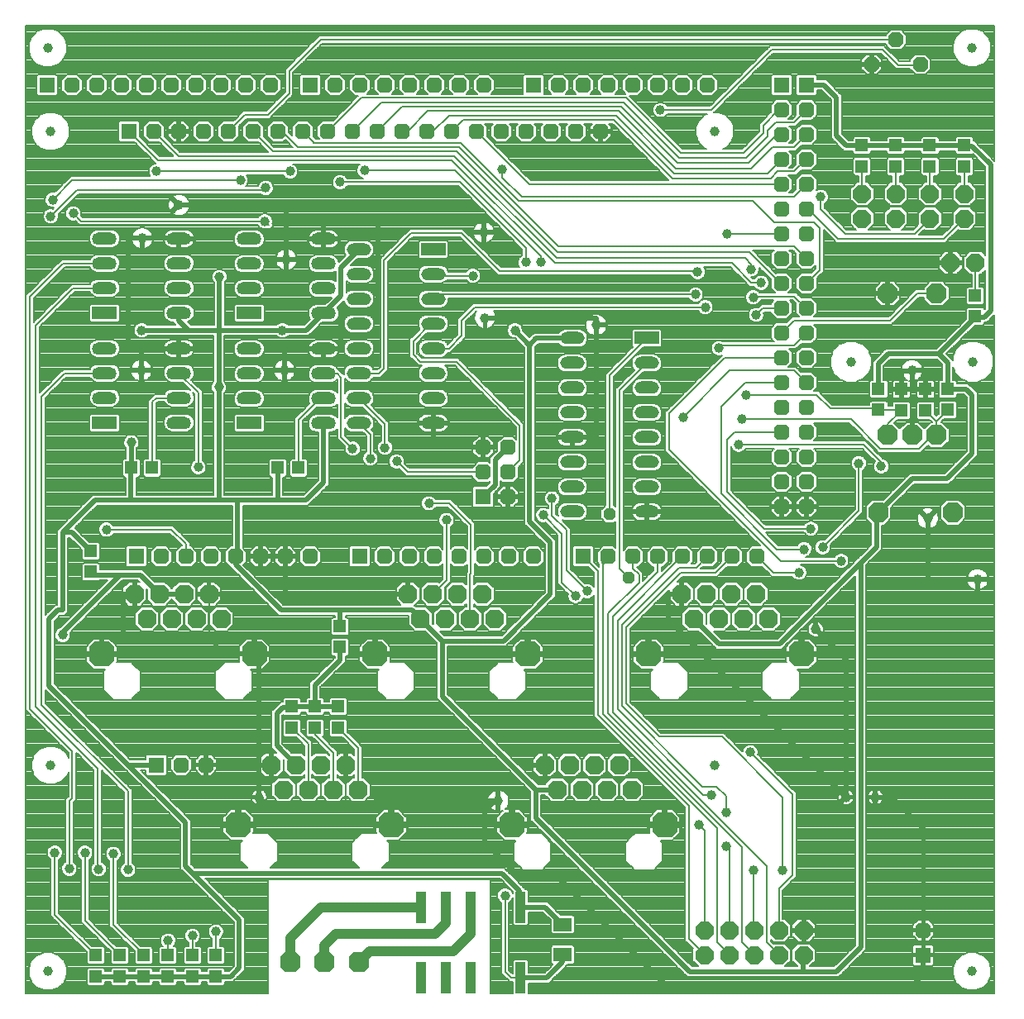
<source format=gbl>
%FSLAX35Y35*%
%MOIN*%
%IN2=KupferuntenL1(X.GBL)*%
%ADD10C,0.00591*%
%ADD11C,0.00512*%
%ADD12C,0.00614*%
%ADD13C,0.00768*%
%ADD14C,0.00787*%
%ADD15C,0.01024*%
%ADD16C,0.01181*%
%ADD17C,0.01575*%
%ADD18C,0.01969*%
%ADD19C,0.02362*%
%ADD20C,0.02795*%
%ADD21C,0.03150*%
%ADD22C,0.03937*%
%ADD23C,0.06299*%
%ADD24C,0.12205*%
%ADD25C,0.13780*%
%ADD26C,0.14173*%
%AMR_27*21,1,0.00787,0.00787,0,0,0.000*%
%ADD27R_27*%
%AMR_28*21,1,0.01575,0.01575,0,0,0.000*%
%ADD28R_28*%
%AMR_29*21,1,0.01870,0.01870,0,0,0.000*%
%ADD29R_29*%
%AMR_30*21,1,0.01969,0.01969,0,0,0.000*%
%ADD30R_30*%
%AMR_31*21,1,0.02559,0.02559,0,0,0.000*%
%ADD31R_31*%
%AMR_32*21,1,0.03937,0.12441,0,0,180.000*%
%ADD32R_32*%
%AMR_33*21,1,0.04587,0.05433,0,0,90.000*%
%ADD33R_33*%
%AMR_34*21,1,0.05000,0.05000,0,0,0.000*%
%ADD34R_34*%
%AMR_35*21,1,0.05000,0.05000,0,0,90.000*%
%ADD35R_35*%
%AMR_36*21,1,0.05000,0.05000,0,0,270.000*%
%ADD36R_36*%
%AMR_37*21,1,0.05000,0.09843,0,0,270.000*%
%ADD37R_37*%
%AMR_38*21,1,0.05000,0.10000,0,0,90.000*%
%ADD38R_38*%
%AMR_39*21,1,0.05512,0.07087,0,0,90.000*%
%ADD39R_39*%
%AMR_40*21,1,0.12205,0.05118,0,0,90.000*%
%ADD40R_40*%
%AMR_41*21,1,0.12205,0.05118,0,0,180.000*%
%ADD41R_41*%
%AMR_42*21,1,0.19685,0.19685,0,0,0.000*%
%ADD42R_42*%
%AMOCT_43*4,1,8,0.023622,0.011811,0.011811,0.023622,-0.011811,0.023622,-0.023622,0.011811,-0.023622,-0.011811,-0.011811,-0.023622,0.011811,-0.023622,0.023622,-0.011811,0.023622,0.011811,0.000*%
%ADD43OCT_43*%
%AMOCT_44*4,1,8,0.029528,0.014764,0.014764,0.029528,-0.014764,0.029528,-0.029528,0.014764,-0.029528,-0.014764,-0.014764,-0.029528,0.014764,-0.029528,0.029528,-0.014764,0.029528,0.014764,0.000*%
%ADD44OCT_44*%
%AMOCT_45*4,1,8,0.031496,0.015748,0.015748,0.031496,-0.015748,0.031496,-0.031496,0.015748,-0.031496,-0.015748,-0.015748,-0.031496,0.015748,-0.031496,0.031496,-0.015748,0.031496,0.015748,-0.000*%
%ADD45OCT_45*%
%AMOCT_46*4,1,8,0.031496,0.015748,0.015748,0.031496,-0.015748,0.031496,-0.031496,0.015748,-0.031496,-0.015748,-0.015748,-0.031496,0.015748,-0.031496,0.031496,-0.015748,0.031496,0.015748,90.000*%
%ADD46OCT_46*%
%AMOCT_47*4,1,8,0.031496,0.015748,0.015748,0.031496,-0.015748,0.031496,-0.031496,0.015748,-0.031496,-0.015748,-0.015748,-0.031496,0.015748,-0.031496,0.031496,-0.015748,0.031496,0.015748,270.000*%
%ADD47OCT_47*%
%AMOCT_48*4,1,8,0.035433,0.017717,0.017717,0.035433,-0.017717,0.035433,-0.035433,0.017717,-0.035433,-0.017717,-0.017717,-0.035433,0.017717,-0.035433,0.035433,-0.017717,0.035433,0.017717,-0.000*%
%ADD48OCT_48*%
%AMOCT_49*4,1,8,0.035433,0.017717,0.017717,0.035433,-0.017717,0.035433,-0.035433,0.017717,-0.035433,-0.017717,-0.017717,-0.035433,0.017717,-0.035433,0.035433,-0.017717,0.035433,0.017717,180.000*%
%ADD49OCT_49*%
%AMOCT_50*4,1,8,0.035433,0.017717,0.017717,0.035433,-0.017717,0.035433,-0.035433,0.017717,-0.035433,-0.017717,-0.017717,-0.035433,0.017717,-0.035433,0.035433,-0.017717,0.035433,0.017717,270.000*%
%ADD50OCT_50*%
%AMOCT_51*4,1,8,0.037402,0.018701,0.018701,0.037402,-0.018701,0.037402,-0.037402,0.018701,-0.037402,-0.018701,-0.018701,-0.037402,0.018701,-0.037402,0.037402,-0.018701,0.037402,0.018701,180.000*%
%ADD51OCT_51*%
%AMOCT_52*4,1,8,0.039370,0.019685,0.019685,0.039370,-0.019685,0.039370,-0.039370,0.019685,-0.039370,-0.019685,-0.019685,-0.039370,0.019685,-0.039370,0.039370,-0.019685,0.039370,0.019685,0.000*%
%ADD52OCT_52*%
%AMOCT_53*4,1,8,0.041339,0.020669,0.020669,0.041339,-0.020669,0.041339,-0.041339,0.020669,-0.041339,-0.020669,-0.020669,-0.041339,0.020669,-0.041339,0.041339,-0.020669,0.041339,0.020669,180.000*%
%ADD53OCT_53*%
%AMOCT_54*4,1,8,0.051181,0.025591,0.025591,0.051181,-0.025591,0.051181,-0.051181,0.025591,-0.051181,-0.025591,-0.025591,-0.051181,0.025591,-0.051181,0.051181,-0.025591,0.051181,0.025591,180.000*%
%ADD54OCT_54*%
%AMOCT_55*4,1,8,0.063976,0.031988,0.031988,0.063976,-0.031988,0.063976,-0.063976,0.031988,-0.063976,-0.031988,-0.031988,-0.063976,0.031988,-0.063976,0.063976,-0.031988,0.063976,0.031988,180.000*%
%ADD55OCT_55*%
%AMO_56*20,1,0.03937,-0.00787,0.00000,0.00787,0.00000,0*1,1,0.03937,-0.00787,0.00000*1,1,0.03937,0.00787,0.00000*%
%ADD56O_56*%
%AMO_57*20,1,0.05000,-0.02421,0.00000,0.02421,0.00000,0*1,1,0.05000,-0.02421,0.00000*1,1,0.05000,0.02421,0.00000*%
%ADD57O_57*%
%AMO_58*20,1,0.05000,0.02500,0.00000,-0.02500,0.00000,0*1,1,0.05000,0.02500,0.00000*1,1,0.05000,-0.02500,0.00000*%
%ADD58O_58*%
%AMRR_59*21,1,0.06299,0.05039,0,0,-0.000*21,1,0.05039,0.06299,0,0,-0.000*1,1,0.01260,0.02520,0.02520*1,1,0.01260,-0.02520,-0.02520*1,1,0.01260,0.02520,-0.02520*1,1,0.01260,-0.02520,0.02520*%
%ADD59RR_59*%
%AMRR_60*21,1,0.06299,0.05039,0,0,90.000*21,1,0.05039,0.06299,0,0,90.000*1,1,0.01260,-0.02520,0.02520*1,1,0.01260,0.02520,-0.02520*1,1,0.01260,0.02520,0.02520*1,1,0.01260,-0.02520,-0.02520*%
%ADD60RR_60*%
%AMRR_61*21,1,0.06299,0.05039,0,0,270.000*21,1,0.05039,0.06299,0,0,270.000*1,1,0.01260,0.02520,-0.02520*1,1,0.01260,-0.02520,0.02520*1,1,0.01260,-0.02520,-0.02520*1,1,0.01260,0.02520,0.02520*%
%ADD61RR_61*%
G54D10*
X62729Y319396D02*
X60028Y322097D01*
X61002Y323071D01*
X63703Y320371D01*
X62729Y319396D01*
X62178Y319947D02*
X63280Y319947D01*
X61626Y320499D02*
X63575Y320499D01*
X61075Y321050D02*
X63024Y321050D01*
X60524Y321601D02*
X62473Y321601D01*
X60083Y322152D02*
X61922Y322152D01*
X60634Y322703D02*
X61370Y322703D01*
X63703Y318979D02*
X61002Y316278D01*
X60028Y317252D01*
X62729Y319953D01*
X63703Y318979D01*
X60451Y316829D02*
X61553Y316829D01*
X60156Y317380D02*
X62105Y317380D01*
X60707Y317931D02*
X62656Y317931D01*
X61258Y318483D02*
X63207Y318483D01*
X61809Y319034D02*
X63648Y319034D01*
X62361Y319585D02*
X63097Y319585D01*
X364500Y193018D02*
X361800Y195719D01*
X362774Y196694D01*
X365475Y193993D01*
X364500Y193018D01*
X363949Y193570D02*
X365052Y193570D01*
X363398Y194121D02*
X365347Y194121D01*
X362847Y194672D02*
X364796Y194672D01*
X362296Y195223D02*
X364244Y195223D01*
X361855Y195774D02*
X363693Y195774D01*
X362406Y196325D02*
X363142Y196325D01*
X332601Y80199D02*
X330750Y78349D01*
X329776Y79323D01*
X331626Y81174D01*
X332601Y80199D01*
X330199Y78900D02*
X331301Y78900D01*
X329904Y79451D02*
X331853Y79451D01*
X330455Y80002D02*
X332404Y80002D01*
X331006Y80554D02*
X332246Y80554D01*
X331557Y81105D02*
X331695Y81105D01*
X368593Y195719D02*
X366218Y193344D01*
X365243Y194318D01*
X367619Y196694D01*
X368593Y195719D01*
X365666Y193895D02*
X366769Y193895D01*
X365371Y194446D02*
X367320Y194446D01*
X365922Y194997D02*
X367871Y194997D01*
X366474Y195548D02*
X368422Y195548D01*
X367025Y196099D02*
X368213Y196099D01*
X367576Y196651D02*
X367662Y196651D01*
X368593Y195719D02*
X366286Y193412D01*
X365312Y194386D01*
X367619Y196694D01*
X368593Y195719D01*
X365735Y193963D02*
X366837Y193963D01*
X365440Y194514D02*
X367388Y194514D01*
X365991Y195066D02*
X367940Y195066D01*
X366542Y195617D02*
X368491Y195617D01*
X367093Y196168D02*
X368144Y196168D01*
G54D14*
X130748Y88926D02*
X130748Y78730D01*
X95747Y93848D02*
X95708Y93887D01*
X130748Y93953D02*
X130748Y88926D01*
X95748Y93848D02*
X95747Y93848D01*
X192165Y79527D02*
X190797Y79527D01*
X190797Y79320D01*
X75551Y157824D02*
X75551Y162746D01*
X95747Y93848D02*
X95748Y93848D01*
X356535Y388333D02*
X356365Y388504D01*
X355656Y389212D01*
X354948Y389921D01*
X354367Y390502D01*
X350435Y390502D01*
X348267Y388333D02*
X348437Y388504D01*
X349146Y389212D01*
X349855Y389921D01*
X350435Y390502D01*
X348267Y387943D02*
X348267Y388333D01*
X348267Y387943D02*
X119819Y387943D01*
X118897Y387020D02*
X118963Y387087D01*
X119672Y387795D01*
X119819Y387943D01*
X118897Y387020D02*
X118897Y387020D01*
X107260Y375384D02*
X107625Y375748D01*
X108333Y376457D01*
X109042Y377165D01*
X109751Y377874D01*
X110459Y378583D01*
X111168Y379291D01*
X111877Y380000D01*
X112585Y380709D01*
X113294Y381417D01*
X114003Y382126D01*
X114711Y382835D01*
X115420Y383543D01*
X116129Y384252D01*
X116837Y384961D01*
X117546Y385669D01*
X118255Y386378D01*
X118897Y387020D01*
X107260Y375384D02*
X107260Y375384D01*
X106338Y374461D02*
X106916Y375039D01*
X107260Y375384D01*
X106338Y365406D02*
X106338Y365827D01*
X106338Y366535D01*
X106338Y367244D01*
X106338Y367953D01*
X106338Y368661D01*
X106338Y369370D01*
X106338Y370079D01*
X106338Y370787D01*
X106338Y371496D01*
X106338Y372205D01*
X106338Y372913D01*
X106338Y373622D01*
X106338Y374331D01*
X106338Y374461D01*
X98599Y357667D02*
X98963Y358031D01*
X99672Y358740D01*
X100381Y359449D01*
X101089Y360157D01*
X101798Y360866D01*
X102506Y361575D01*
X103215Y362283D01*
X103924Y362992D01*
X104632Y363701D01*
X105341Y364409D01*
X106050Y365118D01*
X106338Y365406D01*
X98599Y357667D02*
X89347Y357667D01*
X88424Y356744D02*
X89003Y357323D01*
X89347Y357667D01*
X88424Y356705D02*
X88424Y356744D01*
X85430Y353711D02*
X85499Y353779D01*
X86207Y354488D01*
X86916Y355197D01*
X87625Y355905D01*
X88333Y356614D01*
X88424Y356705D01*
X85430Y353711D02*
X85410Y353730D01*
X81282Y353730D01*
X79015Y351463D02*
X79205Y351653D01*
X79914Y352362D01*
X80622Y353071D01*
X81282Y353730D01*
X79015Y347335D02*
X79015Y347401D01*
X79015Y348110D01*
X79015Y348819D01*
X79015Y349527D01*
X79015Y350236D01*
X79015Y350945D01*
X79015Y351463D01*
X81282Y345068D02*
X81074Y345275D01*
X80366Y345984D01*
X79657Y346693D01*
X79015Y347335D01*
X81282Y345068D02*
X85410Y345068D01*
X85618Y345275D01*
X86326Y345984D01*
X87035Y346693D01*
X87677Y347335D01*
X87677Y347401D01*
X87677Y348110D01*
X87677Y348819D01*
X87677Y349527D01*
X87677Y350236D01*
X87677Y350945D01*
X87677Y351463D01*
X87657Y351483D01*
X87828Y351653D01*
X88537Y352362D01*
X89245Y353071D01*
X89954Y353779D01*
X90652Y354477D01*
X90652Y354477D01*
X90663Y354488D01*
X90691Y354517D01*
X99904Y354517D01*
X100584Y355197D01*
X100827Y355440D01*
X100827Y355440D01*
X101293Y355905D01*
X102001Y356614D01*
X102710Y357323D01*
X103419Y358031D01*
X104127Y358740D01*
X104836Y359449D01*
X105544Y360157D01*
X106253Y360866D01*
X106962Y361575D01*
X107670Y362283D01*
X108379Y362992D01*
X108565Y363178D01*
X108565Y363178D01*
X109088Y363701D01*
X109488Y364101D01*
X109488Y364409D01*
X109488Y365118D01*
X109488Y365827D01*
X109488Y366535D01*
X109488Y367244D01*
X109488Y367953D01*
X109488Y368661D01*
X109488Y369370D01*
X109488Y370079D01*
X109488Y370787D01*
X109488Y371496D01*
X109488Y372205D01*
X109488Y372913D01*
X109488Y373156D01*
X109954Y373622D01*
X110663Y374331D01*
X111371Y375039D01*
X112080Y375748D01*
X112789Y376457D01*
X113497Y377165D01*
X114206Y377874D01*
X114915Y378583D01*
X115623Y379291D01*
X116332Y380000D01*
X117041Y380709D01*
X117749Y381417D01*
X118458Y382126D01*
X119167Y382835D01*
X119875Y383543D01*
X120584Y384252D01*
X121124Y384792D01*
X348267Y384792D01*
X348267Y384402D02*
X348267Y384792D01*
X350435Y382233D02*
X349834Y382835D01*
X349125Y383543D01*
X348417Y384252D01*
X348267Y384402D01*
X350435Y382233D02*
X354367Y382233D01*
X354968Y382835D01*
X355677Y383543D01*
X356385Y384252D01*
X356535Y384402D01*
X356535Y384961D01*
X356535Y385669D01*
X356535Y386378D01*
X356535Y387087D01*
X356535Y387795D01*
X356535Y388333D01*
X387553Y389703D02*
X386960Y389921D01*
X385036Y390630D01*
X384635Y390777D01*
X381564Y390777D01*
X378647Y389703D02*
X379240Y389921D01*
X381164Y390630D01*
X381564Y390777D01*
X376497Y387553D02*
X376739Y387795D01*
X377448Y388504D01*
X378157Y389212D01*
X378647Y389703D01*
X375422Y384635D02*
X375542Y384961D01*
X375803Y385669D01*
X376064Y386378D01*
X376325Y387087D01*
X376497Y387553D01*
X375422Y381564D02*
X375422Y382126D01*
X375422Y382835D01*
X375422Y383543D01*
X375422Y384252D01*
X375422Y384635D01*
X376497Y378647D02*
X376260Y379291D01*
X375999Y380000D01*
X375738Y380709D01*
X375477Y381417D01*
X375422Y381564D01*
X378647Y376497D02*
X377979Y377165D01*
X377270Y377874D01*
X376562Y378583D01*
X376497Y378647D01*
X381564Y375422D02*
X380681Y375748D01*
X378757Y376457D01*
X378647Y376497D01*
X381564Y375422D02*
X384635Y375422D01*
X385519Y375748D01*
X387443Y376457D01*
X387553Y376497D01*
X388221Y377165D01*
X388930Y377874D01*
X389638Y378583D01*
X389703Y378647D01*
X389940Y379291D01*
X390201Y380000D01*
X390462Y380709D01*
X390723Y381417D01*
X390777Y381564D01*
X390777Y382126D01*
X390777Y382835D01*
X390777Y383543D01*
X390777Y384252D01*
X390777Y384635D01*
X390658Y384961D01*
X390397Y385669D01*
X390136Y386378D01*
X389874Y387087D01*
X389703Y387553D01*
X389460Y387795D01*
X388752Y388504D01*
X388043Y389212D01*
X387553Y389703D01*
X15053Y389703D02*
X14460Y389921D01*
X12536Y390630D01*
X12135Y390777D01*
X9064Y390777D01*
X6147Y389703D02*
X6740Y389921D01*
X8664Y390630D01*
X9064Y390777D01*
X3997Y387553D02*
X4239Y387795D01*
X4948Y388504D01*
X5657Y389212D01*
X6147Y389703D01*
X2922Y384635D02*
X3042Y384961D01*
X3303Y385669D01*
X3564Y386378D01*
X3825Y387087D01*
X3997Y387553D01*
X2922Y381564D02*
X2922Y382126D01*
X2922Y382835D01*
X2922Y383543D01*
X2922Y384252D01*
X2922Y384635D01*
X3997Y378647D02*
X3760Y379291D01*
X3499Y380000D01*
X3238Y380709D01*
X2977Y381417D01*
X2922Y381564D01*
X6147Y376497D02*
X5479Y377165D01*
X4770Y377874D01*
X4062Y378583D01*
X3997Y378647D01*
X9064Y375422D02*
X8181Y375748D01*
X6257Y376457D01*
X6147Y376497D01*
X9064Y375422D02*
X12135Y375422D01*
X13019Y375748D01*
X14943Y376457D01*
X15053Y376497D01*
X15721Y377165D01*
X16430Y377874D01*
X17138Y378583D01*
X17203Y378647D01*
X17440Y379291D01*
X17701Y380000D01*
X17962Y380709D01*
X18223Y381417D01*
X18277Y381564D01*
X18277Y382126D01*
X18277Y382835D01*
X18277Y383543D01*
X18277Y384252D01*
X18277Y384635D01*
X18158Y384961D01*
X17897Y385669D01*
X17636Y386378D01*
X17374Y387087D01*
X17203Y387553D01*
X16960Y387795D01*
X16252Y388504D01*
X15543Y389212D01*
X15053Y389703D01*
X392125Y337541D02*
X392125Y338189D01*
X392125Y338898D01*
X392125Y339606D01*
X392125Y340315D01*
X392125Y341024D01*
X392125Y341732D01*
X392125Y342441D01*
X392125Y343150D01*
X392125Y343858D01*
X392125Y344567D01*
X392125Y345275D01*
X392125Y345984D01*
X392125Y346693D01*
X392125Y347401D01*
X392125Y348110D01*
X392125Y348819D01*
X392125Y349527D01*
X392125Y350236D01*
X392125Y350945D01*
X392125Y351653D01*
X392125Y352362D01*
X392125Y353071D01*
X392125Y353779D01*
X392125Y354488D01*
X392125Y355197D01*
X392125Y355905D01*
X392125Y356614D01*
X392125Y357323D01*
X392125Y358031D01*
X392125Y358740D01*
X392125Y359449D01*
X392125Y360157D01*
X392125Y360866D01*
X392125Y361575D01*
X392125Y362283D01*
X392125Y362992D01*
X392125Y363701D01*
X392125Y364409D01*
X392125Y365118D01*
X392125Y365827D01*
X392125Y366535D01*
X392125Y367244D01*
X392125Y367953D01*
X392125Y368661D01*
X392125Y369370D01*
X392125Y370079D01*
X392125Y370787D01*
X392125Y371496D01*
X392125Y372205D01*
X392125Y372913D01*
X392125Y373622D01*
X392125Y374331D01*
X392125Y375039D01*
X392125Y375748D01*
X392125Y376457D01*
X392125Y377165D01*
X392125Y377874D01*
X392125Y378583D01*
X392125Y379291D01*
X392125Y380000D01*
X392125Y380709D01*
X392125Y381417D01*
X392125Y382126D01*
X392125Y382835D01*
X392125Y383543D01*
X392125Y384252D01*
X392125Y384961D01*
X392125Y385669D01*
X392125Y386378D01*
X392125Y387087D01*
X392125Y387795D01*
X392125Y388504D01*
X392125Y389212D01*
X392125Y389921D01*
X392125Y390630D01*
X392125Y391338D01*
X392125Y392047D01*
X392125Y392125D01*
X392125Y337541D02*
X391487Y338179D01*
X391487Y338179D01*
X391477Y338189D01*
X390769Y338898D01*
X390060Y339606D01*
X389351Y340315D01*
X388643Y341024D01*
X387934Y341732D01*
X387225Y342441D01*
X386517Y343150D01*
X385808Y343858D01*
X385099Y344567D01*
X384673Y344993D01*
X384413Y345275D01*
X384097Y345620D01*
X384044Y345622D01*
X384007Y345659D01*
X383642Y345659D01*
X383642Y345984D01*
X383642Y346615D01*
X383564Y346693D01*
X382950Y347307D01*
X376971Y347307D01*
X376279Y346615D02*
X376356Y346693D01*
X376971Y347307D01*
X376279Y345792D02*
X376279Y345984D01*
X376279Y346615D01*
X376279Y345792D02*
X369862Y345792D01*
X369862Y345984D01*
X369862Y346615D01*
X369785Y346693D01*
X369170Y347307D01*
X363191Y347307D01*
X362499Y346615D02*
X362577Y346693D01*
X363191Y347307D01*
X362499Y345792D02*
X362499Y345984D01*
X362499Y346615D01*
X362499Y345792D02*
X356083Y345792D01*
X356083Y345984D01*
X356083Y346615D01*
X356005Y346693D01*
X355390Y347307D01*
X349412Y347307D01*
X348720Y346615D02*
X348797Y346693D01*
X349412Y347307D01*
X348720Y345792D02*
X348720Y345984D01*
X348720Y346615D01*
X348720Y345792D02*
X342500Y345792D01*
X342500Y345984D01*
X342500Y346615D01*
X342422Y346693D01*
X341808Y347307D01*
X335829Y347307D01*
X335137Y346615D02*
X335214Y346693D01*
X335829Y347307D01*
X335137Y345792D02*
X335137Y345984D01*
X335137Y346615D01*
X335137Y345792D02*
X333284Y345792D01*
X333091Y345984D01*
X332383Y346693D01*
X331674Y347401D01*
X330965Y348110D01*
X330551Y348525D01*
X330551Y348819D01*
X330551Y349527D01*
X330551Y350236D01*
X330551Y350945D01*
X330551Y351653D01*
X330551Y352362D01*
X330551Y353071D01*
X330551Y353779D01*
X330551Y354488D01*
X330551Y355197D01*
X330551Y355905D01*
X330551Y356614D01*
X330551Y357323D01*
X330551Y358031D01*
X330551Y358740D01*
X330551Y359449D01*
X330551Y360157D01*
X330551Y360866D01*
X330551Y361575D01*
X330551Y362283D01*
X330551Y362992D01*
X330551Y363701D01*
X330551Y364076D01*
X330217Y364409D01*
X329509Y365118D01*
X329282Y365344D01*
X329282Y365344D01*
X328800Y365827D01*
X328091Y366535D01*
X327383Y367244D01*
X326674Y367953D01*
X325965Y368661D01*
X325630Y368997D01*
X325630Y368997D01*
X325257Y369370D01*
X324548Y370079D01*
X324361Y370266D01*
X320709Y370266D01*
X320709Y370787D01*
X320709Y371496D01*
X320709Y371739D01*
X320243Y372205D01*
X320016Y372431D01*
X312738Y372431D01*
X312046Y371739D02*
X312512Y372205D01*
X312738Y372431D01*
X312046Y364461D02*
X312046Y365118D01*
X312046Y365827D01*
X312046Y366535D01*
X312046Y367244D01*
X312046Y367953D01*
X312046Y368661D01*
X312046Y369370D01*
X312046Y370079D01*
X312046Y370787D01*
X312046Y371496D01*
X312046Y371739D01*
X312738Y363769D02*
X312098Y364409D01*
X312046Y364461D01*
X312738Y363769D02*
X320016Y363769D01*
X320657Y364409D01*
X320709Y364461D01*
X320709Y365118D01*
X320709Y365827D01*
X320709Y365934D01*
X322567Y365934D01*
X326220Y362282D02*
X326218Y362283D01*
X325509Y362992D01*
X324800Y363701D01*
X324092Y364409D01*
X323383Y365118D01*
X322674Y365827D01*
X322567Y365934D01*
X326220Y346730D02*
X326220Y347401D01*
X326220Y348110D01*
X326220Y348819D01*
X326220Y349527D01*
X326220Y350236D01*
X326220Y350945D01*
X326220Y351653D01*
X326220Y352362D01*
X326220Y353071D01*
X326220Y353779D01*
X326220Y354488D01*
X326220Y355197D01*
X326220Y355905D01*
X326220Y356614D01*
X326220Y357323D01*
X326220Y358031D01*
X326220Y358740D01*
X326220Y359449D01*
X326220Y360157D01*
X326220Y360866D01*
X326220Y361575D01*
X326220Y362282D01*
X327488Y345462D02*
X326966Y345984D01*
X326257Y346693D01*
X326220Y346730D01*
X327488Y345462D02*
X327488Y345462D01*
X330221Y342729D02*
X329800Y343150D01*
X329092Y343858D01*
X328383Y344567D01*
X327674Y345275D01*
X327488Y345462D01*
X330221Y342729D02*
X330221Y342729D01*
X331490Y341460D02*
X331218Y341732D01*
X330509Y342441D01*
X330221Y342729D01*
X331490Y341460D02*
X335137Y341460D01*
X335137Y340636D02*
X335137Y341024D01*
X335137Y341460D01*
X335829Y339944D02*
X335459Y340315D01*
X335137Y340636D01*
X335829Y339944D02*
X341808Y339944D01*
X342178Y340315D01*
X342500Y340636D01*
X342500Y341024D01*
X342500Y341460D01*
X348720Y341460D01*
X348720Y340636D02*
X348720Y341024D01*
X348720Y341460D01*
X349412Y339944D02*
X349041Y340315D01*
X348720Y340636D01*
X349412Y339944D02*
X355390Y339944D01*
X355761Y340315D01*
X356083Y340636D01*
X356083Y341024D01*
X356083Y341460D01*
X362499Y341460D01*
X362499Y340636D02*
X362499Y341024D01*
X362499Y341460D01*
X363191Y339944D02*
X362821Y340315D01*
X362499Y340636D01*
X363191Y339944D02*
X369170Y339944D01*
X369540Y340315D01*
X369862Y340636D01*
X369862Y341024D01*
X369862Y341460D01*
X376279Y341460D01*
X376279Y340636D02*
X376279Y341024D01*
X376279Y341460D01*
X376971Y339944D02*
X376600Y340315D01*
X376279Y340636D01*
X376971Y339944D02*
X382950Y339944D01*
X383273Y340268D01*
X388424Y335116D02*
X388186Y335354D01*
X387478Y336063D01*
X386769Y336772D01*
X386060Y337480D01*
X385352Y338189D01*
X384643Y338898D01*
X383934Y339606D01*
X383273Y340268D01*
X388424Y299496D02*
X388424Y299921D01*
X388424Y300630D01*
X388424Y301338D01*
X388424Y302047D01*
X388424Y302756D01*
X388424Y303464D01*
X388424Y304173D01*
X388424Y304882D01*
X388424Y305590D01*
X388424Y306299D01*
X388424Y307008D01*
X388424Y307716D01*
X388424Y308425D01*
X388424Y309134D01*
X388424Y309842D01*
X388424Y310551D01*
X388424Y311260D01*
X388424Y311968D01*
X388424Y312677D01*
X388424Y313386D01*
X388424Y314094D01*
X388424Y314803D01*
X388424Y315512D01*
X388424Y316220D01*
X388424Y316929D01*
X388424Y317638D01*
X388424Y318346D01*
X388424Y319055D01*
X388424Y319764D01*
X388424Y320472D01*
X388424Y321181D01*
X388424Y321890D01*
X388424Y322598D01*
X388424Y323307D01*
X388424Y324016D01*
X388424Y324724D01*
X388424Y325433D01*
X388424Y326142D01*
X388424Y326850D01*
X388424Y327559D01*
X388424Y328268D01*
X388424Y328976D01*
X388424Y329685D01*
X388424Y330394D01*
X388424Y331102D01*
X388424Y331811D01*
X388424Y332520D01*
X388424Y333228D01*
X388424Y333937D01*
X388424Y334646D01*
X388424Y335116D01*
X388424Y299496D02*
X387999Y299921D01*
X387290Y300630D01*
X386749Y301171D01*
X382227Y301171D01*
X379763Y298707D02*
X380268Y299212D01*
X380977Y299921D01*
X381685Y300630D01*
X382227Y301171D01*
X379763Y294185D02*
X379763Y294252D01*
X379763Y294961D01*
X379763Y295669D01*
X379763Y296378D01*
X379763Y296446D02*
X379763Y297087D01*
X379763Y297795D01*
X379763Y298504D01*
X379763Y298707D01*
X382227Y291722D02*
X381822Y292126D01*
X381114Y292835D01*
X380405Y293543D01*
X379763Y294185D01*
X382227Y291722D02*
X382912Y291722D01*
X382912Y286742D02*
X382912Y287165D01*
X382912Y287874D01*
X382912Y288583D01*
X382912Y289291D01*
X382912Y290000D01*
X382912Y290709D01*
X382912Y291417D01*
X382912Y291722D01*
X382912Y286742D02*
X381498Y286742D01*
X380806Y286050D02*
X381213Y286457D01*
X381498Y286742D01*
X380806Y280071D02*
X380806Y280079D01*
X380806Y280787D01*
X380806Y281496D01*
X380806Y282205D01*
X380806Y282913D01*
X380806Y283622D01*
X380806Y284331D01*
X380806Y285039D01*
X380806Y285748D01*
X380806Y286050D01*
X381498Y279379D02*
X380806Y280071D01*
X381498Y279379D02*
X387477Y279379D01*
X388169Y280071D01*
X388169Y280079D01*
X388169Y280787D01*
X388169Y281496D01*
X388169Y282205D01*
X388169Y282913D01*
X388169Y283622D01*
X388169Y284331D01*
X388169Y285039D01*
X388169Y285748D01*
X388169Y286050D01*
X387763Y286457D01*
X387477Y286742D01*
X386063Y286742D01*
X386063Y287165D01*
X386063Y287874D01*
X386063Y288583D01*
X386063Y289291D01*
X386063Y290000D01*
X386063Y290709D01*
X386063Y291417D01*
X386063Y291722D01*
X386749Y291722D01*
X387153Y292126D01*
X387862Y292835D01*
X388424Y293397D01*
X388424Y277855D02*
X388424Y277953D01*
X388424Y278661D01*
X388424Y279370D01*
X388424Y280079D01*
X388424Y280787D01*
X388424Y281496D01*
X388424Y282205D01*
X388424Y282913D01*
X388424Y283622D01*
X388424Y284331D01*
X388424Y285039D01*
X388424Y285748D01*
X388424Y286457D01*
X388424Y287165D01*
X388424Y287874D01*
X388424Y288583D01*
X388424Y289291D01*
X388424Y290000D01*
X388424Y290709D01*
X388424Y291417D01*
X388424Y292126D01*
X388424Y292835D01*
X388424Y293397D01*
X388169Y277600D02*
X388424Y277855D01*
X388169Y277600D02*
X388169Y277650D01*
X387866Y277953D01*
X387477Y278342D01*
X381498Y278342D01*
X380806Y277650D02*
X381109Y277953D01*
X381498Y278342D01*
X380806Y273780D02*
X380806Y274409D01*
X380806Y275118D01*
X380806Y275827D01*
X380806Y276535D01*
X380806Y277244D01*
X380806Y277650D01*
X368827Y261801D02*
X369388Y262362D01*
X370097Y263071D01*
X370805Y263779D01*
X371514Y264488D01*
X372223Y265197D01*
X372931Y265905D01*
X373640Y266614D01*
X374348Y267323D01*
X375057Y268031D01*
X375766Y268740D01*
X376474Y269449D01*
X377183Y270157D01*
X377892Y270866D01*
X378600Y271575D01*
X379309Y272283D01*
X380018Y272992D01*
X380726Y273701D01*
X380806Y273780D01*
X368827Y261801D02*
X368827Y261801D01*
X368827Y261801D01*
X348354Y261801D01*
X347086Y260532D02*
X347498Y260945D01*
X348207Y261653D01*
X348354Y261801D01*
X347086Y260532D02*
X347086Y260532D01*
X344417Y257864D02*
X344663Y258110D01*
X345372Y258819D01*
X346081Y259527D01*
X346789Y260236D01*
X347086Y260532D01*
X344417Y257864D02*
X344417Y257864D01*
X343149Y256595D02*
X343246Y256693D01*
X343955Y257401D01*
X344417Y257864D01*
X343149Y249079D02*
X343149Y249606D01*
X343149Y250315D01*
X343149Y251024D01*
X343149Y251732D01*
X343149Y252441D01*
X343149Y253150D01*
X343149Y253858D01*
X343149Y254567D01*
X343149Y255275D01*
X343149Y255984D01*
X343149Y256595D01*
X343149Y249079D02*
X342522Y249079D01*
X341830Y248387D02*
X342340Y248898D01*
X342522Y249079D01*
X341830Y242408D02*
X341830Y242520D01*
X341830Y243228D01*
X341830Y243937D01*
X341830Y244646D01*
X341830Y245354D01*
X341830Y246063D01*
X341830Y246772D01*
X341830Y247480D01*
X341830Y248189D01*
X341830Y248387D01*
X342522Y241716D02*
X342427Y241811D01*
X341830Y242408D01*
X342522Y241716D02*
X348501Y241716D01*
X348596Y241811D01*
X349193Y242408D01*
X349193Y242520D01*
X349193Y243228D01*
X349193Y243937D01*
X349193Y244646D01*
X349193Y245354D01*
X349193Y246063D01*
X349193Y246772D01*
X349193Y247480D01*
X349193Y248189D01*
X349193Y248387D01*
X348682Y248898D01*
X348501Y249079D01*
X347480Y249079D01*
X347480Y249606D01*
X347480Y250315D01*
X347480Y251024D01*
X347480Y251732D01*
X347480Y252441D01*
X347480Y253150D01*
X347480Y253858D01*
X347480Y254567D01*
X347480Y254801D01*
X347954Y255275D01*
X348663Y255984D01*
X349372Y256693D01*
X350080Y257401D01*
X350149Y257470D01*
X368827Y257470D01*
X371101Y255195D02*
X371021Y255275D01*
X370312Y255984D01*
X369604Y256693D01*
X368895Y257401D01*
X368827Y257470D01*
X371101Y249079D02*
X371101Y249606D01*
X371101Y250315D01*
X371101Y251024D01*
X371101Y251732D01*
X371101Y252441D01*
X371101Y253150D01*
X371101Y253858D01*
X371101Y254567D01*
X371101Y255195D01*
X371101Y249079D02*
X370278Y249079D01*
X369586Y248387D02*
X370096Y248898D01*
X370278Y249079D01*
X369586Y242408D02*
X369586Y242520D01*
X369586Y243228D01*
X369586Y243937D01*
X369586Y244646D01*
X369586Y245354D01*
X369586Y246063D01*
X369586Y246772D01*
X369586Y247480D01*
X369586Y248189D01*
X369586Y248387D01*
X370278Y241716D02*
X370183Y241811D01*
X369586Y242408D01*
X370278Y241716D02*
X376257Y241716D01*
X376351Y241811D01*
X376949Y242408D01*
X376949Y242520D01*
X376949Y243228D01*
X376949Y243232D01*
X379786Y243232D01*
X379786Y243232D01*
X379915Y243232D01*
X380944Y242203D02*
X380627Y242520D01*
X379919Y243228D01*
X379915Y243232D01*
X380944Y220375D02*
X380944Y220551D01*
X380944Y221260D01*
X380944Y221968D01*
X380944Y222677D01*
X380944Y223386D01*
X380944Y224094D01*
X380944Y224803D01*
X380944Y225512D01*
X380944Y226220D01*
X380944Y226929D01*
X380944Y227638D01*
X380944Y228346D01*
X380944Y229055D01*
X380944Y229764D01*
X380944Y230472D01*
X380944Y231181D01*
X380944Y231890D01*
X380944Y232598D01*
X380944Y233307D01*
X380944Y234016D01*
X380944Y234724D01*
X380944Y235433D01*
X380944Y236142D01*
X380944Y236850D01*
X380944Y237559D01*
X380944Y238268D01*
X380944Y238976D01*
X380944Y239685D01*
X380944Y240394D01*
X380944Y241102D01*
X380944Y241811D01*
X380944Y242203D01*
X371976Y211407D02*
X372616Y212047D01*
X373325Y212756D01*
X374034Y213464D01*
X374742Y214173D01*
X375451Y214882D01*
X376160Y215590D01*
X376868Y216299D01*
X377577Y217008D01*
X378285Y217716D01*
X378994Y218425D01*
X379703Y219134D01*
X380411Y219842D01*
X380944Y220375D01*
X371976Y211407D02*
X358000Y211407D01*
X356731Y210139D02*
X357222Y210630D01*
X357931Y211338D01*
X358000Y211407D01*
X356731Y210139D02*
X356731Y210139D01*
X347370Y200777D02*
X348010Y201417D01*
X348719Y202126D01*
X349427Y202835D01*
X350136Y203543D01*
X350845Y204252D01*
X351553Y204961D01*
X352262Y205669D01*
X352971Y206378D01*
X353679Y207087D01*
X354388Y207795D01*
X355097Y208504D01*
X355805Y209212D01*
X356514Y209921D01*
X356731Y210139D01*
X347370Y200777D02*
X342857Y200777D01*
X340196Y198117D02*
X340662Y198583D01*
X341370Y199291D01*
X342079Y200000D01*
X342788Y200709D01*
X342857Y200777D01*
X340196Y193201D02*
X340196Y193622D01*
X340196Y194331D01*
X340196Y195039D01*
X340196Y195748D01*
X340196Y196457D01*
X340196Y197165D01*
X340196Y197874D01*
X340196Y198117D01*
X342361Y191036D02*
X341901Y191496D01*
X341192Y192205D01*
X340484Y192913D01*
X340196Y193201D01*
X342361Y182580D02*
X342361Y182992D01*
X342361Y183701D01*
X342361Y184409D01*
X342361Y185118D01*
X342361Y185827D01*
X342361Y186535D01*
X342361Y187244D01*
X342361Y187953D01*
X342361Y188661D01*
X342361Y189370D01*
X342361Y190079D01*
X342361Y190787D01*
X342361Y191036D01*
X337331Y177549D02*
X337813Y178031D01*
X338522Y178740D01*
X339230Y179449D01*
X339939Y180157D01*
X340648Y180866D01*
X341356Y181575D01*
X342065Y182283D01*
X342361Y182580D01*
X337331Y177549D02*
X337331Y177549D01*
X336062Y176280D02*
X336396Y176614D01*
X337104Y177323D01*
X337331Y177549D01*
X336062Y176280D02*
X336062Y176280D01*
X304654Y144872D02*
X305215Y145433D01*
X305923Y146142D01*
X306632Y146850D01*
X307341Y147559D01*
X308049Y148268D01*
X308758Y148976D01*
X309467Y149685D01*
X310175Y150394D01*
X310884Y151102D01*
X311593Y151811D01*
X312301Y152520D01*
X313010Y153228D01*
X313719Y153937D01*
X314427Y154646D01*
X315136Y155354D01*
X315845Y156063D01*
X316553Y156772D01*
X317262Y157480D01*
X317971Y158189D01*
X318679Y158898D01*
X319388Y159606D01*
X320097Y160315D01*
X320805Y161024D01*
X321514Y161732D01*
X322223Y162441D01*
X322931Y163150D01*
X323640Y163858D01*
X324348Y164567D01*
X325057Y165275D01*
X325766Y165984D01*
X326474Y166693D01*
X327183Y167401D01*
X327892Y168110D01*
X328600Y168819D01*
X329309Y169527D01*
X330018Y170236D01*
X330726Y170945D01*
X331435Y171653D01*
X332144Y172362D01*
X332852Y173071D01*
X333561Y173779D01*
X334270Y174488D01*
X334978Y175197D01*
X335687Y175905D01*
X336062Y176280D01*
X304654Y144872D02*
X281960Y144872D01*
X281399Y145433D01*
X280690Y146142D01*
X279981Y146850D01*
X279273Y147559D01*
X279008Y147824D01*
X283383Y147824D01*
X283826Y148268D01*
X284535Y148976D01*
X285244Y149685D01*
X285945Y150386D01*
X285945Y150394D01*
X285945Y151102D01*
X285945Y151811D01*
X285945Y152520D01*
X285945Y153228D01*
X285945Y153937D01*
X285945Y154646D01*
X285945Y155105D01*
X285696Y155354D01*
X284987Y156063D01*
X284278Y156772D01*
X283570Y157480D01*
X283383Y157667D01*
X278664Y157667D01*
X276101Y155105D02*
X276351Y155354D01*
X277059Y156063D01*
X277768Y156772D01*
X278477Y157480D01*
X278664Y157667D01*
X276101Y150730D02*
X276101Y151102D01*
X276101Y151811D01*
X276101Y152520D01*
X276101Y153228D01*
X276101Y153937D01*
X276101Y154646D01*
X276101Y155105D01*
X276101Y150730D02*
X275945Y150887D01*
X275945Y151102D01*
X275945Y151811D01*
X275945Y152520D01*
X275945Y153228D01*
X275945Y153937D01*
X275945Y154646D01*
X275945Y155105D01*
X275696Y155354D01*
X274987Y156063D01*
X274278Y156772D01*
X273570Y157480D01*
X273383Y157667D01*
X268664Y157667D01*
X266101Y155105D02*
X266351Y155354D01*
X267059Y156063D01*
X267768Y156772D01*
X268477Y157480D01*
X268664Y157667D01*
X266101Y150386D02*
X266101Y150394D01*
X266101Y151102D01*
X266101Y151811D01*
X266101Y152520D01*
X266101Y153228D01*
X266101Y153937D01*
X266101Y154646D01*
X266101Y155105D01*
X268664Y147824D02*
X268220Y148268D01*
X267511Y148976D01*
X266803Y149685D01*
X266101Y150386D01*
X268664Y147824D02*
X272882Y147824D01*
X278897Y141809D02*
X278816Y141890D01*
X278108Y142598D01*
X277399Y143307D01*
X276690Y144016D01*
X275982Y144724D01*
X275273Y145433D01*
X274564Y146142D01*
X273856Y146850D01*
X273147Y147559D01*
X272882Y147824D01*
X278897Y141809D02*
X278897Y141809D01*
X280165Y140540D02*
X279525Y141181D01*
X278897Y141809D01*
X280165Y140540D02*
X306448Y140540D01*
X307088Y141181D01*
X307716Y141809D01*
X307716Y141809D01*
X307797Y141890D01*
X308506Y142598D01*
X309214Y143307D01*
X309923Y144016D01*
X310632Y144724D01*
X311340Y145433D01*
X312049Y146142D01*
X312758Y146850D01*
X313466Y147559D01*
X314175Y148268D01*
X314884Y148976D01*
X315592Y149685D01*
X316301Y150394D01*
X317010Y151102D01*
X317718Y151811D01*
X318427Y152520D01*
X319136Y153228D01*
X319844Y153937D01*
X320553Y154646D01*
X321262Y155354D01*
X321970Y156063D01*
X322679Y156772D01*
X323388Y157480D01*
X324096Y158189D01*
X324805Y158898D01*
X325514Y159606D01*
X326222Y160315D01*
X326931Y161024D01*
X327639Y161732D01*
X328348Y162441D01*
X329057Y163150D01*
X329765Y163858D01*
X330474Y164567D01*
X331183Y165275D01*
X331891Y165984D01*
X332600Y166693D01*
X333309Y167401D01*
X334017Y168110D01*
X334726Y168819D01*
X335435Y169527D01*
X336062Y170155D01*
X336062Y21162D02*
X336062Y21417D01*
X336062Y22126D01*
X336062Y22835D01*
X336062Y23543D01*
X336062Y24252D01*
X336062Y24961D01*
X336062Y25669D01*
X336062Y26378D01*
X336062Y27087D01*
X336062Y27795D01*
X336062Y28504D01*
X336062Y29212D01*
X336062Y29921D01*
X336062Y30630D01*
X336062Y31338D01*
X336062Y32047D01*
X336062Y32756D01*
X336062Y33464D01*
X336062Y34173D01*
X336062Y34882D01*
X336062Y35590D01*
X336062Y36299D01*
X336062Y37008D01*
X336062Y37716D01*
X336062Y38425D01*
X336062Y39134D01*
X336062Y39842D01*
X336062Y40551D01*
X336062Y41260D01*
X336062Y41968D01*
X336062Y42677D01*
X336062Y43386D01*
X336062Y44094D01*
X336062Y44803D01*
X336062Y45512D01*
X336062Y46220D01*
X336062Y46929D01*
X336062Y47638D01*
X336062Y48346D01*
X336062Y49055D01*
X336062Y49764D01*
X336062Y50472D01*
X336062Y51181D01*
X336062Y51890D01*
X336062Y52598D01*
X336062Y53307D01*
X336062Y54016D01*
X336062Y54724D01*
X336062Y55433D01*
X336062Y56142D01*
X336062Y56850D01*
X336062Y57559D01*
X336062Y58268D01*
X336062Y58976D01*
X336062Y59685D01*
X336062Y60394D01*
X336062Y61102D01*
X336062Y61811D01*
X336062Y62520D01*
X336062Y63228D01*
X336062Y63937D01*
X336062Y64646D01*
X336062Y65354D01*
X336062Y66063D01*
X336062Y66772D01*
X336062Y67480D01*
X336062Y68189D01*
X336062Y68898D01*
X336062Y69606D01*
X336062Y70315D01*
X336062Y71024D01*
X336062Y71732D01*
X336062Y72441D01*
X336062Y73150D01*
X336062Y73858D01*
X336062Y74567D01*
X336062Y75275D01*
X336062Y75984D01*
X336062Y76693D01*
X336062Y77401D01*
X336062Y78110D01*
X336062Y78819D01*
X336062Y79527D01*
X336062Y80236D01*
X336062Y80895D02*
X336062Y80945D01*
X336062Y81653D01*
X336062Y82362D01*
X336062Y83071D01*
X336062Y83779D01*
X336062Y84488D01*
X336062Y85197D01*
X336062Y85905D01*
X336062Y86614D01*
X336062Y87323D01*
X336062Y88031D01*
X336062Y88740D01*
X336062Y89449D01*
X336062Y90157D01*
X336062Y90866D01*
X336062Y91575D01*
X336062Y92283D01*
X336062Y92992D01*
X336062Y93701D01*
X336062Y94409D01*
X336062Y95118D01*
X336062Y95827D01*
X336062Y96535D01*
X336062Y97244D01*
X336062Y97953D01*
X336062Y98661D01*
X336062Y99370D01*
X336062Y100079D01*
X336062Y100787D01*
X336062Y101496D01*
X336062Y102205D01*
X336062Y102913D01*
X336062Y103622D01*
X336062Y104331D01*
X336062Y105039D01*
X336062Y105748D01*
X336062Y106457D01*
X336062Y107165D01*
X336062Y107874D01*
X336062Y108583D01*
X336062Y109291D01*
X336062Y110000D01*
X336062Y110709D01*
X336062Y111417D01*
X336062Y112126D01*
X336062Y112835D01*
X336062Y113543D01*
X336062Y114252D01*
X336062Y114961D01*
X336062Y115669D01*
X336062Y116378D01*
X336062Y117087D01*
X336062Y117795D01*
X336062Y118504D01*
X336062Y119212D01*
X336062Y119921D01*
X336062Y120630D01*
X336062Y121338D01*
X336062Y122047D01*
X336062Y122756D01*
X336062Y123464D01*
X336062Y124173D01*
X336062Y124882D01*
X336062Y125590D01*
X336062Y126299D01*
X336062Y127008D01*
X336062Y127716D01*
X336062Y128425D01*
X336062Y129134D01*
X336062Y129842D01*
X336062Y130551D01*
X336062Y131260D01*
X336062Y131968D01*
X336062Y132677D01*
X336062Y133386D01*
X336062Y134094D01*
X336062Y134803D01*
X336062Y135512D01*
X336062Y136220D01*
X336062Y136929D01*
X336062Y137638D01*
X336062Y138346D01*
X336062Y139055D01*
X336062Y139764D01*
X336062Y140472D01*
X336062Y141181D01*
X336062Y141890D01*
X336062Y142598D01*
X336062Y143307D01*
X336062Y144016D01*
X336062Y144724D01*
X336062Y145433D01*
X336062Y146142D01*
X336062Y146850D01*
X336062Y147559D01*
X336062Y148268D01*
X336062Y148976D01*
X336062Y149685D01*
X336062Y150394D01*
X336062Y151102D01*
X336062Y151811D01*
X336062Y152520D01*
X336062Y153228D01*
X336062Y153937D01*
X336062Y154646D01*
X336062Y155354D01*
X336062Y156063D01*
X336062Y156772D01*
X336062Y157480D01*
X336062Y158189D01*
X336062Y158898D01*
X336062Y159606D01*
X336062Y160315D01*
X336062Y161024D01*
X336062Y161732D01*
X336062Y162441D01*
X336062Y163150D01*
X336062Y163858D01*
X336062Y164567D01*
X336062Y165275D01*
X336062Y165984D01*
X336062Y166693D01*
X336062Y167401D01*
X336062Y168110D01*
X336062Y168819D01*
X336062Y169527D01*
X336062Y170155D01*
X327488Y12588D02*
X327813Y12913D01*
X328522Y13622D01*
X329230Y14331D01*
X329939Y15039D01*
X330648Y15748D01*
X331356Y16457D01*
X332065Y17165D01*
X332774Y17874D01*
X333482Y18583D01*
X334191Y19291D01*
X334900Y20000D01*
X335608Y20709D01*
X336062Y21162D01*
X327488Y12588D02*
X317655Y12588D01*
X317980Y12913D01*
X318688Y13622D01*
X319397Y14331D01*
X319961Y14894D01*
X319961Y15039D01*
X319961Y15748D01*
X319961Y16457D01*
X319961Y17165D01*
X319961Y17874D01*
X319961Y18583D01*
X319961Y19291D01*
X319961Y19416D01*
X319377Y20000D01*
X318668Y20709D01*
X317959Y21417D01*
X317497Y21880D01*
X315236Y21880D02*
X312975Y21880D01*
X310511Y19416D02*
X311095Y20000D01*
X311803Y20709D01*
X312512Y21417D01*
X312975Y21880D01*
X310511Y14894D02*
X310511Y15039D01*
X310511Y15748D01*
X310511Y16457D01*
X310511Y17165D01*
X310511Y17874D01*
X310511Y18583D01*
X310511Y19291D01*
X310511Y19416D01*
X312816Y12588D02*
X312492Y12913D01*
X311783Y13622D01*
X311074Y14331D01*
X310511Y14894D01*
X312816Y12588D02*
X307655Y12588D01*
X307980Y12913D01*
X308688Y13622D01*
X309397Y14331D01*
X309961Y14894D01*
X309961Y15039D01*
X309961Y15748D01*
X309961Y16457D01*
X309961Y17165D01*
X309961Y17874D01*
X309961Y18583D01*
X309961Y19291D01*
X309961Y19416D01*
X309377Y20000D01*
X308668Y20709D01*
X307959Y21417D01*
X307497Y21880D01*
X303014Y21880D01*
X302768Y22126D01*
X302059Y22835D01*
X302008Y22886D01*
X302008Y23397D01*
X302975Y22430D02*
X302570Y22835D01*
X302008Y23397D01*
X302975Y22430D02*
X307497Y22430D01*
X307901Y22835D01*
X308610Y23543D01*
X309318Y24252D01*
X309961Y24894D01*
X309961Y24961D01*
X309961Y25669D01*
X309961Y26378D01*
X309961Y27087D01*
X309961Y27155D02*
X309961Y27795D01*
X309961Y28504D01*
X309961Y29212D01*
X309961Y29416D01*
X309455Y29921D01*
X308747Y30630D01*
X308038Y31338D01*
X307497Y31880D01*
X306811Y31880D01*
X306811Y32047D01*
X306811Y32756D01*
X306811Y33464D01*
X306811Y34173D01*
X306811Y34882D01*
X306811Y35590D01*
X306811Y36299D01*
X306811Y37008D01*
X306811Y37716D01*
X306811Y38425D01*
X306811Y39134D01*
X306811Y39842D01*
X306811Y40551D01*
X306811Y41260D01*
X306811Y41968D01*
X306811Y42677D01*
X306811Y43314D01*
X306883Y43386D01*
X306929Y43432D01*
X306929Y43432D01*
X307592Y44094D01*
X308300Y44803D01*
X309009Y45512D01*
X309718Y46220D01*
X310426Y46929D01*
X311135Y47638D01*
X311321Y47824D01*
X311321Y47824D01*
X311844Y48346D01*
X312244Y48747D01*
X312244Y49055D01*
X312244Y49764D01*
X312244Y50472D01*
X312244Y51181D01*
X312244Y51890D01*
X312244Y52598D01*
X312244Y53307D01*
X312244Y54016D01*
X312244Y54724D01*
X312244Y55433D01*
X312244Y56142D01*
X312244Y56850D01*
X312244Y57559D01*
X312244Y58268D01*
X312244Y58976D01*
X312244Y59685D01*
X312244Y60394D01*
X312244Y61102D01*
X312244Y61811D01*
X312244Y62520D01*
X312244Y63228D01*
X312244Y63937D01*
X312244Y64646D01*
X312244Y65354D01*
X312244Y66063D01*
X312244Y66772D01*
X312244Y67480D01*
X312244Y68189D01*
X312244Y68898D01*
X312244Y69606D01*
X312244Y70315D01*
X312244Y71024D01*
X312244Y71732D01*
X312244Y72441D01*
X312244Y73150D01*
X312244Y73858D01*
X312244Y74567D01*
X312244Y75275D01*
X312244Y75984D01*
X312244Y76693D01*
X312244Y77401D01*
X312244Y78110D01*
X312244Y78819D01*
X312244Y79527D01*
X312244Y80236D01*
X312244Y80945D01*
X312244Y81653D01*
X312244Y82362D01*
X312244Y82729D01*
X311902Y83071D01*
X311321Y83651D01*
X311321Y83651D01*
X311193Y83779D01*
X310485Y84488D01*
X309776Y85197D01*
X309067Y85905D01*
X308359Y86614D01*
X307650Y87323D01*
X306941Y88031D01*
X306233Y88740D01*
X305524Y89449D01*
X304815Y90157D01*
X304107Y90866D01*
X303398Y91575D01*
X302689Y92283D01*
X301981Y92992D01*
X301272Y93701D01*
X300563Y94409D01*
X299855Y95118D01*
X299146Y95827D01*
X298437Y96535D01*
X297729Y97244D01*
X297020Y97953D01*
X296811Y98162D01*
X296890Y98375D01*
X296890Y98661D01*
X296890Y99370D01*
X296890Y99635D01*
X296726Y100079D01*
X296465Y100787D01*
X296449Y100832D01*
X295785Y101496D01*
X295567Y101714D01*
X294370Y102155D01*
X293110Y102155D01*
X291913Y101714D02*
X293110Y102155D01*
X291031Y100832D02*
X291694Y101496D01*
X291913Y101714D01*
X290590Y99635D02*
X290753Y100079D01*
X291014Y100787D01*
X291031Y100832D01*
X290590Y99265D02*
X290590Y99370D01*
X290590Y99635D01*
X290590Y99265D02*
X290485Y99370D01*
X289776Y100079D01*
X289067Y100787D01*
X288359Y101496D01*
X287650Y102205D01*
X286941Y102913D01*
X286233Y103622D01*
X285524Y104331D01*
X284815Y105039D01*
X284107Y105748D01*
X283898Y105957D01*
X283898Y105957D01*
X283398Y106457D01*
X282975Y106880D01*
X257778Y106880D01*
X257493Y107165D01*
X256784Y107874D01*
X256075Y108583D01*
X255367Y109291D01*
X254658Y110000D01*
X253949Y110709D01*
X253241Y111417D01*
X252532Y112126D01*
X251823Y112835D01*
X251115Y113543D01*
X250406Y114252D01*
X249697Y114961D01*
X248989Y115669D01*
X248280Y116378D01*
X247571Y117087D01*
X246863Y117795D01*
X246154Y118504D01*
X245445Y119212D01*
X245315Y119343D01*
X245315Y119921D01*
X245315Y120630D01*
X245315Y121338D01*
X245315Y122047D01*
X245315Y122756D01*
X245315Y123464D01*
X245315Y124173D01*
X245315Y124882D01*
X245315Y125590D01*
X245315Y126299D01*
X245315Y127008D01*
X245315Y127716D01*
X245315Y128425D01*
X245315Y129134D01*
X245315Y129842D01*
X245315Y130551D01*
X245315Y131260D01*
X245315Y131968D01*
X245315Y132677D01*
X245315Y133386D01*
X245315Y134094D01*
X245315Y134803D01*
X245315Y135512D01*
X245315Y136220D01*
X245315Y136929D01*
X245315Y137638D01*
X245315Y138346D01*
X245315Y139055D01*
X245315Y139764D01*
X245315Y140472D01*
X245315Y141181D01*
X245315Y141890D01*
X245315Y142598D01*
X245315Y143307D01*
X245315Y144016D01*
X245315Y144724D01*
X245315Y145433D01*
X245315Y146142D01*
X245315Y146850D01*
X245315Y147559D01*
X245315Y148268D01*
X245315Y148747D01*
X245544Y148976D01*
X246253Y149685D01*
X246962Y150394D01*
X247670Y151102D01*
X248379Y151811D01*
X249088Y152520D01*
X249796Y153228D01*
X250505Y153937D01*
X251214Y154646D01*
X251922Y155354D01*
X252631Y156063D01*
X253340Y156772D01*
X254048Y157480D01*
X254757Y158189D01*
X255466Y158898D01*
X256174Y159606D01*
X256883Y160315D01*
X257592Y161024D01*
X258300Y161732D01*
X259009Y162441D01*
X259718Y163150D01*
X260426Y163858D01*
X261101Y164533D01*
X261101Y160386D02*
X261101Y161024D01*
X261101Y161732D01*
X261101Y162441D01*
X261101Y162746D02*
X261101Y163150D01*
X261101Y163858D01*
X261101Y164533D01*
X263664Y157824D02*
X263299Y158189D01*
X262590Y158898D01*
X261881Y159606D01*
X261173Y160315D01*
X261101Y160386D01*
X266023Y157824D02*
X268383Y157824D01*
X268748Y158189D01*
X269456Y158898D01*
X270165Y159606D01*
X270874Y160315D01*
X270945Y160386D01*
X270945Y161024D01*
X270945Y161732D01*
X270945Y162441D01*
X270945Y163150D01*
X270945Y163858D01*
X270945Y164567D01*
X270945Y165105D01*
X270774Y165275D01*
X270066Y165984D01*
X269357Y166693D01*
X268648Y167401D01*
X268383Y167667D01*
X266023Y167667D02*
X264235Y167667D01*
X264678Y168110D01*
X265387Y168819D01*
X266096Y169527D01*
X266439Y169871D01*
X280416Y169871D01*
X280781Y170236D01*
X281338Y170794D01*
X281338Y170794D01*
X281489Y170945D01*
X282198Y171653D01*
X282907Y172362D01*
X283615Y173071D01*
X284254Y173710D01*
X284353Y173611D02*
X284254Y173710D01*
X284353Y173611D02*
X288481Y173611D01*
X288649Y173779D01*
X289358Y174488D01*
X290066Y175197D01*
X290748Y175878D01*
X290748Y175905D01*
X290748Y176614D01*
X290748Y177323D01*
X290748Y178031D01*
X290748Y178740D01*
X290748Y179449D01*
X290748Y180007D01*
X290597Y180157D01*
X289888Y180866D01*
X289180Y181575D01*
X288481Y182274D01*
X284353Y182274D01*
X282086Y180007D02*
X282236Y180157D01*
X282945Y180866D01*
X283654Y181575D01*
X284353Y182274D01*
X282086Y175996D02*
X282086Y176614D01*
X282086Y177323D01*
X282086Y178031D01*
X282086Y178740D01*
X282086Y179449D01*
X282086Y180007D01*
X279111Y173022D02*
X279160Y173071D01*
X279869Y173779D01*
X280577Y174488D01*
X281286Y175197D01*
X281995Y175905D01*
X282086Y175996D01*
X279111Y173022D02*
X273724Y173022D01*
X273773Y173071D01*
X274333Y173631D01*
X274353Y173611D02*
X274333Y173631D01*
X274353Y173611D02*
X278481Y173611D01*
X278649Y173779D01*
X279358Y174488D01*
X280066Y175197D01*
X280748Y175878D01*
X280748Y175905D01*
X280748Y176614D01*
X280748Y177323D01*
X280748Y178031D01*
X280748Y178740D01*
X280748Y179449D01*
X280748Y180007D01*
X280597Y180157D01*
X279888Y180866D01*
X279180Y181575D01*
X278481Y182274D01*
X274353Y182274D01*
X272086Y180007D02*
X272236Y180157D01*
X272945Y180866D01*
X273654Y181575D01*
X274353Y182274D01*
X272086Y175878D02*
X272086Y175905D01*
X272086Y176614D01*
X272086Y177323D01*
X272086Y178031D01*
X272086Y178740D01*
X272086Y179449D01*
X272086Y180007D01*
X272105Y175859D02*
X272086Y175878D01*
X271237Y174990D02*
X271443Y175197D01*
X272105Y175859D01*
X271237Y174990D02*
X269860Y174990D01*
X270066Y175197D01*
X270748Y175878D01*
X270748Y175905D01*
X270748Y176614D01*
X270748Y177323D01*
X270748Y178031D01*
X270748Y178740D01*
X270748Y179449D01*
X270748Y180007D01*
X270597Y180157D01*
X269888Y180866D01*
X269180Y181575D01*
X268481Y182274D01*
X264353Y182274D01*
X262086Y180007D02*
X262236Y180157D01*
X262945Y180866D01*
X263654Y181575D01*
X264353Y182274D01*
X262086Y176094D02*
X262086Y176614D01*
X262086Y177323D01*
X262086Y178031D01*
X262086Y178740D01*
X262086Y179449D01*
X262086Y180007D01*
X257992Y172001D02*
X258353Y172362D01*
X259062Y173071D01*
X259771Y173779D01*
X260479Y174488D01*
X261188Y175197D01*
X261897Y175905D01*
X262086Y176094D01*
X257992Y172001D02*
X257992Y172362D01*
X257992Y172571D01*
X257992Y172571D01*
X257992Y173071D01*
X257992Y173611D01*
X258481Y173611D01*
X258649Y173779D01*
X259358Y174488D01*
X260066Y175197D01*
X260748Y175878D01*
X260748Y175905D01*
X260748Y176614D01*
X260748Y177323D01*
X260748Y178031D01*
X260748Y178740D01*
X260748Y179449D01*
X260748Y180007D01*
X260597Y180157D01*
X259888Y180866D01*
X259180Y181575D01*
X258481Y182274D01*
X254353Y182274D01*
X252086Y180007D02*
X252236Y180157D01*
X252945Y180866D01*
X253654Y181575D01*
X254353Y182274D01*
X252086Y175878D02*
X252086Y175905D01*
X252086Y176614D01*
X252086Y177323D01*
X252086Y178031D01*
X252086Y178740D01*
X252086Y179449D01*
X252086Y180007D01*
X254353Y173611D02*
X254185Y173779D01*
X253476Y174488D01*
X252767Y175197D01*
X252086Y175878D01*
X254353Y173611D02*
X254842Y173611D01*
X254842Y172571D02*
X254842Y173071D01*
X254842Y173611D01*
X254763Y172493D02*
X254842Y172571D01*
X254763Y172493D02*
X254763Y172493D01*
X250433Y168163D02*
X251089Y168819D01*
X251798Y169527D01*
X252506Y170236D01*
X253215Y170945D01*
X253924Y171653D01*
X254632Y172362D01*
X254763Y172493D01*
X250433Y168163D02*
X250433Y168819D01*
X250433Y169527D01*
X250433Y170236D01*
X250433Y170945D01*
X250433Y171311D01*
X250091Y171653D01*
X249510Y172234D01*
X249510Y172234D01*
X249382Y172362D01*
X248674Y173071D01*
X248133Y173611D01*
X248481Y173611D01*
X248649Y173779D01*
X249358Y174488D01*
X250066Y175197D01*
X250748Y175878D01*
X250748Y175905D01*
X250748Y176614D01*
X250748Y177323D01*
X250748Y178031D01*
X250748Y178740D01*
X250748Y179449D01*
X250748Y180007D01*
X250597Y180157D01*
X249888Y180866D01*
X249180Y181575D01*
X248481Y182274D01*
X244353Y182274D01*
X242559Y180480D02*
X242945Y180866D01*
X243654Y181575D01*
X244353Y182274D01*
X242559Y180480D02*
X242559Y180866D01*
X242559Y181575D01*
X242559Y182283D01*
X242559Y182992D01*
X242559Y183701D01*
X242559Y184409D01*
X242559Y185118D01*
X242559Y185827D01*
X242559Y186535D01*
X242559Y187244D01*
X242559Y187953D01*
X242559Y188661D01*
X242559Y189370D01*
X242559Y190079D01*
X242559Y190787D01*
X242559Y191496D01*
X242559Y192205D01*
X242559Y192913D01*
X242559Y193622D01*
X242559Y194331D01*
X242559Y195039D01*
X242559Y195748D01*
X242559Y196457D01*
X242559Y197165D01*
X242559Y197874D01*
X242559Y198583D01*
X242559Y199291D01*
X242559Y200000D01*
X242559Y200709D01*
X242559Y201417D01*
X242559Y202126D01*
X242559Y202835D01*
X242559Y203543D01*
X242559Y204252D01*
X242559Y204961D01*
X242559Y205669D01*
X242559Y206378D01*
X242559Y207087D01*
X242559Y207795D01*
X242559Y208504D01*
X242559Y209212D01*
X242559Y209921D01*
X242559Y210630D01*
X242559Y211338D01*
X242559Y212047D01*
X242559Y212756D01*
X242559Y213464D01*
X242559Y214173D01*
X242559Y214882D01*
X242559Y215590D01*
X242559Y216299D01*
X242559Y217008D01*
X242559Y217716D01*
X242559Y218425D01*
X242559Y219134D01*
X242559Y219842D01*
X242559Y220551D01*
X242559Y221260D01*
X242559Y221968D01*
X242559Y222677D01*
X242559Y223386D01*
X242559Y224094D01*
X242559Y224803D01*
X242559Y225512D01*
X242559Y226220D01*
X242559Y226929D01*
X242559Y227638D01*
X242559Y228346D01*
X242559Y229055D01*
X242559Y229764D01*
X242559Y230472D01*
X242559Y231181D01*
X242559Y231890D01*
X242559Y232598D01*
X242559Y233307D01*
X242559Y234016D01*
X242559Y234724D01*
X242559Y235433D01*
X242559Y236142D01*
X242559Y236850D01*
X242559Y237559D01*
X242559Y238268D01*
X242559Y238976D01*
X242559Y239685D01*
X242559Y240394D01*
X242559Y241102D01*
X242559Y241811D01*
X242559Y242520D01*
X242559Y243228D01*
X242559Y243937D01*
X242559Y244258D01*
X242946Y244646D01*
X243655Y245354D01*
X244363Y246063D01*
X245072Y246772D01*
X245781Y247480D01*
X246489Y248189D01*
X247198Y248898D01*
X247907Y249606D01*
X248615Y250315D01*
X249324Y251024D01*
X250033Y251732D01*
X250554Y252253D01*
X255165Y252253D01*
X255675Y252441D01*
X256564Y252768D01*
X256945Y253150D01*
X257595Y253799D01*
X257616Y253858D01*
X257878Y254567D01*
X258110Y255198D01*
X258110Y255275D01*
X258110Y255984D01*
X258110Y256671D01*
X258102Y256693D01*
X257841Y257401D01*
X257595Y258070D01*
X257554Y258110D01*
X256846Y258819D01*
X256564Y259101D01*
X255405Y259527D01*
X255165Y259616D01*
X248850Y259616D01*
X247451Y259101D02*
X248609Y259527D01*
X248850Y259616D01*
X246420Y258070D02*
X246460Y258110D01*
X247169Y258819D01*
X247451Y259101D01*
X245905Y256671D02*
X245913Y256693D01*
X246174Y257401D01*
X246420Y258070D01*
X245905Y255198D02*
X245905Y255275D01*
X245905Y255984D01*
X245905Y256671D01*
X246420Y253799D02*
X246398Y253858D01*
X246137Y254567D01*
X245905Y255198D01*
X247032Y253187D02*
X246420Y253799D01*
X240331Y246486D02*
X240617Y246772D01*
X241325Y247480D01*
X242034Y248189D01*
X242743Y248898D01*
X243451Y249606D01*
X244160Y250315D01*
X244869Y251024D01*
X245577Y251732D01*
X246286Y252441D01*
X246995Y253150D01*
X247032Y253187D01*
X240331Y246486D02*
X240331Y246486D01*
X239409Y245563D02*
X239908Y246063D01*
X240331Y246486D01*
X239409Y245524D02*
X239409Y245563D01*
X239409Y244219D02*
X239409Y244646D01*
X239409Y245354D01*
X239409Y245524D01*
X239409Y197921D02*
X239409Y198583D01*
X239409Y199291D01*
X239409Y200000D01*
X239409Y200709D01*
X239409Y201417D01*
X239409Y202126D01*
X239409Y202835D01*
X239409Y203543D01*
X239409Y204252D01*
X239409Y204961D01*
X239409Y205669D01*
X239409Y206378D01*
X239409Y207087D01*
X239409Y207795D01*
X239409Y208504D01*
X239409Y209212D01*
X239409Y209921D01*
X239409Y210630D01*
X239409Y211338D01*
X239409Y212047D01*
X239409Y212756D01*
X239409Y213464D01*
X239409Y214173D01*
X239409Y214882D01*
X239409Y215590D01*
X239409Y216299D01*
X239409Y217008D01*
X239409Y217716D01*
X239409Y218425D01*
X239409Y219134D01*
X239409Y219842D01*
X239409Y220551D01*
X239409Y221260D01*
X239409Y221968D01*
X239409Y222677D01*
X239409Y223386D01*
X239409Y224094D01*
X239409Y224803D01*
X239409Y225512D01*
X239409Y226220D01*
X239409Y226929D01*
X239409Y227638D01*
X239409Y228346D01*
X239409Y229055D01*
X239409Y229764D01*
X239409Y230472D01*
X239409Y231181D01*
X239409Y231890D01*
X239409Y232598D01*
X239409Y233307D01*
X239409Y234016D01*
X239409Y234724D01*
X239409Y235433D01*
X239409Y236142D01*
X239409Y236850D01*
X239409Y237559D01*
X239409Y238268D01*
X239409Y238976D01*
X239409Y239685D01*
X239409Y240394D01*
X239409Y241102D01*
X239409Y241811D01*
X239409Y242520D01*
X239409Y243228D01*
X239409Y243937D01*
X239409Y244219D01*
X239409Y197921D02*
X238747Y198583D01*
X238717Y198612D01*
X238622Y198612D01*
X238622Y199291D01*
X238622Y200000D01*
X238622Y200709D01*
X238622Y201417D01*
X238622Y202126D01*
X238622Y202835D01*
X238622Y203543D01*
X238622Y204252D01*
X238622Y204961D01*
X238622Y205669D01*
X238622Y206378D01*
X238622Y207087D01*
X238622Y207795D01*
X238622Y208504D01*
X238622Y209212D01*
X238622Y209921D01*
X238622Y210630D01*
X238622Y211338D01*
X238622Y212047D01*
X238622Y212756D01*
X238622Y213464D01*
X238622Y214173D01*
X238622Y214882D01*
X238622Y215590D01*
X238622Y216299D01*
X238622Y217008D01*
X238622Y217716D01*
X238622Y218425D01*
X238622Y219134D01*
X238622Y219842D01*
X238622Y220551D01*
X238622Y221260D01*
X238622Y221968D01*
X238622Y222677D01*
X238622Y223386D01*
X238622Y224094D01*
X238622Y224803D01*
X238622Y225512D01*
X238622Y226220D01*
X238622Y226929D01*
X238622Y227638D01*
X238622Y228346D01*
X238622Y229055D01*
X238622Y229764D01*
X238622Y230472D01*
X238622Y231181D01*
X238622Y231890D01*
X238622Y232598D01*
X238622Y233307D01*
X238622Y234016D01*
X238622Y234724D01*
X238622Y235433D01*
X238622Y236142D01*
X238622Y236850D01*
X238622Y237559D01*
X238622Y238268D01*
X238622Y238976D01*
X238622Y239685D01*
X238622Y240394D01*
X238622Y241102D01*
X238622Y241811D01*
X238622Y242520D01*
X238622Y243228D01*
X238622Y243937D01*
X238622Y244646D01*
X238622Y245354D01*
X238622Y246063D01*
X238622Y246772D01*
X238622Y247480D01*
X238622Y248189D01*
X238622Y248898D01*
X238622Y249606D01*
X238622Y250315D01*
X238622Y250321D01*
X239324Y251024D01*
X240033Y251732D01*
X240741Y252441D01*
X241450Y253150D01*
X242159Y253858D01*
X242867Y254567D01*
X243576Y255275D01*
X244285Y255984D01*
X244993Y256693D01*
X245702Y257401D01*
X246411Y258110D01*
X247119Y258819D01*
X247828Y259527D01*
X248537Y260236D01*
X249245Y260945D01*
X249954Y261653D01*
X250554Y262253D01*
X257418Y262253D01*
X257527Y262362D01*
X258110Y262945D01*
X258110Y263071D01*
X258110Y263779D01*
X258110Y264488D01*
X258110Y265197D01*
X258110Y265905D01*
X258110Y266614D01*
X258110Y267323D01*
X258110Y268031D01*
X258110Y268740D01*
X258110Y268924D01*
X257585Y269449D01*
X257418Y269616D01*
X246597Y269616D01*
X245905Y268924D02*
X246429Y269449D01*
X246597Y269616D01*
X245905Y262945D02*
X245905Y263071D01*
X245905Y263779D01*
X245905Y264488D01*
X245905Y265197D01*
X245905Y265905D01*
X245905Y266614D01*
X245905Y267323D01*
X245905Y268031D01*
X245905Y268740D01*
X245905Y268924D01*
X246347Y262502D02*
X245905Y262945D01*
X236394Y252549D02*
X236995Y253150D01*
X237703Y253858D01*
X238412Y254567D01*
X239121Y255275D01*
X239829Y255984D01*
X240538Y256693D01*
X241247Y257401D01*
X241955Y258110D01*
X242664Y258819D01*
X243373Y259527D01*
X244081Y260236D01*
X244790Y260945D01*
X245499Y261653D01*
X246207Y262362D01*
X246347Y262502D01*
X236394Y252549D02*
X236394Y252549D01*
X235472Y251626D02*
X235577Y251732D01*
X236286Y252441D01*
X236394Y252549D01*
X235472Y198612D02*
X235472Y199291D01*
X235472Y200000D01*
X235472Y200709D01*
X235472Y201417D01*
X235472Y202126D01*
X235472Y202835D01*
X235472Y203543D01*
X235472Y204252D01*
X235472Y204961D01*
X235472Y205669D01*
X235472Y206378D01*
X235472Y207087D01*
X235472Y207795D01*
X235472Y208504D01*
X235472Y209212D01*
X235472Y209921D01*
X235472Y210630D01*
X235472Y211338D01*
X235472Y212047D01*
X235472Y212756D01*
X235472Y213464D01*
X235472Y214173D01*
X235472Y214882D01*
X235472Y215590D01*
X235472Y216299D01*
X235472Y217008D01*
X235472Y217716D01*
X235472Y218425D01*
X235472Y219134D01*
X235472Y219842D01*
X235472Y220551D01*
X235472Y221260D01*
X235472Y221968D01*
X235472Y222677D01*
X235472Y223386D01*
X235472Y224094D01*
X235472Y224803D01*
X235472Y225512D01*
X235472Y226220D01*
X235472Y226929D01*
X235472Y227638D01*
X235472Y228346D01*
X235472Y229055D01*
X235472Y229764D01*
X235472Y230472D01*
X235472Y231181D01*
X235472Y231890D01*
X235472Y232598D01*
X235472Y233307D01*
X235472Y234016D01*
X235472Y234724D01*
X235472Y235433D01*
X235472Y236142D01*
X235472Y236850D01*
X235472Y237559D01*
X235472Y238268D01*
X235472Y238976D01*
X235472Y239685D01*
X235472Y240394D01*
X235472Y241102D01*
X235472Y241811D01*
X235472Y242520D01*
X235472Y243228D01*
X235472Y243937D01*
X235472Y244646D01*
X235472Y245354D01*
X235472Y246063D01*
X235472Y246772D01*
X235472Y247480D01*
X235472Y248189D01*
X235472Y248898D01*
X235472Y249606D01*
X235472Y250315D01*
X235472Y251024D01*
X235472Y251626D01*
X235472Y198612D02*
X235376Y198612D01*
X233503Y196739D02*
X233929Y197165D01*
X234638Y197874D01*
X235347Y198583D01*
X235376Y198612D01*
X233503Y193398D02*
X233503Y193622D01*
X233503Y194331D01*
X233503Y195039D01*
X233503Y195748D01*
X233503Y196457D01*
X233503Y196739D01*
X235376Y191525D02*
X234696Y192205D01*
X233988Y192913D01*
X233503Y193398D01*
X235376Y191525D02*
X238717Y191525D01*
X239397Y192205D01*
X239409Y192216D01*
X239409Y181346D02*
X239409Y181575D01*
X239409Y182283D01*
X239409Y182992D01*
X239409Y183701D01*
X239409Y184409D01*
X239409Y185118D01*
X239409Y185827D01*
X239409Y186535D01*
X239409Y187244D01*
X239409Y187953D01*
X239409Y188661D01*
X239409Y189370D01*
X239409Y190079D01*
X239409Y190787D01*
X239409Y191496D01*
X239409Y192205D01*
X239409Y192216D01*
X239409Y181346D02*
X239180Y181575D01*
X238481Y182274D01*
X234353Y182274D01*
X232086Y180007D02*
X232236Y180157D01*
X232945Y180866D01*
X233654Y181575D01*
X234353Y182274D01*
X232086Y175878D02*
X232086Y175905D01*
X232086Y176614D01*
X232086Y177323D01*
X232086Y178031D01*
X232086Y178740D01*
X232086Y179449D01*
X232086Y180007D01*
X232322Y175642D02*
X232086Y175878D01*
X232322Y175001D02*
X232322Y175197D01*
X232322Y175642D01*
X232716Y174607D02*
X232322Y175001D01*
X232716Y173871D02*
X232716Y174488D01*
X232716Y174607D01*
X232716Y173871D02*
X232099Y174488D01*
X231390Y175197D01*
X230748Y175839D01*
X230748Y175905D01*
X230748Y176614D01*
X230748Y177323D01*
X230748Y178031D01*
X230748Y178740D01*
X230748Y179449D01*
X230748Y180157D01*
X230748Y180866D01*
X230748Y181575D01*
X230748Y181581D01*
X230056Y182274D01*
X222778Y182274D01*
X222086Y181581D02*
X222778Y182274D01*
X222086Y174303D02*
X222086Y174488D01*
X222086Y175197D01*
X222086Y175905D01*
X222086Y176614D01*
X222086Y177323D01*
X222086Y178031D01*
X222086Y178740D01*
X222086Y179449D01*
X222086Y180157D01*
X222086Y180866D01*
X222086Y181575D01*
X222086Y181581D01*
X222778Y173611D02*
X222610Y173779D01*
X222086Y174303D01*
X222778Y173611D02*
X228520Y173611D01*
X230747Y171384D02*
X230478Y171653D01*
X229769Y172362D01*
X229061Y173071D01*
X228520Y173611D01*
X230747Y165667D02*
X230747Y165984D01*
X230747Y166693D01*
X230747Y167401D01*
X230747Y168110D01*
X230747Y168819D01*
X230747Y169527D01*
X230747Y170236D01*
X230747Y170945D01*
X230747Y171384D01*
X230747Y165667D02*
X230701Y165793D01*
X230510Y165984D01*
X229819Y166675D01*
X229770Y166693D01*
X228622Y167116D01*
X227362Y167116D01*
X227148Y167037D02*
X227362Y167116D01*
X227148Y167037D02*
X226784Y167401D01*
X226075Y168110D01*
X225367Y168819D01*
X224658Y169527D01*
X223949Y170236D01*
X223241Y170945D01*
X222532Y171653D01*
X221823Y172362D01*
X221299Y172886D01*
X221299Y173071D01*
X221299Y173779D01*
X221299Y174488D01*
X221299Y175197D01*
X221299Y175905D01*
X221299Y176614D01*
X221299Y177323D01*
X221299Y178031D01*
X221299Y178740D01*
X221299Y179449D01*
X221299Y180157D01*
X221299Y180866D01*
X221299Y181575D01*
X221299Y182283D01*
X221299Y182992D01*
X221299Y183701D01*
X221299Y184409D01*
X221299Y185118D01*
X221299Y185827D01*
X221299Y186535D01*
X221299Y187244D01*
X221299Y187953D01*
X221299Y188661D01*
X221299Y189225D01*
X221154Y189370D01*
X220445Y190079D01*
X220376Y190148D01*
X220376Y190148D01*
X219737Y190787D01*
X219028Y191496D01*
X218319Y192205D01*
X217933Y192591D01*
X218850Y192253D02*
X217933Y192591D01*
X218850Y192253D02*
X225165Y192253D01*
X226564Y192768D01*
X226709Y192913D01*
X227417Y193622D01*
X227595Y193799D01*
X227790Y194331D01*
X228052Y195039D01*
X228110Y195198D01*
X228110Y195748D01*
X228110Y196457D01*
X228110Y196671D01*
X227928Y197165D01*
X227667Y197874D01*
X227595Y198070D01*
X227082Y198583D01*
X226564Y199101D01*
X226047Y199291D01*
X225165Y199616D01*
X218850Y199616D01*
X217451Y199101D02*
X217968Y199291D01*
X218850Y199616D01*
X216420Y198070D02*
X216933Y198583D01*
X217451Y199101D01*
X215905Y196671D02*
X216087Y197165D01*
X216348Y197874D01*
X216420Y198070D01*
X215905Y195198D02*
X215905Y195748D01*
X215905Y196457D01*
X215905Y196671D01*
X216242Y194282D02*
X216224Y194331D01*
X215963Y195039D01*
X215905Y195198D01*
X216242Y194282D02*
X216193Y194331D01*
X215485Y195039D01*
X215394Y195130D01*
X215394Y195748D01*
X215394Y196457D01*
X215394Y197165D01*
X215394Y197874D01*
X215394Y198566D01*
X215439Y198583D01*
X215645Y198659D01*
X216278Y199291D01*
X216527Y199541D01*
X216697Y200000D01*
X216958Y200709D01*
X216968Y200738D01*
X216968Y201417D01*
X216968Y201998D01*
X216921Y202126D01*
X216660Y202835D01*
X216527Y203195D01*
X216179Y203543D01*
X215645Y204077D01*
X215170Y204252D01*
X214448Y204518D01*
X213188Y204518D01*
X211991Y204077D02*
X212467Y204252D01*
X213188Y204518D01*
X211109Y203195D02*
X211458Y203543D01*
X211991Y204077D01*
X210668Y201998D02*
X210716Y202126D01*
X210977Y202835D01*
X211109Y203195D01*
X210668Y200738D02*
X210668Y201417D01*
X210668Y201998D01*
X211109Y199541D02*
X210940Y200000D01*
X210679Y200709D01*
X210668Y200738D01*
X211991Y198659D02*
X211359Y199291D01*
X211109Y199541D01*
X212243Y198566D02*
X212198Y198583D01*
X211991Y198659D01*
X212243Y197243D02*
X212243Y197874D01*
X212243Y198566D01*
X212243Y197243D02*
X212102Y197384D01*
X210905Y197825D01*
X209645Y197825D01*
X208448Y197384D02*
X209645Y197825D01*
X207566Y196502D02*
X208230Y197165D01*
X208448Y197384D01*
X207125Y195305D02*
X207288Y195748D01*
X207549Y196457D01*
X207566Y196502D01*
X207125Y194045D02*
X207125Y194331D01*
X207125Y195039D01*
X207125Y195305D01*
X207566Y192848D02*
X207542Y192913D01*
X207281Y193622D01*
X207125Y194045D01*
X208448Y191966D02*
X208209Y192205D01*
X207566Y192848D01*
X209645Y191525D02*
X208448Y191966D01*
X209645Y191525D02*
X210905Y191525D01*
X211119Y191603D01*
X216180Y186542D02*
X215478Y187244D01*
X214769Y187953D01*
X214061Y188661D01*
X213352Y189370D01*
X212643Y190079D01*
X211935Y190787D01*
X211226Y191496D01*
X211119Y191603D01*
X216180Y166857D02*
X216180Y167401D01*
X216180Y168110D01*
X216180Y168819D01*
X216180Y169527D01*
X216180Y170236D01*
X216180Y170945D01*
X216180Y171653D01*
X216180Y172362D01*
X216180Y173071D01*
X216180Y173779D01*
X216180Y174488D01*
X216180Y175197D01*
X216180Y175905D01*
X216180Y176614D01*
X216180Y177323D01*
X216180Y178031D01*
X216180Y178740D01*
X216180Y179449D01*
X216180Y180157D01*
X216180Y180866D01*
X216180Y181575D01*
X216180Y182283D01*
X216180Y182992D01*
X216180Y183701D01*
X216180Y184409D01*
X216180Y185118D01*
X216180Y185827D01*
X216180Y186535D01*
X216180Y186542D01*
X217103Y165934D02*
X217053Y165984D01*
X216344Y166693D01*
X216180Y166857D01*
X217103Y165934D02*
X217103Y165934D01*
X220196Y162841D02*
X219888Y163150D01*
X219179Y163858D01*
X218470Y164567D01*
X217762Y165275D01*
X217103Y165934D01*
X220117Y162628D02*
X220196Y162841D01*
X220117Y161368D02*
X220117Y161732D01*
X220117Y162441D01*
X220117Y162628D01*
X220558Y160171D02*
X220505Y160315D01*
X220244Y161024D01*
X220117Y161368D01*
X221440Y159289D02*
X221123Y159606D01*
X220558Y160171D01*
X222637Y158848D02*
X222502Y158898D01*
X221440Y159289D01*
X222637Y158848D02*
X223897Y158848D01*
X224033Y158898D01*
X225094Y159289D01*
X225412Y159606D01*
X225976Y160171D01*
X226029Y160315D01*
X226290Y161024D01*
X226351Y161188D01*
X227362Y160816D02*
X226798Y161024D01*
X226351Y161188D01*
X227362Y160816D02*
X228622Y160816D01*
X229185Y161024D01*
X229819Y161257D01*
X230294Y161732D01*
X230701Y162139D01*
X230747Y162265D01*
X230747Y113314D02*
X230747Y113543D01*
X230747Y114252D01*
X230747Y114961D01*
X230747Y115669D01*
X230747Y116378D01*
X230747Y117087D01*
X230747Y117795D01*
X230747Y118504D01*
X230747Y119212D01*
X230747Y119921D01*
X230747Y120630D01*
X230747Y121338D01*
X230747Y122047D01*
X230747Y122756D01*
X230747Y123464D01*
X230747Y124173D01*
X230747Y124882D01*
X230747Y125590D01*
X230747Y126299D01*
X230747Y127008D01*
X230747Y127716D01*
X230747Y128425D01*
X230747Y129134D01*
X230747Y129842D01*
X230747Y130551D01*
X230747Y131260D01*
X230747Y131968D01*
X230747Y132677D01*
X230747Y133386D01*
X230747Y134094D01*
X230747Y134803D01*
X230747Y135512D01*
X230747Y136220D01*
X230747Y136929D01*
X230747Y137638D01*
X230747Y138346D01*
X230747Y139055D01*
X230747Y139764D01*
X230747Y140472D01*
X230747Y141181D01*
X230747Y141890D01*
X230747Y142598D01*
X230747Y143307D01*
X230747Y144016D01*
X230747Y144724D01*
X230747Y145433D01*
X230747Y146142D01*
X230747Y146850D01*
X230747Y147559D01*
X230747Y148268D01*
X230747Y148976D01*
X230747Y149685D01*
X230747Y150394D01*
X230747Y151102D01*
X230747Y151811D01*
X230747Y152520D01*
X230747Y153228D01*
X230747Y153937D01*
X230747Y154646D01*
X230747Y155354D01*
X230747Y156063D01*
X230747Y156772D01*
X230747Y157480D01*
X230747Y158189D01*
X230747Y158898D01*
X230747Y159606D01*
X230747Y160315D01*
X230747Y161024D01*
X230747Y161732D01*
X230747Y162265D01*
X231670Y112391D02*
X231226Y112835D01*
X230747Y113314D01*
X231670Y112391D02*
X231670Y112391D01*
X267361Y76699D02*
X266659Y77401D01*
X265951Y78110D01*
X265242Y78819D01*
X264533Y79527D01*
X263825Y80236D01*
X263116Y80945D01*
X262407Y81653D01*
X261699Y82362D01*
X260990Y83071D01*
X260281Y83779D01*
X259573Y84488D01*
X258864Y85197D01*
X258155Y85905D01*
X257447Y86614D01*
X256738Y87323D01*
X256029Y88031D01*
X255321Y88740D01*
X254612Y89449D01*
X253903Y90157D01*
X253195Y90866D01*
X252486Y91575D01*
X251777Y92283D01*
X251069Y92992D01*
X250360Y93701D01*
X249651Y94409D01*
X248943Y95118D01*
X248234Y95827D01*
X247525Y96535D01*
X246817Y97244D01*
X246108Y97953D01*
X245399Y98661D01*
X244691Y99370D01*
X243982Y100079D01*
X243273Y100787D01*
X242565Y101496D01*
X241856Y102205D01*
X241147Y102913D01*
X240439Y103622D01*
X239730Y104331D01*
X239021Y105039D01*
X238313Y105748D01*
X237604Y106457D01*
X236895Y107165D01*
X236187Y107874D01*
X235478Y108583D01*
X234769Y109291D01*
X234061Y110000D01*
X233352Y110709D01*
X232643Y111417D01*
X231935Y112126D01*
X231670Y112391D01*
X267361Y22959D02*
X267361Y23543D01*
X267361Y24252D01*
X267361Y24961D01*
X267361Y25669D01*
X267361Y26378D01*
X267361Y27087D01*
X267361Y27795D01*
X267361Y28504D01*
X267361Y29212D01*
X267361Y29921D01*
X267361Y30630D01*
X267361Y31338D01*
X267361Y32047D01*
X267361Y32756D01*
X267361Y33464D01*
X267361Y34173D01*
X267361Y34882D01*
X267361Y35590D01*
X267361Y36299D01*
X267361Y37008D01*
X267361Y37716D01*
X267361Y38425D01*
X267361Y39134D01*
X267361Y39842D01*
X267361Y40551D01*
X267361Y41260D01*
X267361Y41968D01*
X267361Y42677D01*
X267361Y43386D01*
X267361Y44094D01*
X267361Y44803D01*
X267361Y45512D01*
X267361Y46220D01*
X267361Y46929D01*
X267361Y47638D01*
X267361Y48346D01*
X267361Y49055D01*
X267361Y49764D01*
X267361Y50472D01*
X267361Y51181D01*
X267361Y51890D01*
X267361Y52598D01*
X267361Y53307D01*
X267361Y54016D01*
X267361Y54724D01*
X267361Y55433D01*
X267361Y56142D01*
X267361Y56850D01*
X267361Y57559D01*
X267361Y58268D01*
X267361Y58976D01*
X267361Y59685D01*
X267361Y60394D01*
X267361Y61102D01*
X267361Y61811D01*
X267361Y62520D01*
X267361Y63228D01*
X267361Y63937D01*
X267361Y64646D01*
X267361Y65354D01*
X267361Y66063D01*
X267361Y66772D01*
X267361Y67480D01*
X267361Y68189D01*
X267361Y68898D01*
X267361Y69606D01*
X267361Y70315D01*
X267361Y71024D01*
X267361Y71732D01*
X267361Y72441D01*
X267361Y73150D01*
X267361Y73858D01*
X267361Y74567D01*
X267361Y75275D01*
X267361Y75984D01*
X267361Y76693D01*
X267361Y76699D01*
X268284Y22037D02*
X268195Y22126D01*
X267486Y22835D01*
X267361Y22959D01*
X268284Y22037D02*
X268284Y22037D01*
X270708Y19613D02*
X270321Y20000D01*
X269612Y20709D01*
X268903Y21417D01*
X268284Y22037D01*
X270511Y19416D02*
X270708Y19613D01*
X270511Y14894D02*
X270511Y15039D01*
X270511Y15748D01*
X270511Y16457D01*
X270511Y17165D01*
X270511Y17874D01*
X270511Y18583D01*
X270511Y19291D01*
X270511Y19416D01*
X272816Y12588D02*
X272492Y12913D01*
X271783Y13622D01*
X271074Y14331D01*
X270511Y14894D01*
X272816Y12588D02*
X270227Y12588D01*
X269902Y12913D01*
X269194Y13622D01*
X268485Y14331D01*
X267777Y15039D01*
X267068Y15748D01*
X266359Y16457D01*
X265651Y17165D01*
X264942Y17874D01*
X264233Y18583D01*
X263525Y19291D01*
X262816Y20000D01*
X262107Y20709D01*
X261399Y21417D01*
X260690Y22126D01*
X259981Y22835D01*
X259273Y23543D01*
X258564Y24252D01*
X257855Y24961D01*
X257147Y25669D01*
X256438Y26378D01*
X255729Y27087D01*
X255021Y27795D01*
X254312Y28504D01*
X253603Y29212D01*
X252895Y29921D01*
X252186Y30630D01*
X251477Y31338D01*
X250769Y32047D01*
X250060Y32756D01*
X249351Y33464D01*
X248643Y34173D01*
X247934Y34882D01*
X247225Y35590D01*
X246517Y36299D01*
X245808Y37008D01*
X245099Y37716D01*
X244391Y38425D01*
X243682Y39134D01*
X242973Y39842D01*
X242265Y40551D01*
X241556Y41260D01*
X240847Y41968D01*
X240139Y42677D01*
X239430Y43386D01*
X238721Y44094D01*
X238013Y44803D01*
X237304Y45512D01*
X236595Y46220D01*
X235887Y46929D01*
X235178Y47638D01*
X234469Y48346D01*
X233761Y49055D01*
X233052Y49764D01*
X232343Y50472D01*
X231635Y51181D01*
X230926Y51890D01*
X230217Y52598D01*
X229509Y53307D01*
X228800Y54016D01*
X228091Y54724D01*
X227383Y55433D01*
X226674Y56142D01*
X225965Y56850D01*
X225257Y57559D01*
X224548Y58268D01*
X223839Y58976D01*
X223131Y59685D01*
X222422Y60394D01*
X221714Y61102D01*
X221005Y61811D01*
X220296Y62520D01*
X219588Y63228D01*
X218879Y63937D01*
X218170Y64646D01*
X217462Y65354D01*
X216753Y66063D01*
X216044Y66772D01*
X215336Y67480D01*
X214627Y68189D01*
X213918Y68898D01*
X213210Y69606D01*
X212501Y70315D01*
X211792Y71024D01*
X211084Y71732D01*
X210375Y72441D01*
X209666Y73150D01*
X209488Y73328D01*
X209488Y73858D01*
X209488Y74567D01*
X209488Y75275D01*
X209488Y75984D01*
X209488Y76693D01*
X209488Y77401D01*
X209488Y78110D01*
X209488Y78819D01*
X209488Y79527D01*
X209488Y80236D01*
X209488Y80945D01*
X209488Y81653D01*
X209488Y81682D01*
X210983Y81682D01*
X210983Y81488D02*
X210983Y81653D01*
X210983Y81682D01*
X213546Y78926D02*
X212944Y79527D01*
X212236Y80236D01*
X211527Y80945D01*
X210983Y81488D01*
X213546Y78926D02*
X218264Y78926D01*
X218866Y79527D01*
X219574Y80236D01*
X220283Y80945D01*
X220827Y81488D01*
X220827Y81653D01*
X220827Y82362D01*
X220827Y83071D01*
X220827Y83779D01*
X220827Y84488D01*
X220827Y85197D01*
X220827Y85905D01*
X220827Y86207D01*
X220420Y86614D01*
X219711Y87323D01*
X219003Y88031D01*
X218294Y88740D01*
X218264Y88770D01*
X213546Y88770D01*
X210983Y86207D02*
X211390Y86614D01*
X212099Y87323D01*
X212807Y88031D01*
X213516Y88740D01*
X213546Y88770D01*
X210983Y86014D02*
X210983Y86207D01*
X210983Y86014D02*
X208219Y86014D01*
X207619Y86614D01*
X206910Y87323D01*
X206202Y88031D01*
X205493Y88740D01*
X204784Y89449D01*
X204076Y90157D01*
X203367Y90866D01*
X202658Y91575D01*
X201950Y92283D01*
X201241Y92992D01*
X200532Y93701D01*
X199824Y94409D01*
X199115Y95118D01*
X198406Y95827D01*
X197698Y96535D01*
X196989Y97244D01*
X196280Y97953D01*
X195572Y98661D01*
X194863Y99370D01*
X194154Y100079D01*
X193446Y100787D01*
X192737Y101496D01*
X192028Y102205D01*
X191320Y102913D01*
X190611Y103622D01*
X189902Y104331D01*
X189194Y105039D01*
X188485Y105748D01*
X187777Y106457D01*
X187068Y107165D01*
X186359Y107874D01*
X185651Y108583D01*
X184942Y109291D01*
X184233Y110000D01*
X183525Y110709D01*
X182816Y111417D01*
X182107Y112126D01*
X181399Y112835D01*
X180690Y113543D01*
X179981Y114252D01*
X179273Y114961D01*
X178564Y115669D01*
X177855Y116378D01*
X177147Y117087D01*
X176438Y117795D01*
X175729Y118504D01*
X175021Y119212D01*
X174312Y119921D01*
X173603Y120630D01*
X172895Y121338D01*
X172186Y122047D01*
X171811Y122422D01*
X171811Y122756D01*
X171811Y123464D01*
X171811Y124173D01*
X171811Y124882D01*
X171811Y125590D01*
X171811Y126299D01*
X171811Y127008D01*
X171811Y127716D01*
X171811Y128425D01*
X171811Y129134D01*
X171811Y129842D01*
X171811Y130551D01*
X171811Y131260D01*
X171811Y131968D01*
X171811Y132677D01*
X171811Y133386D01*
X171811Y134094D01*
X171811Y134803D01*
X171811Y135512D01*
X171811Y136220D01*
X171811Y136929D01*
X171811Y137638D01*
X171811Y138346D01*
X171811Y139055D01*
X171811Y139764D01*
X171811Y140472D01*
X171811Y141181D01*
X171811Y141722D01*
X195227Y141722D01*
X195395Y141890D01*
X196104Y142598D01*
X196496Y142990D01*
X196496Y142990D01*
X196813Y143307D01*
X197521Y144016D01*
X198230Y144724D01*
X198939Y145433D01*
X199647Y146142D01*
X200356Y146850D01*
X201065Y147559D01*
X201773Y148268D01*
X202482Y148976D01*
X203191Y149685D01*
X203899Y150394D01*
X204608Y151102D01*
X205317Y151811D01*
X206025Y152520D01*
X206734Y153228D01*
X207443Y153937D01*
X208151Y154646D01*
X208860Y155354D01*
X209569Y156063D01*
X210277Y156772D01*
X210986Y157480D01*
X211695Y158189D01*
X212403Y158898D01*
X213112Y159606D01*
X213821Y160315D01*
X213928Y160422D01*
X213928Y160422D01*
X214529Y161024D01*
X215197Y161691D01*
X215197Y161732D01*
X215197Y162441D01*
X215197Y163150D01*
X215197Y163858D01*
X215197Y164567D01*
X215197Y165275D01*
X215197Y165984D01*
X215197Y166693D01*
X215197Y167401D01*
X215197Y168110D01*
X215197Y168819D01*
X215197Y169527D01*
X215197Y170236D01*
X215197Y170945D01*
X215197Y171653D01*
X215197Y172362D01*
X215197Y173071D01*
X215197Y173779D01*
X215197Y174488D01*
X215197Y175197D01*
X215197Y175905D01*
X215197Y176614D01*
X215197Y177323D01*
X215197Y178031D01*
X215197Y178740D01*
X215197Y179449D01*
X215197Y180157D01*
X215197Y180866D01*
X215197Y181575D01*
X215197Y182283D01*
X215197Y182754D01*
X215197Y182754D01*
X215197Y182992D01*
X215197Y183701D01*
X215197Y184409D01*
X215197Y184548D01*
X214627Y185118D01*
X213918Y185827D01*
X213210Y186535D01*
X212501Y187244D01*
X211792Y187953D01*
X211084Y188661D01*
X210375Y189370D01*
X209666Y190079D01*
X208958Y190787D01*
X208249Y191496D01*
X207540Y192205D01*
X206929Y192816D01*
X206929Y192913D01*
X206929Y193622D01*
X206929Y194331D01*
X206929Y195039D01*
X206929Y195748D01*
X206929Y196457D01*
X206929Y197165D01*
X206929Y197874D01*
X206929Y198583D01*
X206929Y199291D01*
X206929Y200000D01*
X206929Y200709D01*
X206929Y201417D01*
X206929Y202126D01*
X206929Y202835D01*
X206929Y203543D01*
X206929Y204252D01*
X206929Y204961D01*
X206929Y205669D01*
X206929Y206378D01*
X206929Y207087D01*
X206929Y207795D01*
X206929Y208504D01*
X206929Y209212D01*
X206929Y209921D01*
X206929Y210630D01*
X206929Y211338D01*
X206929Y212047D01*
X206929Y212756D01*
X206929Y213464D01*
X206929Y214173D01*
X206929Y214882D01*
X206929Y215590D01*
X206929Y216299D01*
X206929Y217008D01*
X206929Y217716D01*
X206929Y218425D01*
X206929Y219134D01*
X206929Y219842D01*
X206929Y220551D01*
X206929Y221260D01*
X206929Y221968D01*
X206929Y222677D01*
X206929Y223386D01*
X206929Y224094D01*
X206929Y224803D01*
X206929Y225512D01*
X206929Y226220D01*
X206929Y226929D01*
X206929Y227638D01*
X206929Y228346D01*
X206929Y229055D01*
X206929Y229764D01*
X206929Y230472D01*
X206929Y231181D01*
X206929Y231890D01*
X206929Y232598D01*
X206929Y233307D01*
X206929Y234016D01*
X206929Y234724D01*
X206929Y235433D01*
X206929Y236142D01*
X206929Y236850D01*
X206929Y237559D01*
X206929Y238268D01*
X206929Y238976D01*
X206929Y239685D01*
X206929Y240394D01*
X206929Y241102D01*
X206929Y241811D01*
X206929Y242520D01*
X206929Y243228D01*
X206929Y243937D01*
X206929Y244646D01*
X206929Y245354D01*
X206929Y246063D01*
X206929Y246772D01*
X206929Y247480D01*
X206929Y248189D01*
X206929Y248898D01*
X206929Y249606D01*
X206929Y250315D01*
X206929Y251024D01*
X206929Y251732D01*
X206929Y252441D01*
X206929Y253150D01*
X206929Y253858D01*
X206929Y254567D01*
X206929Y255275D01*
X206929Y255984D01*
X206929Y256693D01*
X206929Y257401D01*
X206929Y258110D01*
X206929Y258819D01*
X206929Y259527D01*
X206929Y260236D01*
X206929Y260945D01*
X206929Y261653D01*
X206929Y262282D01*
X207010Y262362D01*
X207718Y263071D01*
X208416Y263769D01*
X216451Y263769D01*
X217451Y262768D02*
X217149Y263071D01*
X216451Y263769D01*
X218850Y262253D02*
X218554Y262362D01*
X217451Y262768D01*
X218850Y262253D02*
X225165Y262253D01*
X225461Y262362D01*
X226564Y262768D01*
X226866Y263071D01*
X227575Y263779D01*
X227595Y263799D01*
X227848Y264488D01*
X228110Y265197D01*
X228110Y265198D01*
X228110Y265905D01*
X228110Y266614D01*
X228110Y266671D01*
X227870Y267323D01*
X227609Y268031D01*
X227595Y268070D01*
X226924Y268740D01*
X226564Y269101D01*
X225619Y269449D01*
X225165Y269616D01*
X218850Y269616D01*
X217451Y269101D02*
X218396Y269449D01*
X218850Y269616D01*
X216451Y268100D02*
X217090Y268740D01*
X217451Y269101D01*
X216451Y268100D02*
X208416Y268100D01*
X208416Y268100D01*
X206622Y268100D01*
X204763Y266241D02*
X205136Y266614D01*
X205845Y267323D01*
X206553Y268031D01*
X206622Y268100D01*
X204763Y266241D02*
X204391Y266614D01*
X203682Y267323D01*
X202973Y268031D01*
X202265Y268740D01*
X202008Y268997D01*
X202008Y269449D01*
X202008Y269714D01*
X201844Y270157D01*
X201583Y270866D01*
X201567Y270911D01*
X200903Y271575D01*
X200685Y271793D01*
X199488Y272234D01*
X198228Y272234D01*
X197031Y271793D02*
X198228Y272234D01*
X196149Y270911D02*
X196812Y271575D01*
X197031Y271793D01*
X195708Y269714D02*
X195871Y270157D01*
X196132Y270866D01*
X196149Y270911D01*
X195708Y268454D02*
X195708Y268740D01*
X195708Y269449D01*
X195708Y269714D01*
X196149Y267257D02*
X196125Y267323D01*
X195864Y268031D01*
X195708Y268454D01*
X197031Y266375D02*
X196792Y266614D01*
X196149Y267257D01*
X198228Y265934D02*
X197031Y266375D01*
X198228Y265934D02*
X198945Y265934D01*
X202598Y262282D02*
X202517Y262362D01*
X201808Y263071D01*
X201100Y263779D01*
X200391Y264488D01*
X199682Y265197D01*
X198974Y265905D01*
X198945Y265934D01*
X202598Y262282D02*
X202598Y262282D01*
X202598Y192816D02*
X202598Y192913D01*
X202598Y193622D01*
X202598Y194331D01*
X202598Y195039D01*
X202598Y195748D01*
X202598Y196457D01*
X202598Y197165D01*
X202598Y197874D01*
X202598Y198583D01*
X202598Y199291D01*
X202598Y200000D01*
X202598Y200709D01*
X202598Y201417D01*
X202598Y202126D01*
X202598Y202835D01*
X202598Y203543D01*
X202598Y204252D01*
X202598Y204961D01*
X202598Y205669D01*
X202598Y206378D01*
X202598Y207087D01*
X202598Y207795D01*
X202598Y208504D01*
X202598Y209212D01*
X202598Y209921D01*
X202598Y210630D01*
X202598Y211338D01*
X202598Y212047D01*
X202598Y212756D01*
X202598Y213464D01*
X202598Y214173D01*
X202598Y214882D01*
X202598Y215590D01*
X202598Y216299D01*
X202598Y217008D01*
X202598Y217716D01*
X202598Y218425D01*
X202598Y219134D01*
X202598Y219842D01*
X202598Y220551D01*
X202598Y221260D01*
X202598Y221968D01*
X202598Y222677D01*
X202598Y223386D01*
X202598Y224094D01*
X202598Y224803D01*
X202598Y225512D01*
X202598Y226220D01*
X202598Y226929D01*
X202598Y227638D01*
X202598Y228346D01*
X202598Y229055D01*
X202598Y229764D01*
X202598Y230472D01*
X202598Y231181D01*
X202598Y231890D01*
X202598Y232598D01*
X202598Y233307D01*
X202598Y234016D01*
X202598Y234724D01*
X202598Y235433D01*
X202598Y236142D01*
X202598Y236850D01*
X202598Y237559D01*
X202598Y238268D01*
X202598Y238976D01*
X202598Y239685D01*
X202598Y240394D01*
X202598Y241102D01*
X202598Y241811D01*
X202598Y242520D01*
X202598Y243228D01*
X202598Y243937D01*
X202598Y244646D01*
X202598Y245354D01*
X202598Y246063D01*
X202598Y246772D01*
X202598Y247480D01*
X202598Y248189D01*
X202598Y248898D01*
X202598Y249606D01*
X202598Y250315D01*
X202598Y251024D01*
X202598Y251732D01*
X202598Y252441D01*
X202598Y253150D01*
X202598Y253858D01*
X202598Y254567D01*
X202598Y255275D01*
X202598Y255984D01*
X202598Y256693D01*
X202598Y257401D01*
X202598Y258110D01*
X202598Y258819D01*
X202598Y259527D01*
X202598Y260236D01*
X202598Y260945D01*
X202598Y261653D01*
X202598Y262282D01*
X202598Y192816D02*
X202598Y192816D01*
X202598Y191022D02*
X202598Y191496D01*
X202598Y192205D01*
X202598Y192816D01*
X210865Y182754D02*
X210627Y182992D01*
X209919Y183701D01*
X209210Y184409D01*
X208501Y185118D01*
X207793Y185827D01*
X207084Y186535D01*
X206375Y187244D01*
X205667Y187953D01*
X204958Y188661D01*
X204249Y189370D01*
X203541Y190079D01*
X202832Y190787D01*
X202598Y191022D01*
X210865Y163485D02*
X210865Y163858D01*
X210865Y164567D01*
X210865Y165275D01*
X210865Y165984D01*
X210865Y166693D01*
X210865Y167401D01*
X210865Y168110D01*
X210865Y168819D01*
X210865Y169527D01*
X210865Y170236D01*
X210865Y170945D01*
X210865Y171653D01*
X210865Y172362D01*
X210865Y173071D01*
X210865Y173779D01*
X210865Y174488D01*
X210865Y175197D01*
X210865Y175905D01*
X210865Y176614D01*
X210865Y177323D01*
X210865Y178031D01*
X210865Y178740D01*
X210865Y179449D01*
X210865Y180157D01*
X210865Y180866D01*
X210865Y181575D01*
X210865Y182283D01*
X210865Y182754D01*
X193433Y146053D02*
X193522Y146142D01*
X194230Y146850D01*
X194939Y147559D01*
X195648Y148268D01*
X196356Y148976D01*
X197065Y149685D01*
X197774Y150394D01*
X198482Y151102D01*
X199191Y151811D01*
X199900Y152520D01*
X200608Y153228D01*
X201317Y153937D01*
X202026Y154646D01*
X202734Y155354D01*
X203443Y156063D01*
X204152Y156772D01*
X204860Y157480D01*
X205569Y158189D01*
X206278Y158898D01*
X206986Y159606D01*
X207695Y160315D01*
X208404Y161024D01*
X209112Y161732D01*
X209821Y162441D01*
X210530Y163150D01*
X210865Y163485D01*
X193433Y146053D02*
X170542Y146053D01*
X170454Y146142D01*
X169745Y146850D01*
X169036Y147559D01*
X168771Y147824D01*
X173146Y147824D01*
X173590Y148268D01*
X174299Y148976D01*
X175007Y149685D01*
X175709Y150386D01*
X175709Y150394D01*
X175709Y151102D01*
X175709Y151811D01*
X175709Y152520D01*
X175709Y153228D01*
X175709Y153937D01*
X175709Y154646D01*
X175709Y155105D01*
X175459Y155354D01*
X174751Y156063D01*
X174042Y156772D01*
X173333Y157480D01*
X173146Y157667D01*
X168427Y157667D01*
X165865Y155105D02*
X166114Y155354D01*
X166823Y156063D01*
X167532Y156772D01*
X168240Y157480D01*
X168427Y157667D01*
X165865Y150730D02*
X165865Y151102D01*
X165865Y151811D01*
X165865Y152520D01*
X165865Y153228D01*
X165865Y153937D01*
X165865Y154646D01*
X165865Y155105D01*
X165865Y150730D02*
X165709Y150887D01*
X165709Y151102D01*
X165709Y151811D01*
X165709Y152520D01*
X165709Y153228D01*
X165709Y153937D01*
X165709Y154646D01*
X165709Y155105D01*
X165459Y155354D01*
X164751Y156063D01*
X164042Y156772D01*
X163333Y157480D01*
X163146Y157667D01*
X158928Y157667D01*
X158459Y158136D01*
X158511Y158189D01*
X159220Y158898D01*
X159929Y159606D01*
X160637Y160315D01*
X160709Y160386D01*
X160709Y161024D01*
X160709Y161732D01*
X160709Y162441D01*
X160709Y163150D01*
X160709Y163858D01*
X160709Y164567D01*
X160709Y165105D01*
X160538Y165275D01*
X159829Y165984D01*
X159121Y166693D01*
X158412Y167401D01*
X158146Y167667D01*
X155787Y167667D02*
X153427Y167667D01*
X150865Y165105D02*
X151036Y165275D01*
X151744Y165984D01*
X152453Y166693D01*
X153162Y167401D01*
X153427Y167667D01*
X150865Y160386D02*
X150865Y161024D01*
X150865Y161732D01*
X150865Y162441D01*
X150865Y162746D02*
X150865Y163150D01*
X150865Y163858D01*
X150865Y164567D01*
X150865Y165105D01*
X152836Y158415D02*
X152354Y158898D01*
X151645Y159606D01*
X150936Y160315D01*
X150865Y160386D01*
X152836Y158415D02*
X127314Y158415D01*
X127275Y158455D01*
X125480Y158455D01*
X125480Y158455D01*
X105464Y158455D01*
X105021Y158898D01*
X104312Y159606D01*
X103603Y160315D01*
X102895Y161024D01*
X102186Y161732D01*
X101477Y162441D01*
X100769Y163150D01*
X100060Y163858D01*
X99351Y164567D01*
X98643Y165275D01*
X97934Y165984D01*
X97225Y166693D01*
X96517Y167401D01*
X95808Y168110D01*
X95099Y168819D01*
X94391Y169527D01*
X93682Y170236D01*
X92973Y170945D01*
X92265Y171653D01*
X91556Y172362D01*
X90847Y173071D01*
X90139Y173779D01*
X89430Y174488D01*
X89335Y174583D01*
X89948Y175197D01*
X90630Y175878D01*
X90630Y175905D01*
X90630Y176614D01*
X90630Y177323D01*
X90630Y178031D01*
X90630Y178740D01*
X90630Y179449D01*
X90630Y180007D01*
X90479Y180157D01*
X89770Y180866D01*
X89212Y181424D01*
X89212Y181575D01*
X89212Y182283D01*
X89212Y182992D01*
X89212Y183701D01*
X89212Y184409D01*
X89212Y185118D01*
X89212Y185827D01*
X89212Y186535D01*
X89212Y187244D01*
X89212Y187953D01*
X89212Y188661D01*
X89212Y189370D01*
X89212Y190079D01*
X89212Y190787D01*
X89212Y191496D01*
X89212Y192205D01*
X89212Y192913D01*
X89212Y193622D01*
X89212Y194331D01*
X89212Y195039D01*
X89212Y195748D01*
X89212Y196457D01*
X89212Y197165D01*
X89212Y197874D01*
X89212Y198414D01*
X113709Y198414D01*
X113709Y198414D01*
X115503Y198414D01*
X115671Y198583D01*
X116380Y199291D01*
X117088Y200000D01*
X117797Y200709D01*
X118506Y201417D01*
X119214Y202126D01*
X119923Y202835D01*
X120632Y203543D01*
X121340Y204252D01*
X122049Y204961D01*
X122589Y205501D01*
X122590Y205501D01*
X122758Y205669D01*
X123466Y206378D01*
X123937Y206848D01*
X123937Y207087D01*
X123937Y207795D01*
X123937Y208504D01*
X123937Y208643D01*
X123937Y208643D01*
X123937Y209212D01*
X123937Y209921D01*
X123937Y210630D01*
X123937Y211338D01*
X123937Y212047D01*
X123937Y212756D01*
X123937Y213464D01*
X123937Y214173D01*
X123937Y214882D01*
X123937Y215590D01*
X123937Y216299D01*
X123937Y217008D01*
X123937Y217716D01*
X123937Y218425D01*
X123937Y219134D01*
X123937Y219842D01*
X123937Y220551D01*
X123937Y221260D01*
X123937Y221968D01*
X123937Y222677D01*
X123937Y223386D01*
X123937Y224094D01*
X123937Y224803D01*
X123937Y225512D01*
X123937Y226220D01*
X123937Y226929D01*
X123937Y227638D01*
X123937Y228001D01*
X125007Y228001D01*
X125945Y228346D01*
X126406Y228516D01*
X126945Y229055D01*
X127204Y229314D01*
X127204Y225518D02*
X127204Y226220D01*
X127204Y226929D01*
X127204Y227638D01*
X127204Y228346D01*
X127204Y229055D01*
X127204Y229314D01*
X128127Y224596D02*
X127919Y224803D01*
X127210Y225512D01*
X127204Y225518D01*
X128127Y224596D02*
X128127Y224596D01*
X130432Y222290D02*
X130045Y222677D01*
X129336Y223386D01*
X128628Y224094D01*
X128127Y224596D01*
X130353Y222076D02*
X130432Y222290D01*
X130353Y220816D02*
X130353Y221260D01*
X130353Y221968D01*
X130353Y222076D01*
X130794Y219619D02*
X130712Y219842D01*
X130451Y220551D01*
X130353Y220816D01*
X131676Y218737D02*
X131280Y219134D01*
X130794Y219619D01*
X132873Y218296D02*
X132524Y218425D01*
X131676Y218737D01*
X132873Y218296D02*
X134133Y218296D01*
X134483Y218425D01*
X135330Y218737D01*
X135727Y219134D01*
X136212Y219619D01*
X136295Y219842D01*
X136556Y220551D01*
X136653Y220816D01*
X136653Y221260D01*
X136653Y221968D01*
X136653Y222076D01*
X136432Y222677D01*
X136212Y223273D01*
X136100Y223386D01*
X135391Y224094D01*
X135330Y224155D01*
X134133Y224596D01*
X132873Y224596D01*
X132660Y224518D02*
X132873Y224596D01*
X132660Y224518D02*
X132374Y224803D01*
X131666Y225512D01*
X130957Y226220D01*
X130354Y226823D01*
X130354Y226929D01*
X130354Y227638D01*
X130354Y228346D01*
X130354Y229055D01*
X130354Y229741D01*
X130396Y229626D02*
X130354Y229741D01*
X131427Y228595D02*
X130967Y229055D01*
X130396Y229626D01*
X132826Y228080D02*
X132103Y228346D01*
X131427Y228595D01*
X132826Y228080D02*
X137438Y228080D01*
X139015Y226503D02*
X138588Y226929D01*
X137880Y227638D01*
X137438Y228080D01*
X139015Y220311D02*
X139015Y220551D01*
X139015Y221260D01*
X139015Y221968D01*
X139015Y222677D01*
X139015Y223386D01*
X139015Y224094D01*
X139015Y224803D01*
X139015Y225512D01*
X139015Y226220D01*
X139015Y226503D01*
X138763Y220218D02*
X139015Y220311D01*
X137881Y219336D02*
X138387Y219842D01*
X138763Y220218D01*
X137440Y218139D02*
X137545Y218425D01*
X137806Y219134D01*
X137881Y219336D01*
X137440Y216879D02*
X137440Y217008D01*
X137440Y217716D01*
X137440Y218139D01*
X137881Y215682D02*
X137654Y216299D01*
X137440Y216879D01*
X138763Y214800D02*
X138682Y214882D01*
X137973Y215590D01*
X137881Y215682D01*
X139960Y214359D02*
X138763Y214800D01*
X139960Y214359D02*
X141220Y214359D01*
X142417Y214800D01*
X142498Y214882D01*
X143207Y215590D01*
X143299Y215682D01*
X143526Y216299D01*
X143740Y216879D01*
X143740Y217008D01*
X143740Y217716D01*
X143740Y218139D01*
X143635Y218425D01*
X143374Y219134D01*
X143299Y219336D01*
X142793Y219842D01*
X142417Y220218D01*
X142165Y220311D01*
X142165Y220551D01*
X142165Y221260D01*
X142165Y221968D01*
X142165Y222677D01*
X142165Y223386D01*
X142165Y224094D01*
X142165Y224803D01*
X142165Y225512D01*
X142165Y226220D01*
X142165Y226929D01*
X142165Y227638D01*
X142165Y227807D01*
X141626Y228346D01*
X141243Y228730D01*
X141243Y228730D01*
X140959Y229014D01*
X141000Y229055D01*
X141571Y229626D01*
X141622Y229764D01*
X141883Y230472D01*
X142087Y231025D01*
X142087Y231181D01*
X142087Y231890D01*
X142087Y232498D01*
X142049Y232598D01*
X141788Y233307D01*
X141571Y233897D01*
X141452Y234016D01*
X140743Y234724D01*
X140540Y234927D01*
X139168Y235433D01*
X139141Y235443D01*
X132826Y235443D01*
X131427Y234927D02*
X132799Y235433D01*
X132826Y235443D01*
X130396Y233897D02*
X130515Y234016D01*
X131224Y234724D01*
X131427Y234927D01*
X130354Y233782D02*
X130396Y233897D01*
X130354Y233782D02*
X130354Y234016D01*
X130354Y234724D01*
X130354Y235433D01*
X130354Y236142D01*
X130354Y236850D01*
X130354Y237559D01*
X130354Y238268D01*
X130354Y238976D01*
X130354Y239685D01*
X130354Y239741D01*
X130396Y239626D02*
X130375Y239685D01*
X130354Y239741D01*
X131427Y238595D02*
X131046Y238976D01*
X130396Y239626D01*
X132826Y238080D02*
X132316Y238268D01*
X131427Y238595D01*
X132826Y238080D02*
X137438Y238080D01*
X144881Y230636D02*
X144336Y231181D01*
X143628Y231890D01*
X142919Y232598D01*
X142210Y233307D01*
X141502Y234016D01*
X140793Y234724D01*
X140084Y235433D01*
X139376Y236142D01*
X138667Y236850D01*
X137958Y237559D01*
X137438Y238080D01*
X144881Y230636D02*
X144881Y230636D01*
X144920Y230597D02*
X144881Y230636D01*
X144920Y224642D02*
X144920Y224803D01*
X144920Y225512D01*
X144920Y226220D01*
X144920Y226929D01*
X144920Y227638D01*
X144920Y228346D01*
X144920Y229055D01*
X144920Y229764D01*
X144920Y230472D01*
X144920Y230597D01*
X144669Y224549D02*
X144920Y224642D01*
X143787Y223667D02*
X144214Y224094D01*
X144669Y224549D01*
X143346Y222470D02*
X143422Y222677D01*
X143683Y223386D01*
X143787Y223667D01*
X143346Y221210D02*
X143346Y221260D01*
X143346Y221968D01*
X143346Y222470D01*
X143787Y220013D02*
X143588Y220551D01*
X143346Y221210D01*
X144669Y219131D02*
X144666Y219134D01*
X143957Y219842D01*
X143787Y220013D01*
X145866Y218690D02*
X144669Y219131D01*
X145866Y218690D02*
X147126Y218690D01*
X148323Y219131D01*
X148325Y219134D01*
X149034Y219842D01*
X149205Y220013D01*
X149403Y220551D01*
X149646Y221210D01*
X149646Y221260D01*
X149646Y221968D01*
X149646Y222470D01*
X149569Y222677D01*
X149308Y223386D01*
X149205Y223667D01*
X148777Y224094D01*
X148323Y224549D01*
X148071Y224642D01*
X148071Y224803D01*
X148071Y225512D01*
X148071Y226220D01*
X148071Y226929D01*
X148071Y227638D01*
X148071Y228346D01*
X148071Y229055D01*
X148071Y229764D01*
X148071Y230472D01*
X148071Y231181D01*
X148071Y231890D01*
X148071Y231941D01*
X147414Y232598D01*
X147148Y232864D01*
X147109Y232864D01*
X146666Y233307D01*
X145957Y234016D01*
X145248Y234724D01*
X144540Y235433D01*
X143831Y236142D01*
X143122Y236850D01*
X142414Y237559D01*
X141705Y238268D01*
X140996Y238976D01*
X140959Y239014D01*
X141571Y239626D01*
X141593Y239685D01*
X141854Y240394D01*
X142087Y241025D01*
X142087Y241102D01*
X142087Y241811D01*
X142087Y242498D01*
X142078Y242520D01*
X141817Y243228D01*
X141571Y243897D01*
X141531Y243937D01*
X140822Y244646D01*
X140540Y244927D01*
X139382Y245354D01*
X139141Y245443D01*
X132826Y245443D01*
X131427Y244927D02*
X132586Y245354D01*
X132826Y245443D01*
X130396Y243897D02*
X130437Y243937D01*
X131145Y244646D01*
X131427Y244927D01*
X130354Y243782D02*
X130396Y243897D01*
X130354Y243782D02*
X130354Y243937D01*
X130354Y244646D01*
X130354Y245354D01*
X130354Y246063D01*
X130354Y246772D01*
X130354Y247480D01*
X130354Y248189D01*
X130354Y248898D01*
X130354Y249534D01*
X130354Y249534D01*
X130354Y249606D01*
X130354Y249741D01*
X130396Y249626D02*
X130354Y249741D01*
X131427Y248595D02*
X131125Y248898D01*
X130416Y249606D01*
X130396Y249626D01*
X132826Y248080D02*
X132530Y248189D01*
X131427Y248595D01*
X132826Y248080D02*
X139141Y248080D01*
X139437Y248189D01*
X140540Y248595D01*
X140843Y248898D01*
X141551Y249606D01*
X141571Y249626D01*
X141777Y250186D01*
X144786Y250186D01*
X144915Y250315D01*
X145623Y251024D01*
X145709Y251109D01*
X145709Y251109D01*
X146332Y251732D01*
X146754Y252155D01*
X146754Y252155D01*
X147041Y252441D01*
X147677Y253077D01*
X147677Y253150D01*
X147677Y253858D01*
X147677Y254567D01*
X147677Y255275D01*
X147677Y255984D01*
X147677Y256693D01*
X147677Y257401D01*
X147677Y258110D01*
X147677Y258819D01*
X147677Y259527D01*
X147677Y260236D01*
X147677Y260945D01*
X147677Y261653D01*
X147677Y262362D01*
X147677Y263071D01*
X147677Y263779D01*
X147677Y264488D01*
X147677Y265197D01*
X147677Y265905D01*
X147677Y266614D01*
X147677Y267323D01*
X147677Y268031D01*
X147677Y268740D01*
X147677Y269449D01*
X147677Y270157D01*
X147677Y270866D01*
X147677Y271575D01*
X147677Y272283D01*
X147677Y272992D01*
X147677Y273701D01*
X147677Y274409D01*
X147677Y275118D01*
X147677Y275827D01*
X147677Y276535D01*
X147677Y277244D01*
X147677Y277953D01*
X147677Y278661D01*
X147677Y279370D01*
X147677Y280079D01*
X147677Y280787D01*
X147677Y281496D01*
X147677Y282205D01*
X147677Y282913D01*
X147677Y283622D01*
X147677Y284331D01*
X147677Y285039D01*
X147677Y285748D01*
X147677Y286457D01*
X147677Y287165D01*
X147677Y287874D01*
X147677Y288583D01*
X147677Y289291D01*
X147677Y290000D01*
X147677Y290709D01*
X147677Y291417D01*
X147677Y292126D01*
X147677Y292835D01*
X147677Y293543D01*
X147677Y294252D01*
X147677Y294961D01*
X147677Y295669D01*
X147677Y296378D01*
X147677Y296778D01*
X147985Y297087D01*
X148694Y297795D01*
X149403Y298504D01*
X150111Y299212D01*
X150820Y299921D01*
X151529Y300630D01*
X152237Y301338D01*
X152946Y302047D01*
X153655Y302756D01*
X154363Y303464D01*
X155072Y304173D01*
X155781Y304882D01*
X156489Y305590D01*
X157198Y306299D01*
X157778Y306879D01*
X176552Y306879D01*
X190983Y292447D02*
X190596Y292835D01*
X189888Y293543D01*
X189179Y294252D01*
X188470Y294961D01*
X187762Y295669D01*
X187053Y296378D01*
X186344Y297087D01*
X185636Y297795D01*
X184927Y298504D01*
X184218Y299212D01*
X183510Y299921D01*
X182801Y300630D01*
X182092Y301338D01*
X181384Y302047D01*
X180675Y302756D01*
X179966Y303464D01*
X179258Y304173D01*
X178549Y304882D01*
X177840Y305590D01*
X177132Y306299D01*
X176552Y306879D01*
X190983Y292447D02*
X190983Y292447D01*
X191906Y291525D02*
X191305Y292126D01*
X190983Y292447D01*
X191906Y291525D02*
X269533Y291525D01*
X269771Y290879D02*
X269573Y291417D01*
X269533Y291525D01*
X270653Y289997D02*
X270650Y290000D01*
X269941Y290709D01*
X269771Y290879D01*
X271850Y289556D02*
X270653Y289997D01*
X271850Y289556D02*
X273110Y289556D01*
X274307Y289997D01*
X274310Y290000D01*
X275018Y290709D01*
X275189Y290879D01*
X275387Y291417D01*
X275630Y292076D01*
X275630Y292126D01*
X275630Y292835D01*
X275630Y293336D01*
X275554Y293543D01*
X275292Y294252D01*
X275189Y294533D01*
X275048Y294674D01*
X285607Y294674D01*
X292558Y287723D02*
X292407Y287874D01*
X291699Y288583D01*
X290990Y289291D01*
X290281Y290000D01*
X289573Y290709D01*
X288864Y291417D01*
X288155Y292126D01*
X287447Y292835D01*
X286738Y293543D01*
X286029Y294252D01*
X285607Y294674D01*
X292558Y287723D02*
X292558Y287723D01*
X293481Y286800D02*
X293116Y287165D01*
X292558Y287723D01*
X293481Y286800D02*
X295269Y286800D01*
X295361Y286548D02*
X295269Y286800D01*
X296243Y285666D02*
X296162Y285748D01*
X295453Y286457D01*
X295361Y286548D01*
X297440Y285225D02*
X296243Y285666D01*
X297440Y285225D02*
X298700Y285225D01*
X299897Y285666D01*
X299979Y285748D01*
X300687Y286457D01*
X300779Y286548D01*
X301007Y287165D01*
X301220Y287745D01*
X301220Y287874D01*
X301220Y288583D01*
X301220Y289005D01*
X301115Y289291D01*
X300854Y290000D01*
X300779Y290202D01*
X300273Y290709D01*
X299897Y291084D01*
X298994Y291417D01*
X298700Y291525D01*
X297440Y291525D01*
X296243Y291084D02*
X297146Y291417D01*
X297440Y291525D01*
X295361Y290202D02*
X295867Y290709D01*
X296243Y291084D01*
X295269Y289951D02*
X295287Y290000D01*
X295361Y290202D01*
X295269Y289951D02*
X294786Y289951D01*
X294737Y290000D01*
X294028Y290709D01*
X293999Y290737D01*
X294763Y290737D01*
X295960Y291178D01*
X296199Y291417D01*
X296842Y292060D01*
X296867Y292126D01*
X297128Y292835D01*
X297283Y293257D01*
X297283Y293543D01*
X297283Y294252D01*
X297283Y294415D01*
X302007Y289692D02*
X301699Y290000D01*
X300990Y290709D01*
X300281Y291417D01*
X299573Y292126D01*
X298864Y292835D01*
X298155Y293543D01*
X297447Y294252D01*
X297283Y294415D01*
X302007Y286036D02*
X302007Y286457D01*
X302007Y287165D01*
X302007Y287874D01*
X302007Y288583D01*
X302007Y289291D01*
X302007Y289692D01*
X303604Y284439D02*
X303003Y285039D01*
X302295Y285748D01*
X302007Y286036D01*
X303604Y284439D02*
X297488Y284439D01*
X296887Y285039D01*
X296748Y285179D01*
X295551Y285620D01*
X294291Y285620D01*
X293094Y285179D02*
X294291Y285620D01*
X292212Y284297D02*
X292245Y284331D01*
X292954Y285039D01*
X293094Y285179D01*
X291771Y283100D02*
X291963Y283622D01*
X292212Y284297D01*
X291771Y281840D02*
X291771Y282205D01*
X291771Y282913D01*
X291771Y283100D01*
X292212Y280643D02*
X292159Y280787D01*
X291898Y281496D01*
X291771Y281840D01*
X293094Y279761D02*
X292776Y280079D01*
X292212Y280643D01*
X294291Y279320D02*
X294155Y279370D01*
X293094Y279761D01*
X294291Y279320D02*
X295551Y279320D01*
X295686Y279370D01*
X296748Y279761D01*
X297065Y280079D01*
X297630Y280643D01*
X297683Y280787D01*
X297868Y281288D01*
X303131Y281288D01*
X302007Y280164D02*
X302630Y280787D01*
X303131Y281288D01*
X302007Y279675D02*
X302007Y280079D01*
X302007Y280164D01*
X302007Y279675D02*
X298166Y279675D01*
X297243Y278752D02*
X297861Y279370D01*
X298166Y279675D01*
X297243Y278752D02*
X297243Y278752D01*
X296945Y278455D02*
X297152Y278661D01*
X297243Y278752D01*
X296945Y278455D02*
X296732Y278533D01*
X295472Y278533D01*
X294275Y278092D02*
X295472Y278533D01*
X293393Y277210D02*
X293426Y277244D01*
X294135Y277953D01*
X294275Y278092D01*
X292952Y276013D02*
X293144Y276535D01*
X293393Y277210D01*
X292952Y274753D02*
X292952Y275118D01*
X292952Y275827D01*
X292952Y276013D01*
X293393Y273556D02*
X293340Y273701D01*
X293079Y274409D01*
X292952Y274753D01*
X294275Y272674D02*
X293957Y272992D01*
X293393Y273556D01*
X295472Y272233D02*
X295336Y272283D01*
X294275Y272674D01*
X295472Y272233D02*
X296732Y272233D01*
X296868Y272283D01*
X297929Y272674D01*
X298247Y272992D01*
X298811Y273556D01*
X298864Y273701D01*
X299125Y274409D01*
X299252Y274753D01*
X299252Y275118D01*
X299252Y275827D01*
X299252Y276013D01*
X299173Y276227D01*
X299471Y276525D01*
X302007Y276525D01*
X302007Y276036D02*
X302007Y276525D01*
X304274Y273769D02*
X303633Y274409D01*
X302925Y275118D01*
X302216Y275827D01*
X302007Y276036D01*
X304274Y273769D02*
X308402Y273769D01*
X309043Y274409D01*
X309751Y275118D01*
X310460Y275827D01*
X310669Y276036D01*
X310669Y276535D01*
X310669Y277244D01*
X310669Y277953D01*
X310669Y278661D01*
X310669Y279370D01*
X310669Y280079D01*
X310669Y280164D01*
X310046Y280787D01*
X309545Y281288D01*
X310804Y281288D01*
X312046Y280046D02*
X312014Y280079D01*
X311305Y280787D01*
X310804Y281288D01*
X312046Y276036D02*
X312046Y276535D01*
X312046Y277244D01*
X312046Y277953D01*
X312046Y278661D01*
X312046Y279370D01*
X312046Y280046D01*
X313486Y274596D02*
X312964Y275118D01*
X312255Y275827D01*
X312046Y276036D01*
X313486Y274596D02*
X310607Y274596D01*
X309684Y273674D02*
X309711Y273701D01*
X310420Y274409D01*
X310607Y274596D01*
X309684Y273674D02*
X309684Y273674D01*
X308422Y272411D02*
X309003Y272992D01*
X309684Y273674D01*
X308422Y272411D02*
X308402Y272431D01*
X304274Y272431D01*
X302007Y270164D02*
X302709Y270866D01*
X303418Y271575D01*
X304126Y272283D01*
X304274Y272431D01*
X302007Y266036D02*
X302007Y266614D01*
X302007Y267323D01*
X302007Y268031D01*
X302007Y268740D01*
X302007Y269449D01*
X302007Y270157D01*
X302007Y270164D01*
X303289Y264754D02*
X302846Y265197D01*
X302137Y265905D01*
X302007Y266036D01*
X303289Y264754D02*
X282840Y264754D01*
X281771Y265148D01*
X280511Y265148D01*
X279314Y264707D02*
X280511Y265148D01*
X278432Y263825D02*
X279096Y264488D01*
X279314Y264707D01*
X277991Y262628D02*
X278155Y263071D01*
X278416Y263779D01*
X278432Y263825D01*
X277991Y261368D02*
X277991Y261653D01*
X277991Y262362D01*
X277991Y262628D01*
X278432Y260171D02*
X278408Y260236D01*
X278147Y260945D01*
X277991Y261368D01*
X279314Y259289D02*
X279075Y259527D01*
X278432Y260171D01*
X280511Y258848D02*
X279314Y259289D01*
X280511Y258848D02*
X281771Y258848D01*
X282233Y259018D01*
X281928Y258713D02*
X282034Y258819D01*
X282233Y259018D01*
X281928Y258713D02*
X281928Y258713D01*
X260410Y237195D02*
X260774Y237559D01*
X261483Y238268D01*
X262192Y238976D01*
X262900Y239685D01*
X263609Y240394D01*
X264318Y241102D01*
X265026Y241811D01*
X265735Y242520D01*
X266443Y243228D01*
X267152Y243937D01*
X267861Y244646D01*
X268569Y245354D01*
X269278Y246063D01*
X269987Y246772D01*
X270695Y247480D01*
X271404Y248189D01*
X272113Y248898D01*
X272821Y249606D01*
X273530Y250315D01*
X274239Y251024D01*
X274947Y251732D01*
X275656Y252441D01*
X276365Y253150D01*
X277073Y253858D01*
X277782Y254567D01*
X278491Y255275D01*
X279199Y255984D01*
X279908Y256693D01*
X280617Y257401D01*
X281325Y258110D01*
X281928Y258713D01*
X260410Y237195D02*
X260410Y237195D01*
X259487Y236272D02*
X260066Y236850D01*
X260410Y237195D01*
X259487Y220400D02*
X259487Y220551D01*
X259487Y221260D01*
X259487Y221968D01*
X259487Y222677D01*
X259487Y223386D01*
X259487Y224094D01*
X259487Y224803D01*
X259487Y225512D01*
X259487Y226220D01*
X259487Y226929D01*
X259487Y227638D01*
X259487Y228346D01*
X259487Y229055D01*
X259487Y229764D01*
X259487Y230472D01*
X259487Y231181D01*
X259487Y231890D01*
X259487Y232598D01*
X259487Y233307D01*
X259487Y234016D01*
X259487Y234724D01*
X259487Y235433D01*
X259487Y236142D01*
X259487Y236272D01*
X260410Y219477D02*
X260045Y219842D01*
X259487Y220400D01*
X260410Y219477D02*
X260410Y219477D01*
X297614Y182274D02*
X297604Y182283D01*
X296895Y182992D01*
X296187Y183701D01*
X295478Y184409D01*
X294769Y185118D01*
X294061Y185827D01*
X293352Y186535D01*
X292643Y187244D01*
X291935Y187953D01*
X291226Y188661D01*
X290518Y189370D01*
X289809Y190079D01*
X289100Y190787D01*
X288392Y191496D01*
X287683Y192205D01*
X286974Y192913D01*
X286266Y193622D01*
X285557Y194331D01*
X284848Y195039D01*
X284140Y195748D01*
X283431Y196457D01*
X282722Y197165D01*
X282014Y197874D01*
X281305Y198583D01*
X280596Y199291D01*
X279888Y200000D01*
X279179Y200709D01*
X278470Y201417D01*
X277762Y202126D01*
X277053Y202835D01*
X276344Y203543D01*
X275636Y204252D01*
X274927Y204961D01*
X274218Y205669D01*
X273510Y206378D01*
X272801Y207087D01*
X272092Y207795D01*
X271384Y208504D01*
X270675Y209212D01*
X269966Y209921D01*
X269258Y210630D01*
X268549Y211338D01*
X267840Y212047D01*
X267132Y212756D01*
X266423Y213464D01*
X265714Y214173D01*
X265006Y214882D01*
X264297Y215590D01*
X263588Y216299D01*
X262880Y217008D01*
X262171Y217716D01*
X261462Y218425D01*
X260754Y219134D01*
X260410Y219477D01*
X297614Y182274D02*
X294353Y182274D01*
X292086Y180007D02*
X292236Y180157D01*
X292945Y180866D01*
X293654Y181575D01*
X294353Y182274D01*
X292086Y175878D02*
X292086Y175905D01*
X292086Y176614D01*
X292086Y177323D01*
X292086Y178031D01*
X292086Y178740D01*
X292086Y179449D01*
X292086Y180007D01*
X294353Y173611D02*
X294185Y173779D01*
X293476Y174488D01*
X292767Y175197D01*
X292086Y175878D01*
X294353Y173611D02*
X298481Y173611D01*
X298540Y173670D01*
X301416Y170794D02*
X301266Y170945D01*
X300557Y171653D01*
X299848Y172362D01*
X299140Y173071D01*
X298540Y173670D01*
X301416Y170794D02*
X301416Y170794D01*
X302339Y169871D02*
X301974Y170236D01*
X301416Y170794D01*
X302339Y169871D02*
X310623Y169871D01*
X310716Y169619D02*
X310623Y169871D01*
X311598Y168737D02*
X311516Y168819D01*
X310808Y169527D01*
X310716Y169619D01*
X312795Y168296D02*
X311598Y168737D01*
X312795Y168296D02*
X314055Y168296D01*
X315252Y168737D01*
X315333Y168819D01*
X316042Y169527D01*
X316134Y169619D01*
X316361Y170236D01*
X316575Y170816D01*
X316575Y170945D01*
X316575Y171653D01*
X316575Y172076D01*
X316469Y172362D01*
X316208Y173071D01*
X316134Y173273D01*
X315628Y173779D01*
X315252Y174155D01*
X314349Y174488D01*
X314057Y174596D01*
X327552Y174596D01*
X327645Y174344D02*
X327592Y174488D01*
X327552Y174596D01*
X328527Y173462D02*
X328209Y173779D01*
X327645Y174344D01*
X329724Y173021D02*
X329588Y173071D01*
X328527Y173462D01*
X329724Y173021D02*
X330984Y173021D01*
X331120Y173071D01*
X332181Y173462D01*
X332498Y173779D01*
X333063Y174344D01*
X333116Y174488D01*
X333377Y175197D01*
X333504Y175541D01*
X333504Y175905D01*
X333504Y176614D01*
X333504Y176801D01*
X333312Y177323D01*
X333063Y177998D01*
X333029Y178031D01*
X332321Y178740D01*
X332181Y178880D01*
X330984Y179321D01*
X329724Y179321D01*
X328527Y178880D02*
X329724Y179321D01*
X327645Y177998D02*
X327678Y178031D01*
X328387Y178740D01*
X328527Y178880D01*
X327552Y177746D02*
X327645Y177998D01*
X327552Y177746D02*
X316025Y177746D01*
X316800Y178031D01*
X317220Y178186D01*
X317774Y178740D01*
X318102Y179068D01*
X318242Y179449D01*
X318503Y180157D01*
X318543Y180265D01*
X318543Y180866D01*
X318543Y181525D01*
X318525Y181575D01*
X318264Y182283D01*
X318102Y182722D01*
X317832Y182992D01*
X317220Y183604D01*
X316958Y183701D01*
X316023Y184045D01*
X314763Y184045D01*
X313566Y183604D02*
X313828Y183701D01*
X314763Y184045D01*
X312684Y182722D02*
X312954Y182992D01*
X313566Y183604D01*
X312591Y182470D02*
X312684Y182722D01*
X312591Y182470D02*
X305022Y182470D01*
X304500Y182992D01*
X303792Y183701D01*
X303083Y184409D01*
X302374Y185118D01*
X301666Y185827D01*
X300957Y186535D01*
X300248Y187244D01*
X299905Y187588D01*
X315347Y187588D01*
X315440Y187336D02*
X315347Y187588D01*
X316322Y186454D02*
X316241Y186535D01*
X315532Y187244D01*
X315440Y187336D01*
X317519Y186013D02*
X316322Y186454D01*
X317519Y186013D02*
X318779Y186013D01*
X319976Y186454D01*
X320058Y186535D01*
X320766Y187244D01*
X320858Y187336D01*
X321085Y187953D01*
X321299Y188533D01*
X321299Y188661D01*
X321299Y189370D01*
X321299Y189793D01*
X321194Y190079D01*
X320933Y190787D01*
X320858Y190990D01*
X320352Y191496D01*
X319976Y191872D01*
X319073Y192205D01*
X318779Y192313D01*
X317519Y192313D01*
X316322Y191872D02*
X317225Y192205D01*
X317519Y192313D01*
X315440Y190990D02*
X315946Y191496D01*
X316322Y191872D01*
X315347Y190738D02*
X315365Y190787D01*
X315440Y190990D01*
X315347Y190738D02*
X299904Y190738D01*
X299855Y190787D01*
X299146Y191496D01*
X298437Y192205D01*
X297729Y192913D01*
X297020Y193622D01*
X296311Y194331D01*
X295603Y195039D01*
X294894Y195748D01*
X294185Y196457D01*
X293477Y197165D01*
X292768Y197874D01*
X292059Y198583D01*
X291351Y199291D01*
X290642Y200000D01*
X289933Y200709D01*
X289225Y201417D01*
X288516Y202126D01*
X287807Y202835D01*
X287099Y203543D01*
X286390Y204252D01*
X285866Y204776D01*
X285866Y204961D01*
X285866Y205669D01*
X285866Y206378D01*
X285866Y207087D01*
X285866Y207795D01*
X285866Y208504D01*
X285866Y209212D01*
X285866Y209921D01*
X285866Y210630D01*
X285866Y211338D01*
X285866Y212047D01*
X285866Y212756D01*
X285866Y213464D01*
X285866Y214173D01*
X285866Y214882D01*
X285866Y215590D01*
X285866Y216299D01*
X285866Y217008D01*
X285866Y217716D01*
X285866Y218425D01*
X285866Y219134D01*
X285866Y219842D01*
X285866Y220551D01*
X285866Y221260D01*
X285866Y221968D01*
X285866Y222389D01*
X286306Y221194D02*
X286282Y221260D01*
X286021Y221968D01*
X285866Y222389D01*
X287188Y220312D02*
X286949Y220551D01*
X286306Y221194D01*
X288385Y219871D02*
X287188Y220312D01*
X288385Y219871D02*
X289645Y219871D01*
X290842Y220312D01*
X291081Y220551D01*
X291724Y221194D01*
X291748Y221260D01*
X291817Y221446D01*
X303289Y221446D01*
X302007Y220164D02*
X302394Y220551D01*
X303103Y221260D01*
X303289Y221446D01*
X302007Y216036D02*
X302007Y216299D01*
X302007Y217008D01*
X302007Y217716D01*
X302007Y218425D01*
X302007Y219134D01*
X302007Y219842D01*
X302007Y220164D01*
X304274Y213769D02*
X303870Y214173D01*
X303161Y214882D01*
X302452Y215590D01*
X302007Y216036D01*
X304274Y213769D02*
X308402Y213769D01*
X308807Y214173D01*
X309515Y214882D01*
X310224Y215590D01*
X310669Y216036D01*
X310669Y216299D01*
X310669Y217008D01*
X310669Y217716D01*
X310669Y218425D01*
X310669Y219134D01*
X310669Y219842D01*
X310669Y220164D01*
X310282Y220551D01*
X309574Y221260D01*
X309387Y221446D01*
X313328Y221446D01*
X312046Y220164D02*
X312433Y220551D01*
X313142Y221260D01*
X313328Y221446D01*
X312046Y216036D02*
X312046Y216299D01*
X312046Y217008D01*
X312046Y217716D01*
X312046Y218425D01*
X312046Y219134D01*
X312046Y219842D01*
X312046Y220164D01*
X314313Y213769D02*
X313909Y214173D01*
X313200Y214882D01*
X312492Y215590D01*
X312046Y216036D01*
X314313Y213769D02*
X318442Y213769D01*
X318846Y214173D01*
X319555Y214882D01*
X320263Y215590D01*
X320709Y216036D01*
X320709Y216299D01*
X320709Y217008D01*
X320709Y217716D01*
X320709Y218425D01*
X320709Y219134D01*
X320709Y219842D01*
X320709Y220164D01*
X320322Y220551D01*
X319613Y221260D01*
X319427Y221446D01*
X338756Y221446D01*
X343901Y216301D02*
X343195Y217008D01*
X342486Y217716D01*
X341777Y218425D01*
X341069Y219134D01*
X340360Y219842D01*
X339651Y220551D01*
X338943Y221260D01*
X338756Y221446D01*
X343787Y216187D02*
X343899Y216299D01*
X343901Y216301D01*
X343346Y214990D02*
X343567Y215590D01*
X343787Y216187D01*
X343346Y213730D02*
X343346Y214173D01*
X343346Y214882D01*
X343346Y214990D01*
X343787Y212533D02*
X343704Y212756D01*
X343443Y213464D01*
X343346Y213730D01*
X344669Y211651D02*
X344272Y212047D01*
X343787Y212533D01*
X345866Y211210D02*
X345516Y211338D01*
X344669Y211651D01*
X345866Y211210D02*
X347126Y211210D01*
X347475Y211338D01*
X348323Y211651D01*
X348719Y212047D01*
X349205Y212533D01*
X349287Y212756D01*
X349548Y213464D01*
X349646Y213730D01*
X349646Y214173D01*
X349646Y214882D01*
X349646Y214990D01*
X349424Y215590D01*
X349205Y216187D01*
X349092Y216299D01*
X348384Y217008D01*
X348323Y217069D01*
X347161Y217497D01*
X347148Y217510D01*
X347148Y217510D01*
X346941Y217716D01*
X346233Y218425D01*
X345524Y219134D01*
X344815Y219842D01*
X344107Y220551D01*
X343398Y221260D01*
X342689Y221968D01*
X341981Y222677D01*
X341272Y223386D01*
X340984Y223674D01*
X340984Y223674D01*
X340563Y224094D01*
X340061Y224596D01*
X319269Y224596D01*
X319476Y224803D01*
X320185Y225512D01*
X320709Y226036D01*
X320709Y226220D01*
X320709Y226929D01*
X320709Y227638D01*
X320709Y228346D01*
X320709Y229055D01*
X320709Y229764D01*
X320709Y230164D01*
X320400Y230472D01*
X319692Y231181D01*
X319190Y231682D01*
X333638Y231682D01*
X344527Y220794D02*
X344061Y221260D01*
X343352Y221968D01*
X342643Y222677D01*
X341935Y223386D01*
X341226Y224094D01*
X340518Y224803D01*
X339809Y225512D01*
X339100Y226220D01*
X338392Y226929D01*
X337683Y227638D01*
X336974Y228346D01*
X336266Y229055D01*
X335557Y229764D01*
X334848Y230472D01*
X334140Y231181D01*
X333638Y231682D01*
X344527Y220794D02*
X344527Y220794D01*
X345449Y219871D02*
X344769Y220551D01*
X344527Y220794D01*
X345449Y219871D02*
X362502Y219871D01*
X363182Y220551D01*
X363425Y220794D01*
X363425Y220794D01*
X363891Y221260D01*
X364600Y221968D01*
X365308Y222677D01*
X365376Y222745D01*
X366282Y221840D02*
X366153Y221968D01*
X365444Y222677D01*
X365376Y222745D01*
X366282Y221840D02*
X371198Y221840D01*
X371326Y221968D01*
X372035Y222677D01*
X372744Y223386D01*
X373452Y224094D01*
X373858Y224500D01*
X373858Y224803D01*
X373858Y225512D01*
X373858Y226220D01*
X373858Y226929D01*
X373858Y227638D01*
X373858Y228346D01*
X373858Y229055D01*
X373858Y229416D01*
X373511Y229764D01*
X372802Y230472D01*
X372093Y231181D01*
X371385Y231890D01*
X371198Y232077D01*
X370574Y232077D01*
X371096Y232598D01*
X371804Y233307D01*
X371813Y233316D01*
X376257Y233316D01*
X376949Y234008D01*
X376949Y234016D01*
X376949Y234724D01*
X376949Y235433D01*
X376949Y236142D01*
X376949Y236850D01*
X376949Y237559D01*
X376949Y238268D01*
X376949Y238976D01*
X376949Y239685D01*
X376949Y239987D01*
X376542Y240394D01*
X376257Y240679D01*
X370278Y240679D01*
X369586Y239987D02*
X369992Y240394D01*
X370278Y240679D01*
X369586Y235544D02*
X369586Y236142D01*
X369586Y236850D01*
X369586Y237559D01*
X369586Y238268D01*
X369586Y238976D01*
X369586Y239685D01*
X369586Y239987D01*
X368740Y234698D02*
X368766Y234724D01*
X369475Y235433D01*
X369586Y235544D01*
X368740Y234698D02*
X368713Y234724D01*
X368090Y235347D01*
X368090Y235433D01*
X368090Y236142D01*
X368090Y236850D01*
X368090Y237559D01*
X368090Y238268D01*
X368090Y238976D01*
X368090Y239685D01*
X368090Y239855D01*
X367551Y240394D01*
X367398Y240547D01*
X361420Y240547D01*
X360727Y239855D02*
X361266Y240394D01*
X361420Y240547D01*
X360727Y233876D02*
X360727Y234016D01*
X360727Y234724D01*
X360727Y235433D01*
X360727Y236142D01*
X360727Y236850D01*
X360727Y237559D01*
X360727Y238268D01*
X360727Y238976D01*
X360727Y239685D01*
X360727Y239855D01*
X361420Y233184D02*
X361296Y233307D01*
X360727Y233876D01*
X361420Y233184D02*
X365798Y233184D01*
X366905Y232077D02*
X366384Y232598D01*
X365798Y233184D01*
X366905Y232077D02*
X366282Y232077D01*
X363818Y229613D02*
X363969Y229764D01*
X364677Y230472D01*
X365386Y231181D01*
X366095Y231890D01*
X366282Y232077D01*
X363818Y229613D02*
X363668Y229764D01*
X362959Y230472D01*
X362251Y231181D01*
X361542Y231890D01*
X361355Y232077D01*
X358897Y232077D02*
X356439Y232077D01*
X353976Y229613D02*
X354126Y229764D01*
X354835Y230472D01*
X355544Y231181D01*
X356252Y231890D01*
X356439Y232077D01*
X353976Y229613D02*
X353826Y229764D01*
X353117Y230472D01*
X352408Y231181D01*
X351759Y231830D01*
X351819Y231890D01*
X352527Y232598D01*
X353113Y233184D01*
X357556Y233184D01*
X357679Y233307D01*
X358248Y233876D01*
X358248Y234016D01*
X358248Y234724D01*
X358248Y235433D01*
X358248Y236142D01*
X358248Y236850D01*
X358248Y237559D01*
X358248Y238268D01*
X358248Y238976D01*
X358248Y239685D01*
X358248Y239855D01*
X357709Y240394D01*
X357556Y240547D01*
X351577Y240547D01*
X350885Y239855D02*
X351424Y240394D01*
X351577Y240547D01*
X350885Y238573D02*
X350885Y238976D01*
X350885Y239685D01*
X350885Y239855D01*
X350885Y238573D02*
X349193Y238573D01*
X349193Y238976D01*
X349193Y239685D01*
X349193Y239987D01*
X348786Y240394D01*
X348501Y240679D01*
X342522Y240679D01*
X341830Y239987D02*
X342236Y240394D01*
X342522Y240679D01*
X341830Y239163D02*
X341830Y239685D01*
X341830Y239987D01*
X341830Y239163D02*
X326676Y239163D01*
X326154Y239685D01*
X325445Y240394D01*
X324737Y241102D01*
X324028Y241811D01*
X323319Y242520D01*
X322611Y243228D01*
X322087Y243752D01*
X322087Y243752D01*
X321902Y243937D01*
X321193Y244646D01*
X321164Y244675D01*
X319348Y244675D01*
X320027Y245354D01*
X320709Y246036D01*
X320709Y246063D01*
X320709Y246772D01*
X320709Y247480D01*
X320709Y248189D01*
X320709Y248898D01*
X320709Y249606D01*
X320709Y250164D01*
X320558Y250315D01*
X319849Y251024D01*
X319140Y251732D01*
X318442Y252431D01*
X314313Y252431D01*
X314254Y252372D02*
X314313Y252431D01*
X314254Y252372D02*
X314185Y252441D01*
X313477Y253150D01*
X313031Y253595D01*
X313031Y253595D01*
X312768Y253858D01*
X312109Y254518D01*
X309151Y254518D01*
X309200Y254567D01*
X309909Y255275D01*
X310618Y255984D01*
X310669Y256036D01*
X310669Y256693D01*
X310669Y257401D01*
X310669Y258110D01*
X310669Y258819D01*
X310669Y259527D01*
X310669Y260164D01*
X310597Y260236D01*
X309888Y260945D01*
X309230Y261603D01*
X312109Y261603D01*
X312159Y261653D01*
X312867Y262362D01*
X313031Y262526D01*
X313031Y262526D01*
X313576Y263071D01*
X314285Y263779D01*
X314294Y263788D01*
X314313Y263769D02*
X314303Y263779D01*
X314294Y263788D01*
X314313Y263769D02*
X318442Y263769D01*
X318452Y263779D01*
X319161Y264488D01*
X319870Y265197D01*
X320578Y265905D01*
X320709Y266036D01*
X320709Y266614D01*
X320709Y267323D01*
X320709Y268031D01*
X320709Y268740D01*
X320709Y269449D01*
X320709Y270157D01*
X320709Y270164D01*
X320007Y270866D01*
X319427Y271446D01*
X350691Y271446D01*
X350820Y271575D01*
X351529Y272283D01*
X351614Y272369D01*
X351614Y272369D01*
X352237Y272992D01*
X352946Y273701D01*
X353655Y274409D01*
X354363Y275118D01*
X355072Y275827D01*
X355781Y276535D01*
X356489Y277244D01*
X357198Y277953D01*
X357907Y278661D01*
X358615Y279370D01*
X359324Y280079D01*
X360033Y280787D01*
X360741Y281496D01*
X361450Y282205D01*
X361715Y282470D01*
X363621Y282470D01*
X363621Y281587D02*
X363621Y282205D01*
X363621Y282470D01*
X366282Y278926D02*
X365838Y279370D01*
X365129Y280079D01*
X364421Y280787D01*
X363712Y281496D01*
X363621Y281587D01*
X366282Y278926D02*
X371198Y278926D01*
X371641Y279370D01*
X372350Y280079D01*
X373059Y280787D01*
X373767Y281496D01*
X373858Y281587D01*
X373858Y282205D01*
X373858Y282913D01*
X373858Y283622D01*
X373858Y284331D01*
X373858Y285039D01*
X373858Y285748D01*
X373858Y286457D01*
X373858Y286503D01*
X373196Y287165D01*
X372487Y287874D01*
X371778Y288583D01*
X371198Y289163D01*
X366282Y289163D01*
X363621Y286503D02*
X364284Y287165D01*
X364992Y287874D01*
X365701Y288583D01*
X366282Y289163D01*
X363621Y285620D02*
X363621Y285748D01*
X363621Y286457D01*
X363621Y286503D01*
X363621Y285620D02*
X360410Y285620D01*
X359487Y284697D02*
X359829Y285039D01*
X360410Y285620D01*
X359487Y284697D02*
X359487Y284697D01*
X349386Y274596D02*
X349908Y275118D01*
X350617Y275827D01*
X351325Y276535D01*
X352034Y277244D01*
X352743Y277953D01*
X353451Y278661D01*
X354160Y279370D01*
X354869Y280079D01*
X355577Y280787D01*
X356286Y281496D01*
X356995Y282205D01*
X357703Y282913D01*
X358412Y283622D01*
X359121Y284331D01*
X359487Y284697D01*
X349386Y274596D02*
X319269Y274596D01*
X319791Y275118D01*
X320500Y275827D01*
X320709Y276036D01*
X320709Y276535D01*
X320709Y277244D01*
X320709Y277953D01*
X320709Y278661D01*
X320709Y279370D01*
X320709Y280079D01*
X320709Y280164D01*
X320085Y280787D01*
X319377Y281496D01*
X318668Y282205D01*
X318442Y282431D01*
X314313Y282431D01*
X314215Y282333D02*
X314313Y282431D01*
X314215Y282333D02*
X313634Y282913D01*
X313031Y283516D01*
X313031Y283516D01*
X312926Y283622D01*
X312217Y284331D01*
X312109Y284439D01*
X309072Y284439D01*
X309673Y285039D01*
X310381Y285748D01*
X310669Y286036D01*
X310669Y286457D01*
X310669Y287165D01*
X310669Y287874D01*
X310669Y288583D01*
X310669Y289291D01*
X310669Y290000D01*
X310669Y290164D01*
X310125Y290709D01*
X309416Y291417D01*
X308707Y292126D01*
X308402Y292431D01*
X304274Y292431D01*
X303998Y292155D02*
X304274Y292431D01*
X303998Y292155D02*
X303319Y292835D01*
X302611Y293543D01*
X301902Y294252D01*
X301193Y294961D01*
X300485Y295669D01*
X299776Y296378D01*
X299067Y297087D01*
X298359Y297795D01*
X297650Y298504D01*
X296941Y299212D01*
X296233Y299921D01*
X295524Y300630D01*
X294921Y301233D01*
X294921Y301233D01*
X294815Y301338D01*
X294787Y301367D01*
X303210Y301367D01*
X302007Y300164D02*
X302473Y300630D01*
X303181Y301338D01*
X303210Y301367D01*
X302007Y296036D02*
X302007Y296378D01*
X302007Y297087D01*
X302007Y297795D01*
X302007Y298504D01*
X302007Y299212D01*
X302007Y299921D01*
X302007Y300164D01*
X304274Y293769D02*
X303791Y294252D01*
X303082Y294961D01*
X302373Y295669D01*
X302007Y296036D01*
X304274Y293769D02*
X308402Y293769D01*
X308885Y294252D01*
X309594Y294961D01*
X310303Y295669D01*
X310669Y296036D01*
X310669Y296378D01*
X310669Y297087D01*
X310669Y297795D01*
X310669Y298504D01*
X310669Y299212D01*
X310669Y299921D01*
X310669Y300164D01*
X310203Y300630D01*
X309495Y301338D01*
X309466Y301367D01*
X310804Y301367D01*
X312046Y300125D02*
X311541Y300630D01*
X310832Y301338D01*
X310804Y301367D01*
X312046Y296036D02*
X312046Y296378D01*
X312046Y297087D01*
X312046Y297795D01*
X312046Y298504D01*
X312046Y299212D01*
X312046Y299921D01*
X312046Y300125D01*
X314313Y293769D02*
X313830Y294252D01*
X313122Y294961D01*
X312413Y295669D01*
X312046Y296036D01*
X314313Y293769D02*
X318442Y293769D01*
X318925Y294252D01*
X319633Y294961D01*
X320117Y295444D01*
X320117Y294146D02*
X320117Y294252D01*
X320117Y294961D01*
X320117Y295444D01*
X318402Y292431D02*
X318806Y292835D01*
X319514Y293543D01*
X320117Y294146D01*
X318402Y292431D02*
X314313Y292431D01*
X312046Y290164D02*
X312591Y290709D01*
X313299Y291417D01*
X314008Y292126D01*
X314313Y292431D01*
X312046Y286036D02*
X312046Y286457D01*
X312046Y287165D01*
X312046Y287874D01*
X312046Y288583D01*
X312046Y289291D01*
X312046Y290000D01*
X312046Y290164D01*
X314313Y283769D02*
X313751Y284331D01*
X313043Y285039D01*
X312334Y285748D01*
X312046Y286036D01*
X314313Y283769D02*
X318442Y283769D01*
X319003Y284331D01*
X319712Y285039D01*
X320421Y285748D01*
X320709Y286036D01*
X320709Y286457D01*
X320709Y287165D01*
X320709Y287874D01*
X320709Y288583D01*
X320709Y289291D01*
X320709Y290000D01*
X320709Y290164D01*
X320650Y290223D01*
X321135Y290709D01*
X321844Y291417D01*
X322345Y291918D01*
X322345Y291918D01*
X322552Y292126D01*
X323261Y292835D01*
X323268Y292841D01*
X323268Y293543D01*
X323268Y294252D01*
X323268Y294961D01*
X323268Y295669D01*
X323268Y296378D01*
X323268Y297087D01*
X323268Y297795D01*
X323268Y298504D01*
X323268Y299212D01*
X323268Y299921D01*
X323268Y300630D01*
X323268Y301338D01*
X323268Y302047D01*
X323268Y302756D01*
X323268Y303464D01*
X323268Y304173D01*
X323268Y304882D01*
X323268Y305590D01*
X323268Y306299D01*
X323268Y307008D01*
X323268Y307716D01*
X323268Y308425D01*
X323268Y309134D01*
X323268Y309769D01*
X327598Y305440D02*
X327447Y305590D01*
X326738Y306299D01*
X326029Y307008D01*
X325321Y307716D01*
X324612Y308425D01*
X323903Y309134D01*
X323268Y309769D01*
X327598Y305440D02*
X327598Y305440D01*
X328520Y304517D02*
X328155Y304882D01*
X327598Y305440D01*
X328520Y304517D02*
X372345Y304517D01*
X372710Y304882D01*
X373268Y305440D01*
X373268Y305440D01*
X373419Y305590D01*
X374127Y306299D01*
X374836Y307008D01*
X375544Y307716D01*
X376253Y308425D01*
X376962Y309134D01*
X377502Y309674D01*
X377699Y309477D02*
X377502Y309674D01*
X377699Y309477D02*
X382221Y309477D01*
X382586Y309842D01*
X383295Y310551D01*
X384003Y311260D01*
X384685Y311941D01*
X384685Y311968D01*
X384685Y312677D01*
X384685Y313386D01*
X384685Y314094D01*
X384685Y314803D01*
X384685Y315512D01*
X384685Y316220D01*
X384685Y316463D01*
X384219Y316929D01*
X383511Y317638D01*
X382802Y318346D01*
X382221Y318927D01*
X377699Y318927D01*
X375235Y316463D02*
X375701Y316929D01*
X376410Y317638D01*
X377118Y318346D01*
X377699Y318927D01*
X375235Y311941D02*
X375235Y311968D01*
X375235Y312677D01*
X375235Y313386D01*
X375235Y314094D01*
X375235Y314803D01*
X375235Y315512D01*
X375235Y316220D01*
X375235Y316463D01*
X375275Y311902D02*
X375235Y311941D01*
X371040Y307667D02*
X371089Y307716D01*
X371798Y308425D01*
X372506Y309134D01*
X373215Y309842D01*
X373924Y310551D01*
X374632Y311260D01*
X375275Y311902D01*
X371040Y307667D02*
X361716Y307667D01*
X361765Y307716D01*
X362474Y308425D01*
X363182Y309134D01*
X363723Y309674D01*
X363920Y309477D02*
X363723Y309674D01*
X363920Y309477D02*
X368442Y309477D01*
X368807Y309842D01*
X369515Y310551D01*
X370224Y311260D01*
X370905Y311941D01*
X370905Y311968D01*
X370905Y312677D01*
X370905Y313386D01*
X370905Y314094D01*
X370905Y314803D01*
X370905Y315512D01*
X370905Y316220D01*
X370905Y316463D01*
X370440Y316929D01*
X369731Y317638D01*
X369022Y318346D01*
X368442Y318927D01*
X363920Y318927D01*
X361456Y316463D02*
X361922Y316929D01*
X362630Y317638D01*
X363339Y318346D01*
X363920Y318927D01*
X361456Y311941D02*
X361456Y311968D01*
X361456Y312677D01*
X361456Y313386D01*
X361456Y314094D01*
X361456Y314803D01*
X361456Y315512D01*
X361456Y316220D01*
X361456Y316463D01*
X361495Y311902D02*
X361456Y311941D01*
X359229Y309636D02*
X359436Y309842D01*
X360144Y310551D01*
X360853Y311260D01*
X361495Y311902D01*
X359229Y309636D02*
X354820Y309636D01*
X355027Y309842D01*
X355736Y310551D01*
X356444Y311260D01*
X357126Y311941D01*
X357126Y311968D01*
X357126Y312677D01*
X357126Y313386D01*
X357126Y314094D01*
X357126Y314803D01*
X357126Y315512D01*
X357126Y316220D01*
X357126Y316463D01*
X356660Y316929D01*
X355951Y317638D01*
X355243Y318346D01*
X354662Y318927D01*
X350140Y318927D01*
X347676Y316463D02*
X348142Y316929D01*
X348851Y317638D01*
X349559Y318346D01*
X350140Y318927D01*
X347676Y311941D02*
X347676Y311968D01*
X347676Y312677D01*
X347676Y313386D01*
X347676Y314094D01*
X347676Y314803D01*
X347676Y315512D01*
X347676Y316220D01*
X347676Y316463D01*
X349982Y309636D02*
X349775Y309842D01*
X349066Y310551D01*
X348358Y311260D01*
X347676Y311941D01*
X349982Y309636D02*
X341238Y309636D01*
X341444Y309842D01*
X342153Y310551D01*
X342862Y311260D01*
X343543Y311941D01*
X343543Y311968D01*
X343543Y312677D01*
X343543Y313386D01*
X343543Y314094D01*
X343543Y314803D01*
X343543Y315512D01*
X343543Y316220D01*
X343543Y316463D01*
X343077Y316929D01*
X342369Y317638D01*
X341660Y318346D01*
X341079Y318927D01*
X336557Y318927D01*
X334094Y316463D02*
X334559Y316929D01*
X335268Y317638D01*
X335977Y318346D01*
X336557Y318927D01*
X334094Y311941D02*
X334094Y311968D01*
X334094Y312677D01*
X334094Y313386D01*
X334094Y314094D01*
X334094Y314803D01*
X334094Y315512D01*
X334094Y316220D01*
X334094Y316463D01*
X336399Y309636D02*
X336192Y309842D01*
X335484Y310551D01*
X334775Y311260D01*
X334094Y311941D01*
X336399Y309636D02*
X332581Y309636D01*
X332374Y309842D01*
X331666Y310551D01*
X330957Y311260D01*
X330248Y311968D01*
X329540Y312677D01*
X328831Y313386D01*
X328122Y314094D01*
X327414Y314803D01*
X326705Y315512D01*
X325996Y316220D01*
X325288Y316929D01*
X324579Y317638D01*
X323870Y318346D01*
X323661Y318556D01*
X323661Y319055D01*
X323661Y319764D01*
X323661Y320219D01*
X323913Y320312D01*
X324073Y320472D01*
X324782Y321181D01*
X324795Y321194D01*
X325051Y321890D01*
X325236Y322391D01*
X325236Y322598D01*
X325236Y323307D01*
X325236Y323651D01*
X325102Y324016D01*
X324841Y324724D01*
X324795Y324848D01*
X324210Y325433D01*
X323913Y325730D01*
X322796Y326142D01*
X322716Y326171D01*
X321456Y326171D01*
X320487Y325814D02*
X321376Y326142D01*
X321456Y326171D01*
X320487Y325814D02*
X320709Y326036D01*
X320709Y326142D01*
X320709Y326850D01*
X320709Y327559D01*
X320709Y328268D01*
X320709Y328976D01*
X320709Y329685D01*
X320709Y330164D01*
X320479Y330394D01*
X319770Y331102D01*
X319062Y331811D01*
X318442Y332431D01*
X314313Y332431D01*
X312046Y330164D02*
X312276Y330394D01*
X312985Y331102D01*
X313693Y331811D01*
X314313Y332431D01*
X312046Y326036D02*
X312046Y326142D01*
X312046Y326850D01*
X312046Y327559D01*
X312046Y328268D01*
X312046Y328976D01*
X312046Y329685D01*
X312046Y330164D01*
X310607Y324596D02*
X310735Y324724D01*
X311443Y325433D01*
X312046Y326036D01*
X310607Y324596D02*
X309230Y324596D01*
X309358Y324724D01*
X310066Y325433D01*
X310669Y326036D01*
X310669Y326142D01*
X310669Y326850D01*
X310669Y327559D01*
X310669Y328268D01*
X310669Y328976D01*
X310669Y329685D01*
X310669Y330164D01*
X310440Y330394D01*
X309731Y331102D01*
X309151Y331682D01*
X312109Y331682D01*
X312237Y331811D01*
X312946Y332520D01*
X313031Y332605D01*
X313031Y332605D01*
X313655Y333228D01*
X314254Y333828D01*
X314313Y333769D02*
X314254Y333828D01*
X314313Y333769D02*
X318442Y333769D01*
X318610Y333937D01*
X319318Y334646D01*
X320027Y335354D01*
X320709Y336036D01*
X320709Y336063D01*
X320709Y336772D01*
X320709Y337480D01*
X320709Y338189D01*
X320709Y338898D01*
X320709Y339606D01*
X320709Y340164D01*
X320558Y340315D01*
X319849Y341024D01*
X319140Y341732D01*
X318442Y342431D01*
X314313Y342431D01*
X312046Y340164D02*
X312197Y340315D01*
X312906Y341024D01*
X313614Y341732D01*
X314313Y342431D01*
X312046Y336075D02*
X312046Y336772D01*
X312046Y337480D01*
X312046Y338189D01*
X312046Y338898D01*
X312046Y339606D01*
X312046Y340164D01*
X310804Y334833D02*
X311325Y335354D01*
X312034Y336063D01*
X312046Y336075D01*
X310804Y334833D02*
X309466Y334833D01*
X309988Y335354D01*
X310669Y336036D01*
X310669Y336063D01*
X310669Y336772D01*
X310669Y337480D01*
X310669Y338189D01*
X310669Y338898D01*
X310669Y339606D01*
X310669Y340164D01*
X310518Y340315D01*
X309810Y341024D01*
X309309Y341525D01*
X312109Y341525D01*
X312316Y341732D01*
X313025Y342441D01*
X313031Y342447D01*
X313031Y342447D01*
X313733Y343150D01*
X314353Y343769D01*
X318442Y343769D01*
X318531Y343858D01*
X319240Y344567D01*
X319948Y345275D01*
X320657Y345984D01*
X320709Y346036D01*
X320709Y346693D01*
X320709Y347401D01*
X320709Y348110D01*
X320709Y348819D01*
X320709Y349527D01*
X320709Y350164D01*
X320637Y350236D01*
X319928Y350945D01*
X319219Y351653D01*
X318511Y352362D01*
X318442Y352431D01*
X314313Y352431D01*
X312046Y350164D02*
X312118Y350236D01*
X312827Y350945D01*
X313536Y351653D01*
X314244Y352362D01*
X314313Y352431D01*
X312046Y346036D02*
X312046Y346693D01*
X312046Y347401D01*
X312046Y348110D01*
X312046Y348819D01*
X312046Y349527D01*
X312046Y350164D01*
X312105Y345977D02*
X312098Y345984D01*
X312046Y346036D01*
X310804Y344675D02*
X311404Y345275D01*
X312105Y345977D01*
X310804Y344675D02*
X309309Y344675D01*
X309909Y345275D01*
X310618Y345984D01*
X310669Y346036D01*
X310669Y346693D01*
X310669Y347401D01*
X310669Y348110D01*
X310669Y348819D01*
X310669Y349527D01*
X310669Y350164D01*
X310597Y350236D01*
X309888Y350945D01*
X309466Y351367D01*
X311912Y351367D01*
X312198Y351653D01*
X312835Y352290D01*
X312835Y352290D01*
X312907Y352362D01*
X313615Y353071D01*
X314313Y353769D01*
X318442Y353769D01*
X318452Y353779D01*
X319161Y354488D01*
X319870Y355197D01*
X320578Y355905D01*
X320709Y356036D01*
X320709Y356614D01*
X320709Y357323D01*
X320709Y358031D01*
X320709Y358740D01*
X320709Y359449D01*
X320709Y360157D01*
X320709Y360164D01*
X320007Y360866D01*
X319298Y361575D01*
X318589Y362283D01*
X318442Y362431D01*
X314313Y362431D01*
X312046Y360164D02*
X312748Y360866D01*
X313457Y361575D01*
X314166Y362283D01*
X314313Y362431D01*
X312046Y356036D02*
X312046Y356614D01*
X312046Y357323D01*
X312046Y358031D01*
X312046Y358740D01*
X312046Y359449D01*
X312046Y360157D01*
X312046Y360164D01*
X312086Y355996D02*
X312046Y356036D01*
X310607Y354518D02*
X311286Y355197D01*
X311995Y355905D01*
X312086Y355996D01*
X310607Y354518D02*
X309151Y354518D01*
X309830Y355197D01*
X310539Y355905D01*
X310669Y356036D01*
X310669Y356614D01*
X310669Y357323D01*
X310669Y358031D01*
X310669Y358740D01*
X310669Y359449D01*
X310669Y360157D01*
X310669Y360164D01*
X309967Y360866D01*
X309259Y361575D01*
X308550Y362283D01*
X308402Y362431D01*
X304274Y362431D01*
X302007Y360164D02*
X302709Y360866D01*
X303418Y361575D01*
X304126Y362283D01*
X304274Y362431D01*
X302007Y357138D02*
X302007Y357323D01*
X302007Y358031D01*
X302007Y358740D01*
X302007Y359449D01*
X302007Y360157D01*
X302007Y360164D01*
X298205Y353337D02*
X298648Y353779D01*
X299357Y354488D01*
X300066Y355197D01*
X300774Y355905D01*
X301483Y356614D01*
X302007Y357138D01*
X298205Y353337D02*
X298205Y353337D01*
X297283Y352414D02*
X297940Y353071D01*
X298205Y353337D01*
X297283Y349264D02*
X297283Y349527D01*
X297283Y350236D01*
X297283Y350945D01*
X297283Y351653D01*
X297283Y352362D01*
X297283Y352414D01*
X290331Y342313D02*
X290459Y342441D01*
X291168Y343150D01*
X291877Y343858D01*
X292585Y344567D01*
X293294Y345275D01*
X294003Y345984D01*
X294711Y346693D01*
X295420Y347401D01*
X296129Y348110D01*
X296837Y348819D01*
X297283Y349264D01*
X290331Y342313D02*
X282732Y342313D01*
X283080Y342441D01*
X283911Y342747D01*
X284313Y343150D01*
X285022Y343858D01*
X285731Y344567D01*
X286061Y344897D01*
X286200Y345275D01*
X286461Y345984D01*
X286723Y346693D01*
X286984Y347401D01*
X287136Y347814D01*
X287136Y348110D01*
X287136Y348819D01*
X287136Y349527D01*
X287136Y350236D01*
X287136Y350885D01*
X287114Y350945D01*
X286853Y351653D01*
X286592Y352362D01*
X286331Y353071D01*
X286070Y353779D01*
X286061Y353803D01*
X285376Y354488D01*
X284667Y355197D01*
X283958Y355905D01*
X283911Y355953D01*
X282116Y356614D01*
X280994Y357027D01*
X279186Y357027D01*
X279481Y357323D01*
X279567Y357408D01*
X279567Y357408D01*
X280190Y358031D01*
X280899Y358740D01*
X281607Y359449D01*
X282316Y360157D01*
X283025Y360866D01*
X283733Y361575D01*
X284442Y362283D01*
X285151Y362992D01*
X285859Y363701D01*
X286568Y364409D01*
X287277Y365118D01*
X287985Y365827D01*
X288694Y366535D01*
X289403Y367244D01*
X290111Y367953D01*
X290820Y368661D01*
X291529Y369370D01*
X292237Y370079D01*
X292946Y370787D01*
X293655Y371496D01*
X294363Y372205D01*
X295072Y372913D01*
X295781Y373622D01*
X296489Y374331D01*
X297198Y375039D01*
X297907Y375748D01*
X298615Y376457D01*
X299324Y377165D01*
X300033Y377874D01*
X300741Y378583D01*
X301450Y379291D01*
X302159Y380000D01*
X302867Y380709D01*
X303054Y380895D01*
X342559Y380895D02*
X346237Y380895D01*
X351613Y375518D02*
X351384Y375748D01*
X350675Y376457D01*
X349966Y377165D01*
X349258Y377874D01*
X348549Y378583D01*
X347840Y379291D01*
X347132Y380000D01*
X346423Y380709D01*
X346237Y380895D01*
X351613Y375518D02*
X351613Y375518D01*
X352536Y374596D02*
X352092Y375039D01*
X351613Y375518D01*
X352536Y374596D02*
X358109Y374596D01*
X358109Y374402D02*
X358109Y374596D01*
X360278Y372233D02*
X359598Y372913D01*
X358889Y373622D01*
X358181Y374331D01*
X358109Y374402D01*
X360278Y372233D02*
X364209Y372233D01*
X364889Y372913D01*
X365598Y373622D01*
X366307Y374331D01*
X366378Y374402D01*
X366378Y375039D01*
X366378Y375748D01*
X366378Y376457D01*
X366378Y377165D01*
X366378Y377874D01*
X366378Y378333D01*
X366129Y378583D01*
X365420Y379291D01*
X364711Y380000D01*
X364209Y380502D01*
X360278Y380502D01*
X358109Y378333D02*
X358359Y378583D01*
X359067Y379291D01*
X359776Y380000D01*
X360278Y380502D01*
X358109Y377746D02*
X358109Y377874D01*
X358109Y378333D01*
X358109Y377746D02*
X353841Y377746D01*
X353713Y377874D01*
X353004Y378583D01*
X352296Y379291D01*
X351587Y380000D01*
X350878Y380709D01*
X350170Y381417D01*
X349461Y382126D01*
X348752Y382835D01*
X348464Y383122D01*
X348464Y383122D01*
X348044Y383543D01*
X347542Y384045D01*
X301749Y384045D01*
X300826Y383122D02*
X301247Y383543D01*
X301749Y384045D01*
X300826Y383122D02*
X300826Y383122D01*
X277339Y359636D02*
X277861Y360157D01*
X278569Y360866D01*
X279278Y361575D01*
X279987Y362283D01*
X280695Y362992D01*
X281404Y363701D01*
X282113Y364409D01*
X282821Y365118D01*
X283530Y365827D01*
X284239Y366535D01*
X284947Y367244D01*
X285656Y367953D01*
X286365Y368661D01*
X287073Y369370D01*
X287782Y370079D01*
X288491Y370787D01*
X289199Y371496D01*
X289908Y372205D01*
X290617Y372913D01*
X291325Y373622D01*
X292034Y374331D01*
X292743Y375039D01*
X293451Y375748D01*
X294160Y376457D01*
X294869Y377165D01*
X295577Y377874D01*
X296286Y378583D01*
X296995Y379291D01*
X297703Y380000D01*
X298412Y380709D01*
X299121Y381417D01*
X299829Y382126D01*
X300538Y382835D01*
X300826Y383122D01*
X277339Y359636D02*
X260321Y359636D01*
X260228Y359888D01*
X259958Y360157D01*
X259346Y360770D01*
X259084Y360866D01*
X258149Y361211D01*
X256889Y361211D01*
X255692Y360770D02*
X255954Y360866D01*
X256889Y361211D01*
X254810Y359888D02*
X255080Y360157D01*
X255692Y360770D01*
X254369Y358691D02*
X254387Y358740D01*
X254649Y359449D01*
X254810Y359888D01*
X254369Y357431D02*
X254369Y358031D01*
X254369Y358691D01*
X254810Y356234D02*
X254670Y356614D01*
X254409Y357323D01*
X254369Y357431D01*
X255692Y355352D02*
X255138Y355905D01*
X254810Y356234D01*
X256889Y354911D02*
X256112Y355197D01*
X255692Y355352D01*
X256889Y354911D02*
X258149Y354911D01*
X258926Y355197D01*
X259346Y355352D01*
X259900Y355905D01*
X260228Y356234D01*
X260321Y356485D01*
X276451Y356485D01*
X275005Y355953D02*
X276451Y356485D01*
X272855Y353803D02*
X273541Y354488D01*
X274249Y355197D01*
X274958Y355905D01*
X275005Y355953D01*
X271781Y350885D02*
X271802Y350945D01*
X272064Y351653D01*
X272325Y352362D01*
X272586Y353071D01*
X272847Y353779D01*
X272855Y353803D01*
X271781Y347814D02*
X271781Y348110D01*
X271781Y348819D01*
X271781Y349527D01*
X271781Y350236D01*
X271781Y350885D01*
X272855Y344897D02*
X272716Y345275D01*
X272455Y345984D01*
X272194Y346693D01*
X271933Y347401D01*
X271781Y347814D01*
X275005Y342747D02*
X274603Y343150D01*
X273894Y343858D01*
X273186Y344567D01*
X272855Y344897D01*
X276184Y342313D02*
X275837Y342441D01*
X275005Y342747D01*
X276184Y342313D02*
X266439Y342313D01*
X266311Y342441D01*
X265603Y343150D01*
X264894Y343858D01*
X264185Y344567D01*
X263477Y345275D01*
X262768Y345984D01*
X262059Y346693D01*
X261351Y347401D01*
X260642Y348110D01*
X259933Y348819D01*
X259225Y349527D01*
X258516Y350236D01*
X257807Y350945D01*
X257099Y351653D01*
X256390Y352362D01*
X255681Y353071D01*
X254973Y353779D01*
X254264Y354488D01*
X253556Y355197D01*
X252847Y355905D01*
X252138Y356614D01*
X251430Y357323D01*
X250721Y358031D01*
X250012Y358740D01*
X249304Y359449D01*
X248595Y360157D01*
X247886Y360866D01*
X247178Y361575D01*
X246469Y362283D01*
X245760Y362992D01*
X245118Y363634D01*
X245118Y363634D01*
X245052Y363701D01*
X244983Y363769D01*
X248402Y363769D01*
X249043Y364409D01*
X249751Y365118D01*
X250460Y365827D01*
X250669Y366036D01*
X250669Y366535D01*
X250669Y367244D01*
X250669Y367953D01*
X250669Y368661D01*
X250669Y369370D01*
X250669Y370079D01*
X250669Y370164D01*
X250046Y370787D01*
X249337Y371496D01*
X248629Y372205D01*
X248402Y372431D01*
X244274Y372431D01*
X242007Y370164D02*
X242630Y370787D01*
X243339Y371496D01*
X244048Y372205D01*
X244274Y372431D01*
X242007Y366036D02*
X242007Y366535D01*
X242007Y367244D01*
X242007Y367953D01*
X242007Y368661D01*
X242007Y369370D01*
X242007Y370079D01*
X242007Y370164D01*
X243486Y364557D02*
X242925Y365118D01*
X242216Y365827D01*
X242007Y366036D01*
X243486Y364557D02*
X239190Y364557D01*
X239751Y365118D01*
X240460Y365827D01*
X240669Y366036D01*
X240669Y366535D01*
X240669Y367244D01*
X240669Y367953D01*
X240669Y368661D01*
X240669Y369370D01*
X240669Y370079D01*
X240669Y370164D01*
X240046Y370787D01*
X239337Y371496D01*
X238629Y372205D01*
X238402Y372431D01*
X234274Y372431D01*
X232007Y370164D02*
X232630Y370787D01*
X233339Y371496D01*
X234048Y372205D01*
X234274Y372431D01*
X232007Y366036D02*
X232007Y366535D01*
X232007Y367244D01*
X232007Y367953D01*
X232007Y368661D01*
X232007Y369370D01*
X232007Y370079D01*
X232007Y370164D01*
X233486Y364557D02*
X232925Y365118D01*
X232216Y365827D01*
X232007Y366036D01*
X233486Y364557D02*
X229190Y364557D01*
X229751Y365118D01*
X230460Y365827D01*
X230669Y366036D01*
X230669Y366535D01*
X230669Y367244D01*
X230669Y367953D01*
X230669Y368661D01*
X230669Y369370D01*
X230669Y370079D01*
X230669Y370164D01*
X230046Y370787D01*
X229337Y371496D01*
X228629Y372205D01*
X228402Y372431D01*
X224274Y372431D01*
X222007Y370164D02*
X222630Y370787D01*
X223339Y371496D01*
X224048Y372205D01*
X224274Y372431D01*
X222007Y366036D02*
X222007Y366535D01*
X222007Y367244D01*
X222007Y367953D01*
X222007Y368661D01*
X222007Y369370D01*
X222007Y370079D01*
X222007Y370164D01*
X223486Y364557D02*
X222925Y365118D01*
X222216Y365827D01*
X222007Y366036D01*
X223486Y364557D02*
X219190Y364557D01*
X219751Y365118D01*
X220460Y365827D01*
X220669Y366036D01*
X220669Y366535D01*
X220669Y367244D01*
X220669Y367953D01*
X220669Y368661D01*
X220669Y369370D01*
X220669Y370079D01*
X220669Y370164D01*
X220046Y370787D01*
X219337Y371496D01*
X218629Y372205D01*
X218402Y372431D01*
X214274Y372431D01*
X212007Y370164D02*
X212630Y370787D01*
X213339Y371496D01*
X214048Y372205D01*
X214274Y372431D01*
X212007Y366036D02*
X212007Y366535D01*
X212007Y367244D01*
X212007Y367953D01*
X212007Y368661D01*
X212007Y369370D01*
X212007Y370079D01*
X212007Y370164D01*
X213486Y364557D02*
X212925Y365118D01*
X212216Y365827D01*
X212007Y366036D01*
X213486Y364557D02*
X210669Y364557D01*
X210669Y365118D01*
X210669Y365827D01*
X210669Y366535D01*
X210669Y367244D01*
X210669Y367953D01*
X210669Y368661D01*
X210669Y369370D01*
X210669Y370079D01*
X210669Y370787D01*
X210669Y371496D01*
X210669Y371739D01*
X210203Y372205D01*
X209977Y372431D01*
X202699Y372431D01*
X202007Y371739D02*
X202473Y372205D01*
X202699Y372431D01*
X202007Y364557D02*
X202007Y365118D01*
X202007Y365827D01*
X202007Y366535D01*
X202007Y367244D01*
X202007Y367953D01*
X202007Y368661D01*
X202007Y369370D01*
X202007Y370079D01*
X202007Y370787D01*
X202007Y371496D01*
X202007Y371739D01*
X202007Y364557D02*
X189230Y364557D01*
X189791Y365118D01*
X190500Y365827D01*
X190709Y366036D01*
X190709Y366535D01*
X190709Y367244D01*
X190709Y367953D01*
X190709Y368661D01*
X190709Y369370D01*
X190709Y370079D01*
X190709Y370164D01*
X190085Y370787D01*
X189377Y371496D01*
X188668Y372205D01*
X188442Y372431D01*
X184313Y372431D01*
X182046Y370164D02*
X182670Y370787D01*
X183378Y371496D01*
X184087Y372205D01*
X184313Y372431D01*
X182046Y366036D02*
X182046Y366535D01*
X182046Y367244D01*
X182046Y367953D01*
X182046Y368661D01*
X182046Y369370D01*
X182046Y370079D01*
X182046Y370164D01*
X183525Y364557D02*
X182964Y365118D01*
X182255Y365827D01*
X182046Y366036D01*
X183525Y364557D02*
X179230Y364557D01*
X179791Y365118D01*
X180500Y365827D01*
X180709Y366036D01*
X180709Y366535D01*
X180709Y367244D01*
X180709Y367953D01*
X180709Y368661D01*
X180709Y369370D01*
X180709Y370079D01*
X180709Y370164D01*
X180085Y370787D01*
X179377Y371496D01*
X178668Y372205D01*
X178442Y372431D01*
X174313Y372431D01*
X172046Y370164D02*
X172670Y370787D01*
X173378Y371496D01*
X174087Y372205D01*
X174313Y372431D01*
X172046Y366036D02*
X172046Y366535D01*
X172046Y367244D01*
X172046Y367953D01*
X172046Y368661D01*
X172046Y369370D01*
X172046Y370079D01*
X172046Y370164D01*
X173525Y364557D02*
X172964Y365118D01*
X172255Y365827D01*
X172046Y366036D01*
X173525Y364557D02*
X169230Y364557D01*
X169791Y365118D01*
X170500Y365827D01*
X170709Y366036D01*
X170709Y366535D01*
X170709Y367244D01*
X170709Y367953D01*
X170709Y368661D01*
X170709Y369370D01*
X170709Y370079D01*
X170709Y370164D01*
X170085Y370787D01*
X169377Y371496D01*
X168668Y372205D01*
X168442Y372431D01*
X164313Y372431D01*
X162046Y370164D02*
X162670Y370787D01*
X163378Y371496D01*
X164087Y372205D01*
X164313Y372431D01*
X162046Y366036D02*
X162046Y366535D01*
X162046Y367244D01*
X162046Y367953D01*
X162046Y368661D01*
X162046Y369370D01*
X162046Y370079D01*
X162046Y370164D01*
X163525Y364557D02*
X162964Y365118D01*
X162255Y365827D01*
X162046Y366036D01*
X163525Y364557D02*
X159230Y364557D01*
X159791Y365118D01*
X160500Y365827D01*
X160709Y366036D01*
X160709Y366535D01*
X160709Y367244D01*
X160709Y367953D01*
X160709Y368661D01*
X160709Y369370D01*
X160709Y370079D01*
X160709Y370164D01*
X160085Y370787D01*
X159377Y371496D01*
X158668Y372205D01*
X158442Y372431D01*
X154313Y372431D01*
X152046Y370164D02*
X152670Y370787D01*
X153378Y371496D01*
X154087Y372205D01*
X154313Y372431D01*
X152046Y366036D02*
X152046Y366535D01*
X152046Y367244D01*
X152046Y367953D01*
X152046Y368661D01*
X152046Y369370D01*
X152046Y370079D01*
X152046Y370164D01*
X153525Y364557D02*
X152964Y365118D01*
X152255Y365827D01*
X152046Y366036D01*
X153525Y364557D02*
X149230Y364557D01*
X149791Y365118D01*
X150500Y365827D01*
X150709Y366036D01*
X150709Y366535D01*
X150709Y367244D01*
X150709Y367953D01*
X150709Y368661D01*
X150709Y369370D01*
X150709Y370079D01*
X150709Y370164D01*
X150085Y370787D01*
X149377Y371496D01*
X148668Y372205D01*
X148442Y372431D01*
X144313Y372431D01*
X142046Y370164D02*
X142670Y370787D01*
X143378Y371496D01*
X144087Y372205D01*
X144313Y372431D01*
X142046Y366036D02*
X142046Y366535D01*
X142046Y367244D01*
X142046Y367953D01*
X142046Y368661D01*
X142046Y369370D01*
X142046Y370079D01*
X142046Y370164D01*
X143525Y364557D02*
X142964Y365118D01*
X142255Y365827D01*
X142046Y366036D01*
X143525Y364557D02*
X139230Y364557D01*
X139791Y365118D01*
X140500Y365827D01*
X140709Y366036D01*
X140709Y366535D01*
X140709Y367244D01*
X140709Y367953D01*
X140709Y368661D01*
X140709Y369370D01*
X140709Y370079D01*
X140709Y370164D01*
X140085Y370787D01*
X139377Y371496D01*
X138668Y372205D01*
X138442Y372431D01*
X134313Y372431D01*
X132046Y370164D02*
X132670Y370787D01*
X133378Y371496D01*
X134087Y372205D01*
X134313Y372431D01*
X132046Y366036D02*
X132046Y366535D01*
X132046Y367244D01*
X132046Y367953D01*
X132046Y368661D01*
X132046Y369370D01*
X132046Y370079D01*
X132046Y370164D01*
X134313Y363769D02*
X133673Y364409D01*
X132964Y365118D01*
X132255Y365827D01*
X132046Y366036D01*
X134313Y363769D02*
X135606Y363769D01*
X135472Y363634D02*
X135538Y363701D01*
X135606Y363769D01*
X135472Y363634D02*
X135472Y363634D01*
X125489Y353652D02*
X125617Y353779D01*
X126325Y354488D01*
X127034Y355197D01*
X127743Y355905D01*
X128451Y356614D01*
X129160Y357323D01*
X129869Y358031D01*
X130577Y358740D01*
X131286Y359449D01*
X131995Y360157D01*
X132703Y360866D01*
X133412Y361575D01*
X134121Y362283D01*
X134829Y362992D01*
X135472Y363634D01*
X125489Y353652D02*
X125410Y353730D01*
X121282Y353730D01*
X119015Y351463D02*
X119205Y351653D01*
X119914Y352362D01*
X120622Y353071D01*
X121282Y353730D01*
X119015Y347335D02*
X119015Y347401D01*
X119015Y348110D01*
X119015Y348819D01*
X119015Y349527D01*
X119015Y350236D01*
X119015Y350945D01*
X119015Y351463D01*
X119903Y346447D02*
X119657Y346693D01*
X119015Y347335D01*
X119903Y346447D02*
X118526Y346447D01*
X118408Y346565D01*
X118408Y346565D01*
X118280Y346693D01*
X117657Y347315D01*
X117677Y347335D01*
X117677Y347401D01*
X117677Y348110D01*
X117677Y348819D01*
X117677Y349527D01*
X117677Y350236D01*
X117677Y350945D01*
X117677Y351463D01*
X117487Y351653D01*
X116778Y352362D01*
X116070Y353071D01*
X115410Y353730D01*
X111282Y353730D01*
X109015Y351463D02*
X109205Y351653D01*
X109914Y352362D01*
X110622Y353071D01*
X111282Y353730D01*
X109015Y347769D02*
X109015Y348110D01*
X109015Y348819D01*
X109015Y349527D01*
X109015Y350236D01*
X109015Y350945D01*
X109015Y351463D01*
X109015Y347769D02*
X108674Y348110D01*
X107965Y348819D01*
X107677Y349107D01*
X107677Y349527D01*
X107677Y350236D01*
X107677Y350945D01*
X107677Y351463D01*
X107487Y351653D01*
X106778Y352362D01*
X106070Y353071D01*
X105410Y353730D01*
X101282Y353730D01*
X99015Y351463D02*
X99205Y351653D01*
X99914Y352362D01*
X100622Y353071D01*
X101282Y353730D01*
X99015Y347335D02*
X99015Y347401D01*
X99015Y348110D01*
X99015Y348819D01*
X99015Y349527D01*
X99015Y350236D01*
X99015Y350945D01*
X99015Y351463D01*
X101282Y345068D02*
X101074Y345275D01*
X100366Y345984D01*
X99657Y346693D01*
X99015Y347335D01*
X101282Y345068D02*
X105410Y345068D01*
X105618Y345275D01*
X106326Y345984D01*
X106335Y345993D01*
X109425Y342903D02*
X109179Y343150D01*
X108470Y343858D01*
X107762Y344567D01*
X107053Y345275D01*
X106344Y345984D01*
X106335Y345993D01*
X109425Y342903D02*
X102069Y342903D01*
X101823Y343150D01*
X101115Y343858D01*
X100406Y344567D01*
X99697Y345275D01*
X98989Y345984D01*
X98280Y346693D01*
X97657Y347315D01*
X97677Y347335D01*
X97677Y347401D01*
X97677Y348110D01*
X97677Y348819D01*
X97677Y349527D01*
X97677Y350236D01*
X97677Y350945D01*
X97677Y351463D01*
X97487Y351653D01*
X96778Y352362D01*
X96070Y353071D01*
X95410Y353730D01*
X91282Y353730D01*
X89015Y351463D02*
X89205Y351653D01*
X89914Y352362D01*
X90622Y353071D01*
X91282Y353730D01*
X89015Y347335D02*
X89015Y347401D01*
X89015Y348110D01*
X89015Y348819D01*
X89015Y349527D01*
X89015Y350236D01*
X89015Y350945D01*
X89015Y351463D01*
X91282Y345068D02*
X91074Y345275D01*
X90366Y345984D01*
X89657Y346693D01*
X89015Y347335D01*
X91282Y345068D02*
X95410Y345068D01*
X95430Y345088D01*
X99386Y341132D02*
X98785Y341732D01*
X98077Y342441D01*
X97368Y343150D01*
X96659Y343858D01*
X95951Y344567D01*
X95430Y345088D01*
X99386Y341132D02*
X63841Y341132D01*
X63241Y341732D01*
X62532Y342441D01*
X61823Y343150D01*
X61115Y343858D01*
X60406Y344567D01*
X59697Y345275D01*
X58989Y345984D01*
X58280Y346693D01*
X57657Y347315D01*
X57677Y347335D01*
X57677Y347401D01*
X57677Y348110D01*
X57677Y348819D01*
X57677Y349527D01*
X57677Y350236D01*
X57677Y350945D01*
X57677Y351463D01*
X57487Y351653D01*
X56778Y352362D01*
X56070Y353071D01*
X55410Y353730D01*
X51282Y353730D01*
X49015Y351463D02*
X49205Y351653D01*
X49914Y352362D01*
X50622Y353071D01*
X51282Y353730D01*
X49015Y347335D02*
X49015Y347401D01*
X49015Y348110D01*
X49015Y348819D01*
X49015Y349527D01*
X49015Y350236D01*
X49015Y350945D01*
X49015Y351463D01*
X51282Y345068D02*
X51074Y345275D01*
X50366Y345984D01*
X49657Y346693D01*
X49015Y347335D01*
X51282Y345068D02*
X55410Y345068D01*
X55430Y345088D01*
X61157Y339360D02*
X60911Y339606D01*
X60203Y340315D01*
X59494Y341024D01*
X58785Y341732D01*
X58077Y342441D01*
X57368Y343150D01*
X56659Y343858D01*
X55951Y344567D01*
X55430Y345088D01*
X61157Y339360D02*
X55613Y339360D01*
X55367Y339606D01*
X54658Y340315D01*
X53949Y341024D01*
X53241Y341732D01*
X52532Y342441D01*
X51823Y343150D01*
X51115Y343858D01*
X50406Y344567D01*
X49697Y345275D01*
X48989Y345984D01*
X48280Y346693D01*
X47677Y347296D01*
X47677Y347401D01*
X47677Y348110D01*
X47677Y348819D01*
X47677Y349527D01*
X47677Y350236D01*
X47677Y350945D01*
X47677Y351653D01*
X47677Y352362D01*
X47677Y353038D01*
X47644Y353071D01*
X46985Y353730D01*
X39707Y353730D01*
X39015Y353038D02*
X39048Y353071D01*
X39707Y353730D01*
X39015Y345760D02*
X39015Y345984D01*
X39015Y346693D01*
X39015Y347401D01*
X39015Y348110D01*
X39015Y348819D01*
X39015Y349527D01*
X39015Y350236D01*
X39015Y350945D01*
X39015Y351653D01*
X39015Y352362D01*
X39015Y353038D01*
X39707Y345068D02*
X39499Y345275D01*
X39015Y345760D01*
X39707Y345068D02*
X45449Y345068D01*
X53385Y337132D02*
X53037Y337480D01*
X52329Y338189D01*
X51620Y338898D01*
X50911Y339606D01*
X50203Y340315D01*
X49494Y341024D01*
X48785Y341732D01*
X48077Y342441D01*
X47368Y343150D01*
X46659Y343858D01*
X45951Y344567D01*
X45449Y345068D01*
X53385Y337132D02*
X53385Y337132D01*
X54110Y336407D02*
X53746Y336772D01*
X53385Y337132D01*
X54110Y336407D02*
X53740Y336407D01*
X52543Y335966D02*
X52805Y336063D01*
X53740Y336407D01*
X51661Y335084D02*
X51930Y335354D01*
X52543Y335966D01*
X51220Y333887D02*
X51238Y333937D01*
X51499Y334646D01*
X51661Y335084D01*
X51220Y332627D02*
X51220Y333228D01*
X51220Y333887D01*
X51661Y331430D02*
X51520Y331811D01*
X51259Y332520D01*
X51220Y332627D01*
X51802Y331289D02*
X51661Y331430D01*
X51802Y331289D02*
X19859Y331289D01*
X18936Y330367D02*
X18963Y330394D01*
X19672Y331102D01*
X19859Y331289D01*
X18936Y330367D02*
X18936Y330367D01*
X13481Y324911D02*
X14003Y325433D01*
X14711Y326142D01*
X15420Y326850D01*
X16129Y327559D01*
X16837Y328268D01*
X17546Y328976D01*
X18255Y329685D01*
X18936Y330367D01*
X13481Y324911D02*
X13267Y324990D01*
X12007Y324990D01*
X10810Y324549D02*
X11286Y324724D01*
X12007Y324990D01*
X9928Y323667D02*
X10277Y324016D01*
X10810Y324549D01*
X9487Y322470D02*
X9535Y322598D01*
X9796Y323307D01*
X9928Y323667D01*
X9487Y321210D02*
X9487Y321890D01*
X9487Y322470D01*
X9928Y320013D02*
X9759Y320472D01*
X9498Y321181D01*
X9487Y321210D01*
X10810Y319131D02*
X10178Y319764D01*
X9928Y320013D01*
X12007Y318690D02*
X11017Y319055D01*
X10810Y319131D01*
X12007Y318690D02*
X13165Y318690D01*
X12694Y318218D02*
X12821Y318346D01*
X13165Y318690D01*
X12694Y318218D02*
X12480Y318297D01*
X11220Y318297D01*
X10023Y317856D02*
X11220Y318297D01*
X9141Y316974D02*
X9804Y317638D01*
X10023Y317856D01*
X8700Y315777D02*
X8863Y316220D01*
X9124Y316929D01*
X9141Y316974D01*
X8700Y314517D02*
X8700Y314803D01*
X8700Y315512D01*
X8700Y315777D01*
X9141Y313320D02*
X9117Y313386D01*
X8856Y314094D01*
X8700Y314517D01*
X10023Y312438D02*
X9784Y312677D01*
X9141Y313320D01*
X11220Y311997D02*
X10023Y312438D01*
X11220Y311997D02*
X12480Y311997D01*
X13677Y312438D01*
X13916Y312677D01*
X14559Y313320D01*
X14583Y313386D01*
X14844Y314094D01*
X15000Y314517D01*
X15000Y314803D01*
X15000Y315512D01*
X15000Y315777D01*
X14921Y315991D01*
X15151Y316220D01*
X15859Y316929D01*
X16568Y317638D01*
X17277Y318346D01*
X17985Y319055D01*
X18694Y319764D01*
X19403Y320472D01*
X20111Y321181D01*
X20820Y321890D01*
X21529Y322598D01*
X22237Y323307D01*
X22946Y324016D01*
X23132Y324202D01*
X96291Y324202D01*
X96637Y323855D02*
X96477Y324016D01*
X96291Y324202D01*
X97834Y323414D02*
X96637Y323855D01*
X97834Y323414D02*
X99094Y323414D01*
X100291Y323855D01*
X100451Y324016D01*
X101160Y324724D01*
X101173Y324737D01*
X101429Y325433D01*
X101614Y325934D01*
X101614Y326142D01*
X101614Y326850D01*
X101614Y327194D01*
X101480Y327559D01*
X101219Y328268D01*
X101173Y328391D01*
X100588Y328976D01*
X100291Y329273D01*
X99174Y329685D01*
X99094Y329714D01*
X97834Y329714D01*
X96637Y329273D02*
X97754Y329685D01*
X97834Y329714D01*
X95755Y328391D02*
X96340Y328976D01*
X96637Y329273D01*
X95372Y327352D02*
X95448Y327559D01*
X95709Y328268D01*
X95755Y328391D01*
X95372Y327352D02*
X90402Y327352D01*
X90609Y327559D01*
X90937Y327887D01*
X91077Y328268D01*
X91338Y328976D01*
X91378Y329084D01*
X91378Y329685D01*
X91378Y330344D01*
X91360Y330394D01*
X91099Y331102D01*
X90937Y331541D01*
X90796Y331682D01*
X105505Y331682D01*
X105598Y331430D02*
X105505Y331682D01*
X106480Y330548D02*
X105926Y331102D01*
X105598Y331430D01*
X107677Y330107D02*
X106900Y330394D01*
X106480Y330548D01*
X107677Y330107D02*
X108937Y330107D01*
X109713Y330394D01*
X110134Y330548D01*
X110687Y331102D01*
X111016Y331430D01*
X111156Y331811D01*
X111417Y332520D01*
X111457Y332627D01*
X111457Y333228D01*
X111457Y333887D01*
X111438Y333937D01*
X111177Y334646D01*
X111016Y335084D01*
X110746Y335354D01*
X110134Y335966D01*
X109872Y336063D01*
X109473Y336210D01*
X136251Y336210D01*
X135519Y335478D02*
X136104Y336063D01*
X136251Y336210D01*
X135078Y334281D02*
X135212Y334646D01*
X135473Y335354D01*
X135519Y335478D01*
X135078Y333021D02*
X135078Y333228D01*
X135078Y333937D01*
X135078Y334281D01*
X135519Y331824D02*
X135263Y332520D01*
X135078Y333021D01*
X136401Y330942D02*
X136241Y331102D01*
X135532Y331811D01*
X135519Y331824D01*
X137596Y330502D02*
X136401Y330942D01*
X137596Y330502D02*
X131187Y330502D01*
X131094Y330754D01*
X130746Y331102D01*
X130212Y331636D01*
X129737Y331811D01*
X129015Y332077D01*
X127755Y332077D01*
X126558Y331636D02*
X127034Y331811D01*
X127755Y332077D01*
X125676Y330754D02*
X126025Y331102D01*
X126558Y331636D01*
X125235Y329557D02*
X125283Y329685D01*
X125544Y330394D01*
X125676Y330754D01*
X125235Y328297D02*
X125235Y328976D01*
X125235Y329557D01*
X125676Y327100D02*
X125507Y327559D01*
X125246Y328268D01*
X125235Y328297D01*
X126558Y326218D02*
X125926Y326850D01*
X125676Y327100D01*
X127755Y325777D02*
X126765Y326142D01*
X126558Y326218D01*
X127755Y325777D02*
X129015Y325777D01*
X130006Y326142D01*
X130212Y326218D01*
X130845Y326850D01*
X131094Y327100D01*
X131187Y327351D01*
X176158Y327351D01*
X201613Y301896D02*
X201462Y302047D01*
X200754Y302756D01*
X200045Y303464D01*
X199336Y304173D01*
X198628Y304882D01*
X197919Y305590D01*
X197210Y306299D01*
X196502Y307008D01*
X195793Y307716D01*
X195084Y308425D01*
X194376Y309134D01*
X193667Y309842D01*
X192958Y310551D01*
X192250Y311260D01*
X191541Y311968D01*
X190832Y312677D01*
X190124Y313386D01*
X189415Y314094D01*
X188706Y314803D01*
X187998Y315512D01*
X187289Y316220D01*
X186581Y316929D01*
X185872Y317638D01*
X185163Y318346D01*
X184455Y319055D01*
X183746Y319764D01*
X183037Y320472D01*
X182329Y321181D01*
X181620Y321890D01*
X180911Y322598D01*
X180203Y323307D01*
X179494Y324016D01*
X178785Y324724D01*
X178077Y325433D01*
X177368Y326142D01*
X176659Y326850D01*
X176158Y327351D01*
X201613Y299445D02*
X201613Y299921D01*
X201613Y300630D01*
X201613Y301338D01*
X201613Y301896D01*
X201361Y299352D02*
X201613Y299445D01*
X200479Y298470D02*
X200513Y298504D01*
X201222Y299212D01*
X201361Y299352D01*
X200038Y297273D02*
X200231Y297795D01*
X200479Y298470D01*
X200038Y296013D02*
X200038Y296378D01*
X200038Y297087D01*
X200038Y297273D01*
X200479Y294816D02*
X200426Y294961D01*
X200165Y295669D01*
X200038Y296013D01*
X200621Y294675D02*
X200479Y294816D01*
X200621Y294675D02*
X193211Y294675D01*
X192926Y294961D01*
X192217Y295669D01*
X191508Y296378D01*
X190800Y297087D01*
X190091Y297795D01*
X189382Y298504D01*
X188674Y299212D01*
X187965Y299921D01*
X187256Y300630D01*
X186548Y301338D01*
X185839Y302047D01*
X185130Y302756D01*
X184422Y303464D01*
X183713Y304173D01*
X183004Y304882D01*
X182296Y305590D01*
X181587Y306299D01*
X180878Y307008D01*
X180170Y307716D01*
X179461Y308425D01*
X178779Y309107D01*
X178779Y309107D01*
X178752Y309134D01*
X178044Y309842D01*
X177857Y310029D01*
X156473Y310029D01*
X155550Y309107D02*
X155577Y309134D01*
X156286Y309842D01*
X156473Y310029D01*
X155550Y309107D02*
X155550Y309107D01*
X145449Y299006D02*
X145656Y299212D01*
X146365Y299921D01*
X147073Y300630D01*
X147782Y301338D01*
X148491Y302047D01*
X149199Y302756D01*
X149908Y303464D01*
X150617Y304173D01*
X151325Y304882D01*
X152034Y305590D01*
X152743Y306299D01*
X153451Y307008D01*
X154160Y307716D01*
X154869Y308425D01*
X155550Y309107D01*
X145449Y299006D02*
X145449Y299006D01*
X144527Y298083D02*
X144947Y298504D01*
X145449Y299006D01*
X144527Y254382D02*
X144527Y254567D01*
X144527Y255275D01*
X144527Y255984D01*
X144527Y256693D01*
X144527Y257401D01*
X144527Y258110D01*
X144527Y258819D01*
X144527Y259527D01*
X144527Y260236D01*
X144527Y260945D01*
X144527Y261653D01*
X144527Y262362D01*
X144527Y263071D01*
X144527Y263779D01*
X144527Y264488D01*
X144527Y265197D01*
X144527Y265905D01*
X144527Y266614D01*
X144527Y267323D01*
X144527Y268031D01*
X144527Y268740D01*
X144527Y269449D01*
X144527Y270157D01*
X144527Y270866D01*
X144527Y271575D01*
X144527Y272283D01*
X144527Y272992D01*
X144527Y273701D01*
X144527Y274409D01*
X144527Y275118D01*
X144527Y275827D01*
X144527Y276535D01*
X144527Y277244D01*
X144527Y277953D01*
X144527Y278661D01*
X144527Y279370D01*
X144527Y280079D01*
X144527Y280787D01*
X144527Y281496D01*
X144527Y282205D01*
X144527Y282913D01*
X144527Y283622D01*
X144527Y284331D01*
X144527Y285039D01*
X144527Y285748D01*
X144527Y286457D01*
X144527Y287165D01*
X144527Y287874D01*
X144527Y288583D01*
X144527Y289291D01*
X144527Y290000D01*
X144527Y290709D01*
X144527Y291417D01*
X144527Y292126D01*
X144527Y292835D01*
X144527Y293543D01*
X144527Y294252D01*
X144527Y294961D01*
X144527Y295669D01*
X144527Y296378D01*
X144527Y297087D01*
X144527Y297795D01*
X144527Y298083D01*
X143481Y253337D02*
X144003Y253858D01*
X144527Y254382D01*
X143481Y253337D02*
X141777Y253337D01*
X141585Y253858D01*
X141571Y253897D01*
X140901Y254567D01*
X140540Y254927D01*
X139595Y255275D01*
X139141Y255443D01*
X132826Y255443D01*
X131427Y254927D02*
X132372Y255275D01*
X132826Y255443D01*
X130396Y253897D02*
X131067Y254567D01*
X131427Y254927D01*
X129881Y252498D02*
X130121Y253150D01*
X130382Y253858D01*
X130396Y253897D01*
X129881Y251312D02*
X129881Y251732D01*
X129881Y252441D01*
X129881Y252498D01*
X129881Y251312D02*
X129461Y251732D01*
X128752Y252441D01*
X128044Y253150D01*
X127935Y253258D01*
X127644Y253258D01*
X127437Y253818D01*
X127397Y253858D01*
X126688Y254567D01*
X126406Y254849D01*
X125248Y255275D01*
X125007Y255364D01*
X118535Y255364D01*
X117136Y254849D02*
X118294Y255275D01*
X118535Y255364D01*
X116105Y253818D02*
X116145Y253858D01*
X116854Y254567D01*
X117136Y254849D01*
X115590Y252419D02*
X115598Y252441D01*
X115859Y253150D01*
X116105Y253818D01*
X115590Y250946D02*
X115590Y251024D01*
X115590Y251732D01*
X115590Y252419D01*
X116105Y249547D02*
X116083Y249606D01*
X115822Y250315D01*
X115590Y250946D01*
X117136Y248516D02*
X116755Y248898D01*
X116105Y249547D01*
X118535Y248001D02*
X118025Y248189D01*
X117136Y248516D01*
X118535Y248001D02*
X125007Y248001D01*
X125517Y248189D01*
X126406Y248516D01*
X126787Y248898D01*
X127204Y249314D01*
X127204Y244051D02*
X127204Y244646D01*
X127204Y245354D01*
X127204Y246063D01*
X127204Y246772D01*
X127204Y247480D01*
X127204Y248189D01*
X127204Y248898D01*
X127204Y249314D01*
X127204Y244051D02*
X126610Y244646D01*
X126406Y244849D01*
X125034Y245354D01*
X125007Y245364D01*
X118535Y245364D01*
X117136Y244849D02*
X118508Y245354D01*
X118535Y245364D01*
X116105Y243818D02*
X116224Y243937D01*
X116933Y244646D01*
X117136Y244849D01*
X115590Y242419D02*
X115627Y242520D01*
X115888Y243228D01*
X116105Y243818D01*
X115590Y240946D02*
X115590Y241102D01*
X115590Y241811D01*
X115590Y242419D01*
X116053Y239688D02*
X115793Y240394D01*
X115590Y240946D01*
X111001Y234636D02*
X111089Y234724D01*
X111798Y235433D01*
X112506Y236142D01*
X113215Y236850D01*
X113924Y237559D01*
X114632Y238268D01*
X115341Y238976D01*
X116050Y239685D01*
X116053Y239688D01*
X111001Y234636D02*
X111001Y234636D01*
X110078Y233713D02*
X110380Y234016D01*
X111001Y234636D01*
X110078Y217254D02*
X110078Y217716D01*
X110078Y218425D01*
X110078Y219134D01*
X110078Y219842D01*
X110078Y220551D01*
X110078Y221260D01*
X110078Y221968D01*
X110078Y222677D01*
X110078Y223386D01*
X110078Y224094D01*
X110078Y224803D01*
X110078Y225512D01*
X110078Y226220D01*
X110078Y226929D01*
X110078Y227638D01*
X110078Y228346D01*
X110078Y229055D01*
X110078Y229764D01*
X110078Y230472D01*
X110078Y231181D01*
X110078Y231890D01*
X110078Y232598D01*
X110078Y233307D01*
X110078Y233713D01*
X110078Y217254D02*
X108796Y217254D01*
X108104Y216562D02*
X108550Y217008D01*
X108796Y217254D01*
X108104Y210583D02*
X108104Y210630D01*
X108104Y211338D01*
X108104Y212047D01*
X108104Y212756D01*
X108104Y213464D01*
X108104Y214173D01*
X108104Y214882D01*
X108104Y215590D01*
X108104Y216299D01*
X108104Y216562D01*
X108796Y209891D02*
X108766Y209921D01*
X108104Y210583D01*
X108796Y209891D02*
X114775Y209891D01*
X114805Y209921D01*
X115467Y210583D01*
X115467Y210630D01*
X115467Y211338D01*
X115467Y212047D01*
X115467Y212756D01*
X115467Y213464D01*
X115467Y214173D01*
X115467Y214882D01*
X115467Y215590D01*
X115467Y216299D01*
X115467Y216562D01*
X115021Y217008D01*
X114775Y217254D01*
X113228Y217254D01*
X113228Y217716D01*
X113228Y218425D01*
X113228Y219134D01*
X113228Y219842D01*
X113228Y220551D01*
X113228Y221260D01*
X113228Y221968D01*
X113228Y222677D01*
X113228Y223386D01*
X113228Y224094D01*
X113228Y224803D01*
X113228Y225512D01*
X113228Y226220D01*
X113228Y226929D01*
X113228Y227638D01*
X113228Y228346D01*
X113228Y229055D01*
X113228Y229764D01*
X113228Y230472D01*
X113228Y231181D01*
X113228Y231890D01*
X113228Y232408D01*
X113419Y232598D01*
X114127Y233307D01*
X114836Y234016D01*
X115544Y234724D01*
X116253Y235433D01*
X116962Y236142D01*
X117670Y236850D01*
X118379Y237559D01*
X118821Y238001D01*
X125007Y238001D01*
X125731Y238268D01*
X126406Y238516D01*
X126866Y238976D01*
X127204Y239314D01*
X127204Y234051D02*
X127204Y234724D01*
X127204Y235433D01*
X127204Y236142D01*
X127204Y236850D01*
X127204Y237559D01*
X127204Y238268D01*
X127204Y238976D01*
X127204Y239314D01*
X127204Y234051D02*
X126531Y234724D01*
X126406Y234849D01*
X125007Y235364D01*
X118535Y235364D01*
X117136Y234849D02*
X118535Y235364D01*
X116105Y233818D02*
X116303Y234016D01*
X117012Y234724D01*
X117136Y234849D01*
X115590Y232419D02*
X115656Y232598D01*
X115917Y233307D01*
X116105Y233818D01*
X115590Y230946D02*
X115590Y231181D01*
X115590Y231890D01*
X115590Y232419D01*
X116105Y229547D02*
X116025Y229764D01*
X115764Y230472D01*
X115590Y230946D01*
X117136Y228516D02*
X116597Y229055D01*
X116105Y229547D01*
X118535Y228001D02*
X117598Y228346D01*
X117136Y228516D01*
X118535Y228001D02*
X119605Y228001D01*
X119605Y208643D02*
X119605Y209212D01*
X119605Y209921D01*
X119605Y210630D01*
X119605Y211338D01*
X119605Y212047D01*
X119605Y212756D01*
X119605Y213464D01*
X119605Y214173D01*
X119605Y214882D01*
X119605Y215590D01*
X119605Y216299D01*
X119605Y217008D01*
X119605Y217716D01*
X119605Y218425D01*
X119605Y219134D01*
X119605Y219842D01*
X119605Y220551D01*
X119605Y221260D01*
X119605Y221968D01*
X119605Y222677D01*
X119605Y223386D01*
X119605Y224094D01*
X119605Y224803D01*
X119605Y225512D01*
X119605Y226220D01*
X119605Y226929D01*
X119605Y227638D01*
X119605Y228001D01*
X119527Y208564D02*
X119605Y208643D01*
X119527Y208564D02*
X119527Y208564D01*
X113709Y202746D02*
X113797Y202835D01*
X114506Y203543D01*
X115215Y204252D01*
X115923Y204961D01*
X116632Y205669D01*
X117341Y206378D01*
X118049Y207087D01*
X118758Y207795D01*
X119467Y208504D01*
X119527Y208564D01*
X113709Y202746D02*
X105354Y202746D01*
X105354Y202835D01*
X105354Y203543D01*
X105354Y204252D01*
X105354Y204961D01*
X105354Y205669D01*
X105354Y206378D01*
X105354Y207087D01*
X105354Y207795D01*
X105354Y208504D01*
X105354Y209212D01*
X105354Y209891D01*
X106375Y209891D01*
X106405Y209921D01*
X107067Y210583D01*
X107067Y210630D01*
X107067Y211338D01*
X107067Y212047D01*
X107067Y212756D01*
X107067Y213464D01*
X107067Y214173D01*
X107067Y214882D01*
X107067Y215590D01*
X107067Y216299D01*
X107067Y216562D01*
X106621Y217008D01*
X106375Y217254D01*
X100396Y217254D01*
X99704Y216562D02*
X100150Y217008D01*
X100396Y217254D01*
X99704Y210583D02*
X99704Y210630D01*
X99704Y211338D01*
X99704Y212047D01*
X99704Y212756D01*
X99704Y213464D01*
X99704Y214173D01*
X99704Y214882D01*
X99704Y215590D01*
X99704Y216299D01*
X99704Y216562D01*
X100396Y209891D02*
X100366Y209921D01*
X99704Y210583D01*
X100396Y209891D02*
X101023Y209891D01*
X101023Y202746D02*
X101023Y202835D01*
X101023Y203543D01*
X101023Y204252D01*
X101023Y204961D01*
X101023Y205669D01*
X101023Y206378D01*
X101023Y207087D01*
X101023Y207795D01*
X101023Y208504D01*
X101023Y209212D01*
X101023Y209891D01*
X101023Y202746D02*
X81732Y202746D01*
X81732Y202835D01*
X81732Y203543D01*
X81732Y204252D01*
X81732Y204961D01*
X81732Y205669D01*
X81732Y206378D01*
X81732Y207087D01*
X81732Y207795D01*
X81732Y208504D01*
X81732Y209212D01*
X81732Y209921D01*
X81732Y210630D01*
X81732Y211338D01*
X81732Y212047D01*
X81732Y212756D01*
X81732Y213464D01*
X81732Y214173D01*
X81732Y214882D01*
X81732Y215590D01*
X81732Y216299D01*
X81732Y217008D01*
X81732Y217716D01*
X81732Y218425D01*
X81732Y219134D01*
X81732Y219842D01*
X81732Y220551D01*
X81732Y221260D01*
X81732Y221968D01*
X81732Y222677D01*
X81732Y223386D01*
X81732Y224094D01*
X81732Y224803D01*
X81732Y225512D01*
X81732Y226220D01*
X81732Y226929D01*
X81732Y227638D01*
X81732Y228346D01*
X81732Y229055D01*
X81732Y229764D01*
X81732Y230472D01*
X81732Y231181D01*
X81732Y231890D01*
X81732Y232598D01*
X81732Y233307D01*
X81732Y234016D01*
X81732Y234724D01*
X81732Y235433D01*
X81732Y236142D01*
X81732Y236850D01*
X81732Y237559D01*
X81732Y238268D01*
X81732Y238976D01*
X81732Y239685D01*
X81732Y240394D01*
X81732Y241102D01*
X81732Y241811D01*
X81732Y242520D01*
X81732Y243228D01*
X81732Y243879D01*
X81790Y243937D01*
X82275Y244423D01*
X82358Y244646D01*
X82619Y245354D01*
X82716Y245620D01*
X82716Y246063D01*
X82716Y246772D01*
X82716Y246880D01*
X82495Y247480D01*
X82275Y248077D01*
X82163Y248189D01*
X81732Y248620D01*
X81732Y248898D01*
X81732Y249606D01*
X81732Y250315D01*
X81732Y251024D01*
X81732Y251732D01*
X81732Y252441D01*
X81732Y253150D01*
X81732Y253858D01*
X81732Y254567D01*
X81732Y255275D01*
X81732Y255984D01*
X81732Y256693D01*
X81732Y257401D01*
X81732Y258110D01*
X81732Y258819D01*
X81732Y259527D01*
X81732Y260236D01*
X81732Y260945D01*
X81732Y261653D01*
X81732Y262362D01*
X81732Y263071D01*
X81732Y263779D01*
X81732Y264488D01*
X81732Y265197D01*
X81732Y265905D01*
X81732Y266614D01*
X81732Y266918D01*
X102787Y266918D01*
X103330Y266375D02*
X103091Y266614D01*
X102787Y266918D01*
X104527Y265934D02*
X103330Y266375D01*
X104527Y265934D02*
X105787Y265934D01*
X106984Y266375D01*
X107223Y266614D01*
X107527Y266918D01*
X115700Y266918D01*
X116104Y267323D01*
X116813Y268031D01*
X116968Y268187D01*
X116968Y268187D01*
X117521Y268740D01*
X118230Y269449D01*
X118939Y270157D01*
X119647Y270866D01*
X120356Y271575D01*
X121065Y272283D01*
X121074Y272292D01*
X125007Y272292D01*
X126406Y272808D01*
X126591Y272992D01*
X127299Y273701D01*
X127437Y273839D01*
X127648Y274409D01*
X127909Y275118D01*
X127953Y275238D01*
X127953Y275827D01*
X127953Y276535D01*
X127953Y276710D01*
X127756Y277244D01*
X127495Y277953D01*
X127437Y278109D01*
X127203Y278343D01*
X127521Y278661D01*
X128230Y279370D01*
X128939Y280079D01*
X129647Y280787D01*
X129676Y280816D01*
X129676Y280816D01*
X129882Y281022D01*
X130396Y279626D02*
X130230Y280079D01*
X129969Y280787D01*
X129882Y281022D01*
X131427Y278595D02*
X131361Y278661D01*
X130652Y279370D01*
X130396Y279626D01*
X132826Y278080D02*
X131427Y278595D01*
X132826Y278080D02*
X139141Y278080D01*
X140540Y278595D01*
X140606Y278661D01*
X141315Y279370D01*
X141571Y279626D01*
X141738Y280079D01*
X141999Y280787D01*
X142087Y281025D01*
X142087Y281496D01*
X142087Y282205D01*
X142087Y282498D01*
X141933Y282913D01*
X141672Y283622D01*
X141571Y283897D01*
X141137Y284331D01*
X140540Y284927D01*
X140237Y285039D01*
X139141Y285443D01*
X132826Y285443D01*
X131427Y284927D02*
X131731Y285039D01*
X132826Y285443D01*
X130945Y284445D02*
X131427Y284927D01*
X130945Y284445D02*
X130945Y285039D01*
X130945Y285748D01*
X130945Y286457D01*
X130945Y287165D01*
X130945Y287874D01*
X130945Y288583D01*
X130945Y289078D01*
X131427Y288595D02*
X130945Y289078D01*
X132826Y288080D02*
X131462Y288583D01*
X131427Y288595D01*
X132826Y288080D02*
X139141Y288080D01*
X140506Y288583D01*
X140540Y288595D01*
X141236Y289291D01*
X141571Y289626D01*
X141709Y290000D01*
X141970Y290709D01*
X142087Y291025D01*
X142087Y291417D01*
X142087Y292126D01*
X142087Y292498D01*
X141962Y292835D01*
X141701Y293543D01*
X141571Y293897D01*
X141216Y294252D01*
X140540Y294927D01*
X140450Y294961D01*
X139141Y295443D01*
X132826Y295443D01*
X132796Y295432D02*
X132826Y295443D01*
X132796Y295432D02*
X133033Y295669D01*
X133742Y296378D01*
X134451Y297087D01*
X135159Y297795D01*
X135444Y298080D01*
X139141Y298080D01*
X140292Y298504D01*
X140540Y298595D01*
X141158Y299212D01*
X141571Y299626D01*
X141680Y299921D01*
X141941Y300630D01*
X142087Y301025D01*
X142087Y301338D01*
X142087Y302047D01*
X142087Y302498D01*
X141991Y302756D01*
X141730Y303464D01*
X141571Y303897D01*
X141295Y304173D01*
X140586Y304882D01*
X140540Y304927D01*
X139141Y305443D01*
X132826Y305443D01*
X131427Y304927D02*
X132826Y305443D01*
X130396Y303897D02*
X130673Y304173D01*
X131382Y304882D01*
X131427Y304927D01*
X129881Y302498D02*
X129976Y302756D01*
X130237Y303464D01*
X130396Y303897D01*
X129881Y301025D02*
X129881Y301338D01*
X129881Y302047D01*
X129881Y302498D01*
X130396Y299626D02*
X130288Y299921D01*
X130027Y300630D01*
X129881Y301025D01*
X130630Y299392D02*
X130396Y299626D01*
X127952Y296713D02*
X128325Y297087D01*
X129034Y297795D01*
X129742Y298504D01*
X130451Y299212D01*
X130630Y299392D01*
X127952Y296713D02*
X127814Y297087D01*
X127553Y297795D01*
X127437Y298109D01*
X127043Y298504D01*
X126406Y299140D01*
X126210Y299212D01*
X125007Y299655D01*
X118535Y299655D01*
X117136Y299140D02*
X117333Y299212D01*
X118535Y299655D01*
X116105Y298109D02*
X116500Y298504D01*
X117136Y299140D01*
X115590Y296710D02*
X115728Y297087D01*
X115989Y297795D01*
X116105Y298109D01*
X115590Y295238D02*
X115590Y295669D01*
X115590Y296378D01*
X115590Y296710D01*
X116105Y293839D02*
X115953Y294252D01*
X115692Y294961D01*
X115590Y295238D01*
X117136Y292808D02*
X117109Y292835D01*
X116401Y293543D01*
X116105Y293839D01*
X118535Y292292D02*
X117136Y292808D01*
X118535Y292292D02*
X125007Y292292D01*
X126406Y292808D01*
X126433Y292835D01*
X126613Y293015D01*
X126613Y288933D02*
X126613Y289291D01*
X126613Y290000D01*
X126613Y290709D01*
X126613Y291417D01*
X126613Y292126D01*
X126613Y292835D01*
X126613Y293015D01*
X126613Y288933D02*
X126406Y289140D01*
X125996Y289291D01*
X125007Y289655D01*
X118535Y289655D01*
X117136Y289140D02*
X117546Y289291D01*
X118535Y289655D01*
X116105Y288109D02*
X116578Y288583D01*
X117136Y289140D01*
X115590Y286710D02*
X115757Y287165D01*
X116018Y287874D01*
X116105Y288109D01*
X115590Y285238D02*
X115590Y285748D01*
X115590Y286457D01*
X115590Y286710D01*
X116105Y283839D02*
X115924Y284331D01*
X115663Y285039D01*
X115590Y285238D01*
X117136Y282808D02*
X117030Y282913D01*
X116322Y283622D01*
X116105Y283839D01*
X118535Y282292D02*
X117136Y282808D01*
X118535Y282292D02*
X125007Y282292D01*
X125038Y282304D01*
X122390Y279655D02*
X122813Y280079D01*
X123522Y280787D01*
X124230Y281496D01*
X124939Y282205D01*
X125038Y282304D01*
X122390Y279655D02*
X118535Y279655D01*
X117136Y279140D02*
X117760Y279370D01*
X118535Y279655D01*
X116105Y278109D02*
X116657Y278661D01*
X117136Y279140D01*
X115590Y276710D02*
X115786Y277244D01*
X116047Y277953D01*
X116105Y278109D01*
X115590Y275238D02*
X115590Y275827D01*
X115590Y276535D01*
X115590Y276710D01*
X116105Y273839D02*
X115895Y274409D01*
X115634Y275118D01*
X115590Y275238D01*
X116300Y273644D02*
X116243Y273701D01*
X116105Y273839D01*
X113906Y271250D02*
X114230Y271575D01*
X114939Y272283D01*
X115648Y272992D01*
X116300Y273644D01*
X113906Y271250D02*
X107527Y271250D01*
X107202Y271575D01*
X106984Y271793D01*
X105787Y272234D01*
X104527Y272234D01*
X103330Y271793D02*
X104527Y272234D01*
X102787Y271250D02*
X103112Y271575D01*
X103330Y271793D01*
X102787Y271250D02*
X81929Y271250D01*
X81929Y271575D01*
X81929Y272283D01*
X81929Y272992D01*
X81929Y273701D01*
X81929Y274409D01*
X81929Y275118D01*
X81929Y275827D01*
X81929Y276535D01*
X81929Y277244D01*
X81929Y277953D01*
X81929Y278661D01*
X81929Y279370D01*
X81929Y280079D01*
X81929Y280787D01*
X81929Y281496D01*
X81929Y282205D01*
X81929Y282913D01*
X81929Y283622D01*
X81929Y284331D01*
X81929Y285039D01*
X81929Y285748D01*
X81929Y286457D01*
X81929Y287165D01*
X81929Y287874D01*
X81929Y288367D01*
X82144Y288583D01*
X82472Y288911D01*
X82612Y289291D01*
X82874Y290000D01*
X82913Y290108D01*
X82913Y290709D01*
X82913Y291368D01*
X82895Y291417D01*
X82634Y292126D01*
X82472Y292565D01*
X82202Y292835D01*
X81590Y293447D01*
X81328Y293543D01*
X80393Y293888D01*
X79133Y293888D01*
X77936Y293447D02*
X78198Y293543D01*
X79133Y293888D01*
X77054Y292565D02*
X77324Y292835D01*
X77936Y293447D01*
X76613Y291368D02*
X76632Y291417D01*
X76893Y292126D01*
X77054Y292565D01*
X76613Y290108D02*
X76613Y290709D01*
X76613Y291368D01*
X77054Y288911D02*
X76914Y289291D01*
X76653Y290000D01*
X76613Y290108D01*
X77598Y288367D02*
X77382Y288583D01*
X77054Y288911D01*
X77598Y271250D02*
X77598Y271575D01*
X77598Y272283D01*
X77598Y272992D01*
X77598Y273701D01*
X77598Y274409D01*
X77598Y275118D01*
X77598Y275827D01*
X77598Y276535D01*
X77598Y277244D01*
X77598Y277953D01*
X77598Y278661D01*
X77598Y279370D01*
X77598Y280079D01*
X77598Y280787D01*
X77598Y281496D01*
X77598Y282205D01*
X77598Y282913D01*
X77598Y283622D01*
X77598Y284331D01*
X77598Y285039D01*
X77598Y285748D01*
X77598Y286457D01*
X77598Y287165D01*
X77598Y287874D01*
X77598Y288367D01*
X77598Y271250D02*
X68259Y271250D01*
X67934Y271575D01*
X67225Y272283D01*
X66944Y272565D01*
X68104Y272992D01*
X68139Y273005D01*
X68835Y273701D01*
X69170Y274035D01*
X69307Y274409D01*
X69568Y275118D01*
X69685Y275434D01*
X69685Y275827D01*
X69685Y276535D01*
X69685Y276907D01*
X69561Y277244D01*
X69300Y277953D01*
X69170Y278306D01*
X68814Y278661D01*
X68139Y279337D01*
X68049Y279370D01*
X66740Y279852D01*
X60267Y279852D01*
X58868Y279337D02*
X58958Y279370D01*
X60267Y279852D01*
X57837Y278306D02*
X58193Y278661D01*
X58868Y279337D01*
X57322Y276907D02*
X57446Y277244D01*
X57707Y277953D01*
X57837Y278306D01*
X57322Y275434D02*
X57322Y275827D01*
X57322Y276535D01*
X57322Y276907D01*
X57837Y274035D02*
X57700Y274409D01*
X57439Y275118D01*
X57322Y275434D01*
X58868Y273005D02*
X58172Y273701D01*
X57837Y274035D01*
X60267Y272489D02*
X58903Y272992D01*
X58868Y273005D01*
X60267Y272489D02*
X61245Y272489D01*
X61237Y272178D02*
X61240Y272283D01*
X61245Y272489D01*
X61259Y272156D02*
X61237Y272178D01*
X61259Y272124D02*
X61259Y272156D01*
X61874Y271509D02*
X61808Y271575D01*
X61259Y272124D01*
X62120Y271250D02*
X61874Y271509D01*
X62120Y271250D02*
X50834Y271250D01*
X50510Y271575D01*
X50291Y271793D01*
X49094Y272234D01*
X47834Y272234D01*
X46637Y271793D02*
X47834Y272234D01*
X45755Y270911D02*
X46419Y271575D01*
X46637Y271793D01*
X45314Y269714D02*
X45477Y270157D01*
X45738Y270866D01*
X45755Y270911D01*
X45314Y268454D02*
X45314Y268740D01*
X45314Y269449D01*
X45314Y269714D01*
X45755Y267257D02*
X45731Y267323D01*
X45470Y268031D01*
X45314Y268454D01*
X46637Y266375D02*
X46398Y266614D01*
X45755Y267257D01*
X47834Y265934D02*
X46637Y266375D01*
X47834Y265934D02*
X49094Y265934D01*
X50291Y266375D01*
X50530Y266614D01*
X50834Y266918D01*
X77401Y266918D01*
X77401Y248620D02*
X77401Y248898D01*
X77401Y249606D01*
X77401Y250315D01*
X77401Y251024D01*
X77401Y251732D01*
X77401Y252441D01*
X77401Y253150D01*
X77401Y253858D01*
X77401Y254567D01*
X77401Y255275D01*
X77401Y255984D01*
X77401Y256693D01*
X77401Y257401D01*
X77401Y258110D01*
X77401Y258819D01*
X77401Y259527D01*
X77401Y260236D01*
X77401Y260945D01*
X77401Y261653D01*
X77401Y262362D01*
X77401Y263071D01*
X77401Y263779D01*
X77401Y264488D01*
X77401Y265197D01*
X77401Y265905D01*
X77401Y266614D01*
X77401Y266918D01*
X76857Y248077D02*
X76970Y248189D01*
X77401Y248620D01*
X76416Y246880D02*
X76638Y247480D01*
X76857Y248077D01*
X76416Y245620D02*
X76416Y246063D01*
X76416Y246772D01*
X76416Y246880D01*
X76857Y244423D02*
X76775Y244646D01*
X76514Y245354D01*
X76416Y245620D01*
X77401Y243879D02*
X77343Y243937D01*
X76857Y244423D01*
X77401Y202746D02*
X77401Y202835D01*
X77401Y203543D01*
X77401Y204252D01*
X77401Y204961D01*
X77401Y205669D01*
X77401Y206378D01*
X77401Y207087D01*
X77401Y207795D01*
X77401Y208504D01*
X77401Y209212D01*
X77401Y209921D01*
X77401Y210630D01*
X77401Y211338D01*
X77401Y212047D01*
X77401Y212756D01*
X77401Y213464D01*
X77401Y214173D01*
X77401Y214882D01*
X77401Y215590D01*
X77401Y216299D01*
X77401Y217008D01*
X77401Y217716D01*
X77401Y218425D01*
X77401Y219134D01*
X77401Y219842D01*
X77401Y220551D01*
X77401Y221260D01*
X77401Y221968D01*
X77401Y222677D01*
X77401Y223386D01*
X77401Y224094D01*
X77401Y224803D01*
X77401Y225512D01*
X77401Y226220D01*
X77401Y226929D01*
X77401Y227638D01*
X77401Y228346D01*
X77401Y229055D01*
X77401Y229764D01*
X77401Y230472D01*
X77401Y231181D01*
X77401Y231890D01*
X77401Y232598D01*
X77401Y233307D01*
X77401Y234016D01*
X77401Y234724D01*
X77401Y235433D01*
X77401Y236142D01*
X77401Y236850D01*
X77401Y237559D01*
X77401Y238268D01*
X77401Y238976D01*
X77401Y239685D01*
X77401Y240394D01*
X77401Y241102D01*
X77401Y241811D01*
X77401Y242520D01*
X77401Y243228D01*
X77401Y243879D01*
X77401Y202746D02*
X46299Y202746D01*
X46299Y202835D01*
X46299Y203543D01*
X46299Y204252D01*
X46299Y204961D01*
X46299Y205669D01*
X46299Y206378D01*
X46299Y207087D01*
X46299Y207795D01*
X46299Y208504D01*
X46299Y209212D01*
X46299Y209891D01*
X47320Y209891D01*
X47350Y209921D01*
X48012Y210583D01*
X48012Y210630D01*
X48012Y211338D01*
X48012Y212047D01*
X48012Y212756D01*
X48012Y213464D01*
X48012Y214173D01*
X48012Y214882D01*
X48012Y215590D01*
X48012Y216299D01*
X48012Y216562D01*
X47566Y217008D01*
X47320Y217254D01*
X46496Y217254D01*
X46496Y217716D01*
X46496Y218425D01*
X46496Y219134D01*
X46496Y219842D01*
X46496Y220551D01*
X46496Y221260D01*
X46496Y221635D01*
X46829Y221968D01*
X47039Y222178D01*
X47223Y222677D01*
X47480Y223375D01*
X47480Y223386D01*
X47480Y224094D01*
X47480Y224635D01*
X47418Y224803D01*
X47157Y225512D01*
X47039Y225832D01*
X46651Y226220D01*
X46157Y226714D01*
X45575Y226929D01*
X44960Y227155D01*
X43700Y227155D01*
X42503Y226714D02*
X43086Y226929D01*
X43700Y227155D01*
X41621Y225832D02*
X42009Y226220D01*
X42503Y226714D01*
X41180Y224635D02*
X41242Y224803D01*
X41503Y225512D01*
X41621Y225832D01*
X41180Y223375D02*
X41180Y223386D01*
X41180Y224094D01*
X41180Y224635D01*
X41621Y222178D02*
X41437Y222677D01*
X41180Y223375D01*
X42164Y221635D02*
X41831Y221968D01*
X41621Y222178D01*
X42164Y217254D02*
X42164Y217716D01*
X42164Y218425D01*
X42164Y219134D01*
X42164Y219842D01*
X42164Y220551D01*
X42164Y221260D01*
X42164Y221635D01*
X42164Y217254D02*
X41341Y217254D01*
X40649Y216562D02*
X41095Y217008D01*
X41341Y217254D01*
X40649Y210583D02*
X40649Y210630D01*
X40649Y211338D01*
X40649Y212047D01*
X40649Y212756D01*
X40649Y213464D01*
X40649Y214173D01*
X40649Y214882D01*
X40649Y215590D01*
X40649Y216299D01*
X40649Y216562D01*
X41341Y209891D02*
X41311Y209921D01*
X40649Y210583D01*
X41341Y209891D02*
X41968Y209891D01*
X41968Y202746D02*
X41968Y202835D01*
X41968Y203543D01*
X41968Y204252D01*
X41968Y204961D01*
X41968Y205669D01*
X41968Y206378D01*
X41968Y207087D01*
X41968Y207795D01*
X41968Y208504D01*
X41968Y209212D01*
X41968Y209891D01*
X41968Y202746D02*
X28669Y202746D01*
X27401Y201477D02*
X28049Y202126D01*
X28669Y202746D01*
X27401Y201477D02*
X27401Y201477D01*
X15677Y189754D02*
X16002Y190079D01*
X16711Y190787D01*
X17419Y191496D01*
X18128Y192205D01*
X18837Y192913D01*
X19545Y193622D01*
X20254Y194331D01*
X20963Y195039D01*
X21671Y195748D01*
X22380Y196457D01*
X23089Y197165D01*
X23797Y197874D01*
X24506Y198583D01*
X25215Y199291D01*
X25923Y200000D01*
X26632Y200709D01*
X27341Y201417D01*
X27401Y201477D01*
X15677Y189754D02*
X15677Y189754D01*
X14409Y188485D02*
X14585Y188661D01*
X15293Y189370D01*
X15677Y189754D01*
X14409Y186691D02*
X14409Y187244D01*
X14409Y187953D01*
X14409Y188485D01*
X14409Y158415D02*
X14409Y158898D01*
X14409Y159606D01*
X14409Y160315D01*
X14409Y161024D01*
X14409Y161732D01*
X14409Y162441D01*
X14409Y163150D01*
X14409Y163858D01*
X14409Y164567D01*
X14409Y165275D01*
X14409Y165984D01*
X14409Y166693D01*
X14409Y167401D01*
X14409Y168110D01*
X14409Y168819D01*
X14409Y169527D01*
X14409Y170236D01*
X14409Y170945D01*
X14409Y171653D01*
X14409Y172362D01*
X14409Y173071D01*
X14409Y173779D01*
X14409Y174488D01*
X14409Y175197D01*
X14409Y175905D01*
X14409Y176614D01*
X14409Y177323D01*
X14409Y178031D01*
X14409Y178740D01*
X14409Y179449D01*
X14409Y180157D01*
X14409Y180866D01*
X14409Y181575D01*
X14409Y182283D01*
X14409Y182992D01*
X14409Y183701D01*
X14409Y184409D01*
X14409Y185118D01*
X14409Y185827D01*
X14409Y186535D01*
X14409Y186691D01*
X14409Y158415D02*
X13669Y158415D01*
X12401Y157147D02*
X12734Y157480D01*
X13443Y158189D01*
X13669Y158415D01*
X12401Y157147D02*
X12401Y157147D01*
X10165Y154911D02*
X10608Y155354D01*
X11317Y156063D01*
X12026Y156772D01*
X12401Y157147D01*
X10165Y154911D02*
X10165Y154911D01*
X9685Y154431D02*
X9900Y154646D01*
X10165Y154911D01*
X9685Y154431D02*
X9685Y154646D01*
X9685Y155354D01*
X9685Y156063D01*
X9685Y156772D01*
X9685Y157480D01*
X9685Y158189D01*
X9685Y158898D01*
X9685Y159606D01*
X9685Y160315D01*
X9685Y161024D01*
X9685Y161732D01*
X9685Y162441D01*
X9685Y163150D01*
X9685Y163858D01*
X9685Y164567D01*
X9685Y165275D01*
X9685Y165984D01*
X9685Y166693D01*
X9685Y167401D01*
X9685Y168110D01*
X9685Y168819D01*
X9685Y169527D01*
X9685Y170236D01*
X9685Y170945D01*
X9685Y171653D01*
X9685Y172362D01*
X9685Y173071D01*
X9685Y173779D01*
X9685Y174488D01*
X9685Y175197D01*
X9685Y175905D01*
X9685Y176614D01*
X9685Y177323D01*
X9685Y178031D01*
X9685Y178740D01*
X9685Y179449D01*
X9685Y180157D01*
X9685Y180866D01*
X9685Y181575D01*
X9685Y182283D01*
X9685Y182992D01*
X9685Y183701D01*
X9685Y184409D01*
X9685Y185118D01*
X9685Y185827D01*
X9685Y186535D01*
X9685Y187244D01*
X9685Y187953D01*
X9685Y188661D01*
X9685Y189370D01*
X9685Y190079D01*
X9685Y190787D01*
X9685Y191496D01*
X9685Y192205D01*
X9685Y192913D01*
X9685Y193622D01*
X9685Y194331D01*
X9685Y195039D01*
X9685Y195748D01*
X9685Y196457D01*
X9685Y197165D01*
X9685Y197874D01*
X9685Y198583D01*
X9685Y199291D01*
X9685Y200000D01*
X9685Y200709D01*
X9685Y201417D01*
X9685Y202126D01*
X9685Y202835D01*
X9685Y203543D01*
X9685Y204252D01*
X9685Y204961D01*
X9685Y205669D01*
X9685Y206378D01*
X9685Y207087D01*
X9685Y207795D01*
X9685Y208504D01*
X9685Y209212D01*
X9685Y209921D01*
X9685Y210630D01*
X9685Y211338D01*
X9685Y212047D01*
X9685Y212756D01*
X9685Y213464D01*
X9685Y214173D01*
X9685Y214882D01*
X9685Y215590D01*
X9685Y216299D01*
X9685Y217008D01*
X9685Y217716D01*
X9685Y218425D01*
X9685Y219134D01*
X9685Y219842D01*
X9685Y220551D01*
X9685Y221260D01*
X9685Y221968D01*
X9685Y222677D01*
X9685Y223386D01*
X9685Y224094D01*
X9685Y224803D01*
X9685Y225512D01*
X9685Y226220D01*
X9685Y226929D01*
X9685Y227638D01*
X9685Y228346D01*
X9685Y229055D01*
X9685Y229764D01*
X9685Y230472D01*
X9685Y231181D01*
X9685Y231890D01*
X9685Y232598D01*
X9685Y233307D01*
X9685Y234016D01*
X9685Y234724D01*
X9685Y235433D01*
X9685Y236142D01*
X9685Y236850D01*
X9685Y237559D01*
X9685Y238268D01*
X9685Y238976D01*
X9685Y239685D01*
X9685Y240394D01*
X9685Y241102D01*
X9685Y241811D01*
X9685Y241857D01*
X10348Y242520D01*
X11056Y243228D01*
X11765Y243937D01*
X12474Y244646D01*
X13182Y245354D01*
X13891Y246063D01*
X14600Y246772D01*
X15308Y247480D01*
X16017Y248189D01*
X16726Y248898D01*
X17434Y249606D01*
X18014Y250186D01*
X27675Y250186D01*
X27837Y249744D02*
X27675Y250186D01*
X28868Y248713D02*
X28684Y248898D01*
X27975Y249606D01*
X27837Y249744D01*
X30267Y248198D02*
X28868Y248713D01*
X30267Y248198D02*
X36740Y248198D01*
X38139Y248713D01*
X38323Y248898D01*
X39032Y249606D01*
X39170Y249744D01*
X39380Y250315D01*
X39641Y251024D01*
X39685Y251143D01*
X39685Y251732D01*
X39685Y252441D01*
X39685Y252616D01*
X39488Y253150D01*
X39227Y253858D01*
X39170Y254015D01*
X38617Y254567D01*
X38139Y255046D01*
X37514Y255275D01*
X36740Y255561D01*
X30267Y255561D01*
X28868Y255046D02*
X29492Y255275D01*
X30267Y255561D01*
X27837Y254015D02*
X28389Y254567D01*
X28868Y255046D01*
X27587Y253337D02*
X27780Y253858D01*
X27837Y254015D01*
X27587Y253337D02*
X16709Y253337D01*
X15787Y252414D02*
X15814Y252441D01*
X16522Y253150D01*
X16709Y253337D01*
X15787Y252414D02*
X15787Y252414D01*
X7457Y244085D02*
X8018Y244646D01*
X8727Y245354D01*
X9436Y246063D01*
X10144Y246772D01*
X10853Y247480D01*
X11562Y248189D01*
X12270Y248898D01*
X12979Y249606D01*
X13688Y250315D01*
X14396Y251024D01*
X15105Y251732D01*
X15787Y252414D01*
X7457Y244085D02*
X7457Y244085D01*
X7323Y243950D02*
X7457Y244085D01*
X7323Y243950D02*
X7323Y244646D01*
X7323Y245354D01*
X7323Y246063D01*
X7323Y246772D01*
X7323Y247480D01*
X7323Y248189D01*
X7323Y248898D01*
X7323Y249606D01*
X7323Y250315D01*
X7323Y251024D01*
X7323Y251732D01*
X7323Y252441D01*
X7323Y253150D01*
X7323Y253858D01*
X7323Y254567D01*
X7323Y255275D01*
X7323Y255984D01*
X7323Y256693D01*
X7323Y257401D01*
X7323Y258110D01*
X7323Y258819D01*
X7323Y259527D01*
X7323Y260236D01*
X7323Y260945D01*
X7323Y261653D01*
X7323Y262362D01*
X7323Y263071D01*
X7323Y263779D01*
X7323Y264488D01*
X7323Y265197D01*
X7323Y265905D01*
X7323Y266614D01*
X7323Y267323D01*
X7323Y268031D01*
X7323Y268740D01*
X7323Y269449D01*
X7323Y270157D01*
X7323Y270400D01*
X7789Y270866D01*
X8497Y271575D01*
X9206Y272283D01*
X9915Y272992D01*
X10623Y273701D01*
X11332Y274409D01*
X12041Y275118D01*
X12749Y275827D01*
X13458Y276535D01*
X14167Y277244D01*
X14875Y277953D01*
X15584Y278661D01*
X16293Y279370D01*
X17001Y280079D01*
X17710Y280787D01*
X18419Y281496D01*
X19127Y282205D01*
X19836Y282913D01*
X20544Y283622D01*
X21253Y284331D01*
X21459Y284536D01*
X21459Y284536D01*
X21518Y284596D01*
X27631Y284596D01*
X27837Y284035D02*
X27729Y284331D01*
X27631Y284596D01*
X28868Y283005D02*
X28251Y283622D01*
X27837Y284035D01*
X30267Y282489D02*
X29116Y282913D01*
X28868Y283005D01*
X30267Y282489D02*
X36740Y282489D01*
X37891Y282913D01*
X38139Y283005D01*
X38756Y283622D01*
X39170Y284035D01*
X39278Y284331D01*
X39539Y285039D01*
X39685Y285434D01*
X39685Y285748D01*
X39685Y286457D01*
X39685Y286907D01*
X39590Y287165D01*
X39329Y287874D01*
X39170Y288306D01*
X38893Y288583D01*
X38184Y289291D01*
X38139Y289337D01*
X36740Y289852D01*
X30267Y289852D01*
X28868Y289337D02*
X30267Y289852D01*
X27837Y288306D02*
X28114Y288583D01*
X28823Y289291D01*
X28868Y289337D01*
X27631Y287746D02*
X27678Y287874D01*
X27837Y288306D01*
X27631Y287746D02*
X21518Y287746D01*
X21518Y287746D01*
X20213Y287746D01*
X19231Y286764D02*
X19632Y287165D01*
X20213Y287746D01*
X19231Y286764D02*
X19231Y286764D01*
X5095Y272628D02*
X5459Y272992D01*
X6168Y273701D01*
X6877Y274409D01*
X7585Y275118D01*
X8294Y275827D01*
X9003Y276535D01*
X9711Y277244D01*
X10420Y277953D01*
X11129Y278661D01*
X11837Y279370D01*
X12546Y280079D01*
X13255Y280787D01*
X13963Y281496D01*
X14672Y282205D01*
X15381Y282913D01*
X16089Y283622D01*
X16798Y284331D01*
X17506Y285039D01*
X18215Y285748D01*
X18924Y286457D01*
X19231Y286764D01*
X5095Y272628D02*
X5095Y272628D01*
X4961Y272493D02*
X5095Y272628D01*
X4961Y272493D02*
X4961Y272992D01*
X4961Y273701D01*
X4961Y274409D01*
X4961Y275118D01*
X4961Y275827D01*
X4961Y276535D01*
X4961Y277244D01*
X4961Y277953D01*
X4961Y278661D01*
X4961Y279370D01*
X4961Y280079D01*
X4961Y280787D01*
X4961Y281496D01*
X4961Y282014D01*
X5151Y282205D01*
X5859Y282913D01*
X6568Y283622D01*
X7277Y284331D01*
X7985Y285039D01*
X8694Y285748D01*
X9403Y286457D01*
X10111Y287165D01*
X10820Y287874D01*
X11529Y288583D01*
X12237Y289291D01*
X12946Y290000D01*
X13655Y290709D01*
X14363Y291417D01*
X15072Y292126D01*
X15781Y292835D01*
X16489Y293543D01*
X17198Y294252D01*
X17424Y294477D01*
X17424Y294477D01*
X17542Y294596D01*
X27631Y294596D01*
X27837Y294035D02*
X27758Y294252D01*
X27631Y294596D01*
X28868Y293005D02*
X28330Y293543D01*
X27837Y294035D01*
X30267Y292489D02*
X29330Y292835D01*
X28868Y293005D01*
X30267Y292489D02*
X36740Y292489D01*
X37677Y292835D01*
X38139Y293005D01*
X38677Y293543D01*
X39170Y294035D01*
X39249Y294252D01*
X39510Y294961D01*
X39685Y295434D01*
X39685Y295669D01*
X39685Y296378D01*
X39685Y296907D01*
X39619Y297087D01*
X39358Y297795D01*
X39170Y298306D01*
X38972Y298504D01*
X38263Y299212D01*
X38139Y299337D01*
X36740Y299852D01*
X30267Y299852D01*
X28868Y299337D02*
X30267Y299852D01*
X27837Y298306D02*
X28035Y298504D01*
X28744Y299212D01*
X28868Y299337D01*
X27631Y297746D02*
X27649Y297795D01*
X27837Y298306D01*
X27631Y297746D02*
X17542Y297746D01*
X17542Y297746D01*
X16237Y297746D01*
X15196Y296705D02*
X15577Y297087D01*
X16237Y297746D01*
X15196Y296705D02*
X15196Y296705D01*
X2733Y284242D02*
X2821Y284331D01*
X3530Y285039D01*
X4239Y285748D01*
X4947Y286457D01*
X5656Y287165D01*
X6365Y287874D01*
X7073Y288583D01*
X7782Y289291D01*
X8491Y290000D01*
X9199Y290709D01*
X9908Y291417D01*
X10617Y292126D01*
X11325Y292835D01*
X12034Y293543D01*
X12743Y294252D01*
X13451Y294961D01*
X14160Y295669D01*
X14869Y296378D01*
X15196Y296705D01*
X2733Y284242D02*
X2733Y284242D01*
X1810Y283319D02*
X2113Y283622D01*
X2733Y284242D01*
X1810Y115873D02*
X1810Y116378D01*
X1810Y117087D01*
X1810Y117795D01*
X1810Y118504D01*
X1810Y119212D01*
X1810Y119921D01*
X1810Y120630D01*
X1810Y121338D01*
X1810Y122047D01*
X1810Y122756D01*
X1810Y123464D01*
X1810Y124173D01*
X1810Y124882D01*
X1810Y125590D01*
X1810Y126299D01*
X1810Y127008D01*
X1810Y127716D01*
X1810Y128425D01*
X1810Y129134D01*
X1810Y129842D01*
X1810Y130551D01*
X1810Y131260D01*
X1810Y131968D01*
X1810Y132677D01*
X1810Y133386D01*
X1810Y134094D01*
X1810Y134803D01*
X1810Y135512D01*
X1810Y136220D01*
X1810Y136929D01*
X1810Y137638D01*
X1810Y138346D01*
X1810Y139055D01*
X1810Y139764D01*
X1810Y140472D01*
X1810Y141181D01*
X1810Y141890D01*
X1810Y142598D01*
X1810Y143307D01*
X1810Y144016D01*
X1810Y144724D01*
X1810Y145433D01*
X1810Y146142D01*
X1810Y146850D01*
X1810Y147559D01*
X1810Y148268D01*
X1810Y148976D01*
X1810Y149685D01*
X1810Y150394D01*
X1810Y151102D01*
X1810Y151811D01*
X1810Y152520D01*
X1810Y153228D01*
X1810Y153937D01*
X1810Y154646D01*
X1810Y155354D01*
X1810Y156063D01*
X1810Y156772D01*
X1810Y157480D01*
X1810Y158189D01*
X1810Y158898D01*
X1810Y159606D01*
X1810Y160315D01*
X1810Y161024D01*
X1810Y161732D01*
X1810Y162441D01*
X1810Y163150D01*
X1810Y163858D01*
X1810Y164567D01*
X1810Y165275D01*
X1810Y165984D01*
X1810Y166693D01*
X1810Y167401D01*
X1810Y168110D01*
X1810Y168819D01*
X1810Y169527D01*
X1810Y170236D01*
X1810Y170945D01*
X1810Y171653D01*
X1810Y172362D01*
X1810Y173071D01*
X1810Y173779D01*
X1810Y174488D01*
X1810Y175197D01*
X1810Y175905D01*
X1810Y176614D01*
X1810Y177323D01*
X1810Y178031D01*
X1810Y178740D01*
X1810Y179449D01*
X1810Y180157D01*
X1810Y180866D01*
X1810Y181575D01*
X1810Y182283D01*
X1810Y182992D01*
X1810Y183701D01*
X1810Y184409D01*
X1810Y185118D01*
X1810Y185827D01*
X1810Y186535D01*
X1810Y187244D01*
X1810Y187953D01*
X1810Y188661D01*
X1810Y189370D01*
X1810Y190079D01*
X1810Y190787D01*
X1810Y191496D01*
X1810Y192205D01*
X1810Y192913D01*
X1810Y193622D01*
X1810Y194331D01*
X1810Y195039D01*
X1810Y195748D01*
X1810Y196457D01*
X1810Y197165D01*
X1810Y197874D01*
X1810Y198583D01*
X1810Y199291D01*
X1810Y200000D01*
X1810Y200709D01*
X1810Y201417D01*
X1810Y202126D01*
X1810Y202835D01*
X1810Y203543D01*
X1810Y204252D01*
X1810Y204961D01*
X1810Y205669D01*
X1810Y206378D01*
X1810Y207087D01*
X1810Y207795D01*
X1810Y208504D01*
X1810Y209212D01*
X1810Y209921D01*
X1810Y210630D01*
X1810Y211338D01*
X1810Y212047D01*
X1810Y212756D01*
X1810Y213464D01*
X1810Y214173D01*
X1810Y214882D01*
X1810Y215590D01*
X1810Y216299D01*
X1810Y217008D01*
X1810Y217716D01*
X1810Y218425D01*
X1810Y219134D01*
X1810Y219842D01*
X1810Y220551D01*
X1810Y221260D01*
X1810Y221968D01*
X1810Y222677D01*
X1810Y223386D01*
X1810Y224094D01*
X1810Y224803D01*
X1810Y225512D01*
X1810Y226220D01*
X1810Y226929D01*
X1810Y227638D01*
X1810Y228346D01*
X1810Y229055D01*
X1810Y229764D01*
X1810Y230472D01*
X1810Y231181D01*
X1810Y231890D01*
X1810Y232598D01*
X1810Y233307D01*
X1810Y234016D01*
X1810Y234724D01*
X1810Y235433D01*
X1810Y236142D01*
X1810Y236850D01*
X1810Y237559D01*
X1810Y238268D01*
X1810Y238976D01*
X1810Y239685D01*
X1810Y240394D01*
X1810Y241102D01*
X1810Y241811D01*
X1810Y242520D01*
X1810Y243228D01*
X1810Y243937D01*
X1810Y244646D01*
X1810Y245354D01*
X1810Y246063D01*
X1810Y246772D01*
X1810Y247480D01*
X1810Y248189D01*
X1810Y248898D01*
X1810Y249606D01*
X1810Y250315D01*
X1810Y251024D01*
X1810Y251732D01*
X1810Y252441D01*
X1810Y253150D01*
X1810Y253858D01*
X1810Y254567D01*
X1810Y255275D01*
X1810Y255984D01*
X1810Y256693D01*
X1810Y257401D01*
X1810Y258110D01*
X1810Y258819D01*
X1810Y259527D01*
X1810Y260236D01*
X1810Y260945D01*
X1810Y261653D01*
X1810Y262362D01*
X1810Y263071D01*
X1810Y263779D01*
X1810Y264488D01*
X1810Y265197D01*
X1810Y265905D01*
X1810Y266614D01*
X1810Y267323D01*
X1810Y268031D01*
X1810Y268740D01*
X1810Y269449D01*
X1810Y270157D01*
X1810Y270866D01*
X1810Y271575D01*
X1810Y272283D01*
X1810Y272992D01*
X1810Y273701D01*
X1810Y274409D01*
X1810Y275118D01*
X1810Y275827D01*
X1810Y276535D01*
X1810Y277244D01*
X1810Y277953D01*
X1810Y278661D01*
X1810Y279370D01*
X1810Y280079D01*
X1810Y280787D01*
X1810Y281496D01*
X1810Y282205D01*
X1810Y282913D01*
X1810Y283319D01*
X2733Y114950D02*
X2722Y114961D01*
X2014Y115669D01*
X1810Y115873D01*
X2733Y114950D02*
X2733Y114950D01*
X18936Y98747D02*
X18313Y99370D01*
X17604Y100079D01*
X16895Y100787D01*
X16187Y101496D01*
X15478Y102205D01*
X14769Y102913D01*
X14061Y103622D01*
X13352Y104331D01*
X12643Y105039D01*
X11935Y105748D01*
X11226Y106457D01*
X10518Y107165D01*
X9809Y107874D01*
X9100Y108583D01*
X8392Y109291D01*
X7683Y110000D01*
X6974Y110709D01*
X6266Y111417D01*
X5557Y112126D01*
X4848Y112835D01*
X4140Y113543D01*
X3431Y114252D01*
X2733Y114950D01*
X18936Y96606D02*
X18936Y97244D01*
X18936Y97953D01*
X18936Y98661D01*
X18936Y98747D01*
X18936Y96606D02*
X18701Y97244D01*
X18440Y97953D01*
X18344Y98212D01*
X17895Y98661D01*
X17187Y99370D01*
X16478Y100079D01*
X16195Y100362D01*
X15040Y100787D01*
X13277Y101437D01*
X10206Y101437D01*
X7289Y100362D02*
X8443Y100787D01*
X10206Y101437D01*
X5139Y98212D02*
X5588Y98661D01*
X6297Y99370D01*
X7005Y100079D01*
X7289Y100362D01*
X4064Y95295D02*
X4260Y95827D01*
X4521Y96535D01*
X4782Y97244D01*
X5043Y97953D01*
X5139Y98212D01*
X4064Y92224D02*
X4064Y92283D01*
X4064Y92992D01*
X4064Y93701D01*
X4064Y94409D01*
X4064Y95118D01*
X4064Y95295D01*
X5139Y89306D02*
X5086Y89449D01*
X4825Y90157D01*
X4564Y90866D01*
X4303Y91575D01*
X4064Y92224D01*
X7289Y87157D02*
X7123Y87323D01*
X6414Y88031D01*
X5705Y88740D01*
X5139Y89306D01*
X10206Y86082D02*
X8761Y86614D01*
X7289Y87157D01*
X10206Y86082D02*
X13277Y86082D01*
X14722Y86614D01*
X16195Y87157D01*
X16361Y87323D01*
X17069Y88031D01*
X17778Y88740D01*
X18344Y89306D01*
X18397Y89449D01*
X18658Y90157D01*
X18919Y90866D01*
X18936Y90913D01*
X18936Y81154D02*
X18936Y81653D01*
X18936Y82362D01*
X18936Y83071D01*
X18936Y83779D01*
X18936Y84488D01*
X18936Y85197D01*
X18936Y85905D01*
X18936Y86614D01*
X18936Y87323D01*
X18936Y88031D01*
X18936Y88740D01*
X18936Y89449D01*
X18936Y90157D01*
X18936Y90866D01*
X18936Y90913D01*
X18678Y80896D02*
X18727Y80945D01*
X18936Y81154D01*
X18678Y80896D02*
X18678Y80896D01*
X17755Y79973D02*
X18018Y80236D01*
X18678Y80896D01*
X17755Y54760D02*
X17755Y55433D01*
X17755Y56142D01*
X17755Y56850D01*
X17755Y57559D01*
X17755Y58268D01*
X17755Y58976D01*
X17755Y59685D01*
X17755Y60394D01*
X17755Y61102D01*
X17755Y61811D01*
X17755Y62520D01*
X17755Y63228D01*
X17755Y63937D01*
X17755Y64646D01*
X17755Y65354D01*
X17755Y66063D01*
X17755Y66772D01*
X17755Y67480D01*
X17755Y68189D01*
X17755Y68898D01*
X17755Y69606D01*
X17755Y70315D01*
X17755Y71024D01*
X17755Y71732D01*
X17755Y72441D01*
X17755Y73150D01*
X17755Y73858D01*
X17755Y74567D01*
X17755Y75275D01*
X17755Y75984D01*
X17755Y76693D01*
X17755Y77401D01*
X17755Y78110D01*
X17755Y78819D01*
X17755Y79527D01*
X17755Y79973D01*
X17503Y54667D02*
X17658Y54724D01*
X17755Y54760D01*
X16621Y53785D02*
X16852Y54016D01*
X17503Y54667D01*
X16180Y52588D02*
X16184Y52598D01*
X16445Y53307D01*
X16621Y53785D01*
X16180Y51328D02*
X16180Y51890D01*
X16180Y52588D01*
X16621Y50131D02*
X16496Y50472D01*
X16234Y51181D01*
X16180Y51328D01*
X17503Y49249D02*
X16989Y49764D01*
X16621Y50131D01*
X18700Y48808D02*
X18030Y49055D01*
X17503Y49249D01*
X18700Y48808D02*
X19960Y48808D01*
X20630Y49055D01*
X21157Y49249D01*
X21672Y49764D01*
X22039Y50131D01*
X22165Y50472D01*
X22426Y51181D01*
X22480Y51328D01*
X22480Y51890D01*
X22480Y52588D01*
X22476Y52598D01*
X22215Y53307D01*
X22039Y53785D01*
X21809Y54016D01*
X21157Y54667D01*
X21002Y54724D01*
X20905Y54760D01*
X20905Y55433D01*
X20905Y56142D01*
X20905Y56850D01*
X20905Y57559D01*
X20905Y58268D01*
X20905Y58976D01*
X20905Y59685D01*
X20905Y60394D01*
X20905Y61102D01*
X20905Y61811D01*
X20905Y62520D01*
X20905Y63228D01*
X20905Y63937D01*
X20905Y64646D01*
X20905Y65354D01*
X20905Y66063D01*
X20905Y66772D01*
X20905Y67480D01*
X20905Y68189D01*
X20905Y68898D01*
X20905Y69606D01*
X20905Y70315D01*
X20905Y71024D01*
X20905Y71732D01*
X20905Y72441D01*
X20905Y73150D01*
X20905Y73858D01*
X20905Y74567D01*
X20905Y75275D01*
X20905Y75984D01*
X20905Y76693D01*
X20905Y77401D01*
X20905Y78110D01*
X20905Y78668D01*
X21056Y78819D01*
X21164Y78926D01*
X21164Y78926D01*
X21765Y79527D01*
X22087Y79849D01*
X22087Y80236D01*
X22087Y80945D01*
X22087Y81653D01*
X22087Y82362D01*
X22087Y83071D01*
X22087Y83779D01*
X22087Y84488D01*
X22087Y85197D01*
X22087Y85905D01*
X22087Y86614D01*
X22087Y87323D01*
X22087Y88031D01*
X22087Y88740D01*
X22087Y89449D01*
X22087Y90157D01*
X22087Y90866D01*
X22087Y91575D01*
X22087Y92283D01*
X22087Y92992D01*
X22087Y93701D01*
X22087Y94409D01*
X22087Y95118D01*
X22087Y95827D01*
X22087Y96535D01*
X22087Y97244D01*
X22087Y97953D01*
X22087Y98661D01*
X22087Y98746D01*
X29172Y91660D02*
X28549Y92283D01*
X27840Y92992D01*
X27132Y93701D01*
X26423Y94409D01*
X25714Y95118D01*
X25006Y95827D01*
X24297Y96535D01*
X23588Y97244D01*
X22880Y97953D01*
X22171Y98661D01*
X22087Y98746D01*
X29172Y54328D02*
X29172Y54724D01*
X29172Y55433D01*
X29172Y56142D01*
X29172Y56850D01*
X29172Y57559D01*
X29172Y58268D01*
X29172Y58976D01*
X29172Y59685D01*
X29172Y60394D01*
X29172Y61102D01*
X29172Y61811D01*
X29172Y62520D01*
X29172Y63228D01*
X29172Y63937D01*
X29172Y64646D01*
X29172Y65354D01*
X29172Y66063D01*
X29172Y66772D01*
X29172Y67480D01*
X29172Y68189D01*
X29172Y68898D01*
X29172Y69606D01*
X29172Y70315D01*
X29172Y71024D01*
X29172Y71732D01*
X29172Y72441D01*
X29172Y73150D01*
X29172Y73858D01*
X29172Y74567D01*
X29172Y75275D01*
X29172Y75984D01*
X29172Y76693D01*
X29172Y77401D01*
X29172Y78110D01*
X29172Y78819D01*
X29172Y79527D01*
X29172Y80236D01*
X29172Y80945D01*
X29172Y81653D01*
X29172Y82362D01*
X29172Y83071D01*
X29172Y83779D01*
X29172Y84488D01*
X29172Y85197D01*
X29172Y85905D01*
X29172Y86614D01*
X29172Y87323D01*
X29172Y88031D01*
X29172Y88740D01*
X29172Y89449D01*
X29172Y90157D01*
X29172Y90866D01*
X29172Y91575D01*
X29172Y91660D01*
X28432Y53588D02*
X28860Y54016D01*
X29172Y54328D01*
X27991Y52391D02*
X28068Y52598D01*
X28329Y53307D01*
X28432Y53588D01*
X27991Y51131D02*
X27991Y51181D01*
X27991Y51890D01*
X27991Y52391D01*
X28432Y49934D02*
X28234Y50472D01*
X27991Y51131D01*
X29314Y49052D02*
X29312Y49055D01*
X28603Y49764D01*
X28432Y49934D01*
X30511Y48611D02*
X29314Y49052D01*
X30511Y48611D02*
X31771Y48611D01*
X32968Y49052D01*
X32971Y49055D01*
X33680Y49764D01*
X33850Y49934D01*
X34048Y50472D01*
X34291Y51131D01*
X34291Y51181D01*
X34291Y51890D01*
X34291Y52391D01*
X34215Y52598D01*
X33954Y53307D01*
X33850Y53588D01*
X33423Y54016D01*
X32968Y54470D01*
X32323Y54708D01*
X32323Y54724D01*
X32323Y55433D01*
X32323Y56142D01*
X32323Y56850D01*
X32323Y57559D01*
X32323Y58268D01*
X32323Y58976D01*
X32323Y59685D01*
X32323Y60394D01*
X32323Y61102D01*
X32323Y61811D01*
X32323Y62520D01*
X32323Y63228D01*
X32323Y63937D01*
X32323Y64646D01*
X32323Y65354D01*
X32323Y66063D01*
X32323Y66772D01*
X32323Y67480D01*
X32323Y68189D01*
X32323Y68898D01*
X32323Y69606D01*
X32323Y70315D01*
X32323Y71024D01*
X32323Y71732D01*
X32323Y72441D01*
X32323Y73150D01*
X32323Y73858D01*
X32323Y74567D01*
X32323Y75275D01*
X32323Y75984D01*
X32323Y76693D01*
X32323Y77401D01*
X32323Y78110D01*
X32323Y78819D01*
X32323Y79527D01*
X32323Y80236D01*
X32323Y80945D01*
X32323Y81653D01*
X32323Y82362D01*
X32323Y83071D01*
X32323Y83779D01*
X32323Y84488D01*
X32323Y85197D01*
X32323Y85905D01*
X32323Y86614D01*
X32323Y87323D01*
X32323Y88031D01*
X32323Y88740D01*
X32323Y89449D01*
X32323Y90157D01*
X32323Y90866D01*
X32323Y91575D01*
X32323Y91659D01*
X41377Y82605D02*
X40911Y83071D01*
X40203Y83779D01*
X39494Y84488D01*
X38785Y85197D01*
X38077Y85905D01*
X37368Y86614D01*
X36659Y87323D01*
X35951Y88031D01*
X35242Y88740D01*
X34533Y89449D01*
X33825Y90157D01*
X33116Y90866D01*
X32407Y91575D01*
X32323Y91659D01*
X41377Y54366D02*
X41377Y54724D01*
X41377Y55433D01*
X41377Y56142D01*
X41377Y56850D01*
X41377Y57559D01*
X41377Y58268D01*
X41377Y58976D01*
X41377Y59685D01*
X41377Y60394D01*
X41377Y61102D01*
X41377Y61811D01*
X41377Y62520D01*
X41377Y63228D01*
X41377Y63937D01*
X41377Y64646D01*
X41377Y65354D01*
X41377Y66063D01*
X41377Y66772D01*
X41377Y67480D01*
X41377Y68189D01*
X41377Y68898D01*
X41377Y69606D01*
X41377Y70315D01*
X41377Y71024D01*
X41377Y71732D01*
X41377Y72441D01*
X41377Y73150D01*
X41377Y73858D01*
X41377Y74567D01*
X41377Y75275D01*
X41377Y75984D01*
X41377Y76693D01*
X41377Y77401D01*
X41377Y78110D01*
X41377Y78819D01*
X41377Y79527D01*
X41377Y80236D01*
X41377Y80945D01*
X41377Y81653D01*
X41377Y82362D01*
X41377Y82605D01*
X41125Y54273D02*
X41377Y54366D01*
X40243Y53391D02*
X40867Y54016D01*
X41125Y54273D01*
X39802Y52194D02*
X39951Y52598D01*
X40212Y53307D01*
X40243Y53391D01*
X39802Y50934D02*
X39802Y51181D01*
X39802Y51890D01*
X39802Y52194D01*
X40243Y49737D02*
X40234Y49764D01*
X39973Y50472D01*
X39802Y50934D01*
X41125Y48855D02*
X40926Y49055D01*
X40243Y49737D01*
X42322Y48414D02*
X41125Y48855D01*
X42322Y48414D02*
X43582Y48414D01*
X44779Y48855D01*
X44979Y49055D01*
X45661Y49737D01*
X45671Y49764D01*
X45932Y50472D01*
X46102Y50934D01*
X46102Y51181D01*
X46102Y51890D01*
X46102Y52194D01*
X45953Y52598D01*
X45692Y53307D01*
X45661Y53391D01*
X45037Y54016D01*
X44779Y54273D01*
X44527Y54366D01*
X44527Y54724D01*
X44527Y55433D01*
X44527Y56142D01*
X44527Y56850D01*
X44527Y57559D01*
X44527Y58268D01*
X44527Y58976D01*
X44527Y59685D01*
X44527Y60394D01*
X44527Y61102D01*
X44527Y61811D01*
X44527Y62520D01*
X44527Y63228D01*
X44527Y63937D01*
X44527Y64646D01*
X44527Y65354D01*
X44527Y66063D01*
X44527Y66772D01*
X44527Y67480D01*
X44527Y68189D01*
X44527Y68898D01*
X44527Y69606D01*
X44527Y70315D01*
X44527Y71024D01*
X44527Y71732D01*
X44527Y72441D01*
X44527Y73150D01*
X44527Y73858D01*
X44527Y74567D01*
X44527Y75275D01*
X44527Y75984D01*
X44527Y76693D01*
X44527Y77401D01*
X44527Y78110D01*
X44527Y78819D01*
X44527Y79527D01*
X44527Y80236D01*
X44527Y80945D01*
X44527Y81653D01*
X44527Y82362D01*
X44527Y83071D01*
X44527Y83779D01*
X44527Y83910D01*
X43949Y84488D01*
X43605Y84833D01*
X43605Y84833D01*
X43241Y85197D01*
X42532Y85905D01*
X41823Y86614D01*
X41115Y87323D01*
X40406Y88031D01*
X39697Y88740D01*
X38989Y89449D01*
X38280Y90157D01*
X37571Y90866D01*
X36863Y91575D01*
X36154Y92283D01*
X35445Y92992D01*
X34737Y93701D01*
X34028Y94409D01*
X33319Y95118D01*
X32611Y95827D01*
X31902Y96535D01*
X31193Y97244D01*
X30485Y97953D01*
X29776Y98661D01*
X29067Y99370D01*
X28359Y100079D01*
X27650Y100787D01*
X26941Y101496D01*
X26233Y102205D01*
X25524Y102913D01*
X24815Y103622D01*
X24107Y104331D01*
X23398Y105039D01*
X22689Y105748D01*
X21981Y106457D01*
X21272Y107165D01*
X20563Y107874D01*
X19855Y108583D01*
X19146Y109291D01*
X18437Y110000D01*
X17729Y110709D01*
X17020Y111417D01*
X16311Y112126D01*
X15603Y112835D01*
X14894Y113543D01*
X14185Y114252D01*
X13477Y114961D01*
X12768Y115669D01*
X12059Y116378D01*
X11351Y117087D01*
X10642Y117795D01*
X9933Y118504D01*
X9685Y118752D01*
X9685Y119212D01*
X9685Y119921D01*
X9685Y120630D01*
X9685Y121338D01*
X9685Y122047D01*
X9685Y122756D01*
X9685Y123464D01*
X9685Y124092D01*
X10165Y123611D02*
X9685Y124092D01*
X10165Y123611D02*
X10165Y123611D01*
X40787Y92990D02*
X40785Y92992D01*
X40076Y93701D01*
X39367Y94409D01*
X38659Y95118D01*
X37950Y95827D01*
X37241Y96535D01*
X36533Y97244D01*
X35824Y97953D01*
X35115Y98661D01*
X34407Y99370D01*
X33698Y100079D01*
X32989Y100787D01*
X32281Y101496D01*
X31572Y102205D01*
X30863Y102913D01*
X30155Y103622D01*
X29446Y104331D01*
X28737Y105039D01*
X28029Y105748D01*
X27320Y106457D01*
X26611Y107165D01*
X25903Y107874D01*
X25194Y108583D01*
X24485Y109291D01*
X23777Y110000D01*
X23068Y110709D01*
X22360Y111417D01*
X21651Y112126D01*
X20942Y112835D01*
X20234Y113543D01*
X19525Y114252D01*
X18816Y114961D01*
X18108Y115669D01*
X17399Y116378D01*
X16690Y117087D01*
X15982Y117795D01*
X15273Y118504D01*
X14564Y119212D01*
X13856Y119921D01*
X13147Y120630D01*
X12438Y121338D01*
X11730Y122047D01*
X11021Y122756D01*
X10312Y123464D01*
X10165Y123611D01*
X40787Y92990D02*
X40787Y92990D01*
X42055Y91722D02*
X41493Y92283D01*
X40787Y92990D01*
X42055Y91722D02*
X42055Y91722D01*
X64015Y69762D02*
X63462Y70315D01*
X62753Y71024D01*
X62045Y71732D01*
X61336Y72441D01*
X60627Y73150D01*
X59919Y73858D01*
X59210Y74567D01*
X58501Y75275D01*
X57793Y75984D01*
X57084Y76693D01*
X56375Y77401D01*
X55667Y78110D01*
X54958Y78819D01*
X54249Y79527D01*
X53541Y80236D01*
X52832Y80945D01*
X52123Y81653D01*
X51415Y82362D01*
X50706Y83071D01*
X49997Y83779D01*
X49289Y84488D01*
X48580Y85197D01*
X47871Y85905D01*
X47163Y86614D01*
X46454Y87323D
... [609298 chars truncated]
</source>
